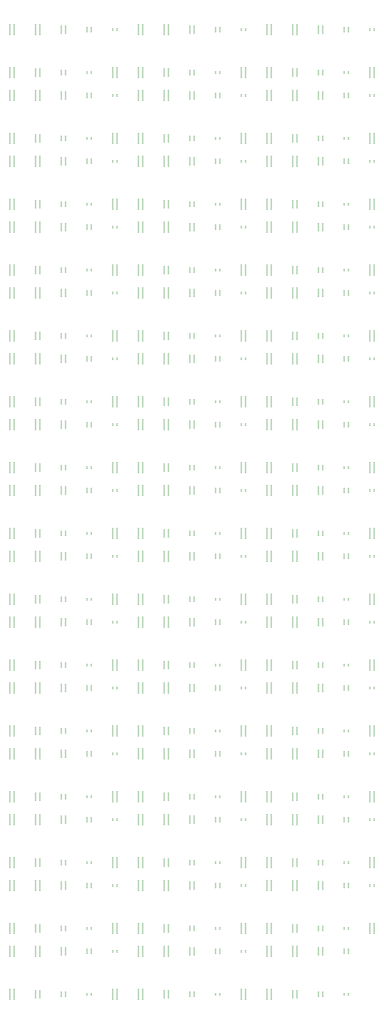
<source format=gbs>
%FSLAX26Y26*%
%MOIN*%
%TF.FileFunction,Soldermask,Bot,L2*%
%TF.FilePolarity,Negative*%
%TF.GenerationSoftware,Soluna Systems,SEDA,1.0*%
%TF.CreationDate,2017-04-22T19:23:06.555271*%
%TF.ProjectId,s_logo_test,394c0633-7763-c8dc-5e2e-fcac6f75f778,1.0*%
G04 Region: R02FDB0B0*
%LPD*%
G36*
G01*
X18866667Y08346250D02*
X18916667Y08346250D01*
X18916667Y08366250D01*
X18866667Y08366250D01*
X18866667Y08346250D01*
X18866667Y08346250D02*
G37*
G04 Region: R02FDB1F0*
%LPD*%
G36*
G01*
X18866667Y08396250D02*
X18916667Y08396250D01*
X18916667Y08416250D01*
X18866667Y08416250D01*
X18866667Y08396250D01*
X18866667Y08396250D02*
G37*
G04 Region: R02FDB710*
%LPD*%
G36*
G01*
X19016667Y08346250D02*
X19066667Y08346250D01*
X19066667Y08366250D01*
X19016667Y08366250D01*
X19016667Y08346250D01*
X19016667Y08346250D02*
G37*
G04 Region: R02FDBED0*
%LPD*%
G36*
G01*
X19016667Y08396250D02*
X19066667Y08396250D01*
X19066667Y08416250D01*
X19016667Y08416250D01*
X19016667Y08396250D01*
X19016667Y08396250D02*
G37*
G04 Region: R02FDF1F0*
%LPD*%
G36*
G01*
X18866667Y06696250D02*
X18916667Y06696250D01*
X18916667Y06716250D01*
X18866667Y06716250D01*
X18866667Y06696250D01*
X18866667Y06696250D02*
G37*
G04 Region: R02FDF330*
%LPD*%
G36*
G01*
X18866667Y06746250D02*
X18916667Y06746250D01*
X18916667Y06766250D01*
X18866667Y06766250D01*
X18866667Y06746250D01*
X18866667Y06746250D02*
G37*
G04 Region: R02FDF850*
%LPD*%
G36*
G01*
X18866667Y06796250D02*
X18916667Y06796250D01*
X18916667Y06816250D01*
X18866667Y06816250D01*
X18866667Y06796250D01*
X18866667Y06796250D02*
G37*
G04 Region: R02FDFFB0*
%LPD*%
G36*
G01*
X18866667Y06846250D02*
X18916667Y06846250D01*
X18916667Y06866250D01*
X18866667Y06866250D01*
X18866667Y06846250D01*
X18866667Y06846250D02*
G37*
G04 Region: R02FDF250*
%LPD*%
G36*
G01*
X18866667Y06896250D02*
X18916667Y06896250D01*
X18916667Y06916250D01*
X18866667Y06916250D01*
X18866667Y06896250D01*
X18866667Y06896250D02*
G37*
G04 Region: R02FDF290*
%LPD*%
G36*
G01*
X18866667Y06946250D02*
X18916667Y06946250D01*
X18916667Y06966250D01*
X18866667Y06966250D01*
X18866667Y06946250D01*
X18866667Y06946250D02*
G37*
G04 Region: R02FDFC50*
%LPD*%
G36*
G01*
X18866667Y06996250D02*
X18916667Y06996250D01*
X18916667Y07016250D01*
X18866667Y07016250D01*
X18866667Y06996250D01*
X18866667Y06996250D02*
G37*
G04 Region: R02FC8730*
%LPD*%
G36*
G01*
X18866667Y07046250D02*
X18916667Y07046250D01*
X18916667Y07066250D01*
X18866667Y07066250D01*
X18866667Y07046250D01*
X18866667Y07046250D02*
G37*
G04 Region: R01855EB0*
%LPD*%
G36*
G01*
X19016667Y06696250D02*
X19066667Y06696250D01*
X19066667Y06716250D01*
X19016667Y06716250D01*
X19016667Y06696250D01*
X19016667Y06696250D02*
G37*
G04 Region: R02FE2F50*
%LPD*%
G36*
G01*
X19016667Y06746250D02*
X19066667Y06746250D01*
X19066667Y06766250D01*
X19016667Y06766250D01*
X19016667Y06746250D01*
X19016667Y06746250D02*
G37*
G04 Region: R02FE2790*
%LPD*%
G36*
G01*
X19016667Y06796250D02*
X19066667Y06796250D01*
X19066667Y06816250D01*
X19016667Y06816250D01*
X19016667Y06796250D01*
X19016667Y06796250D02*
G37*
G04 Region: R02FE4EF0*
%LPD*%
G36*
G01*
X19016667Y06846250D02*
X19066667Y06846250D01*
X19066667Y06866250D01*
X19016667Y06866250D01*
X19016667Y06846250D01*
X19016667Y06846250D02*
G37*
G04 Region: R02FE4730*
%LPD*%
G36*
G01*
X19016667Y06896250D02*
X19066667Y06896250D01*
X19066667Y06916250D01*
X19016667Y06916250D01*
X19016667Y06896250D01*
X19016667Y06896250D02*
G37*
G04 Region: R02FE6B70*
%LPD*%
G36*
G01*
X19016667Y06946250D02*
X19066667Y06946250D01*
X19066667Y06966250D01*
X19016667Y06966250D01*
X19016667Y06946250D01*
X19016667Y06946250D02*
G37*
G04 Region: R02FE9B70*
%LPD*%
G36*
G01*
X19016667Y06996250D02*
X19066667Y06996250D01*
X19066667Y07016250D01*
X19016667Y07016250D01*
X19016667Y06996250D01*
X19016667Y06996250D02*
G37*
G04 Region: R02FE93B0*
%LPD*%
G36*
G01*
X19016667Y07046250D02*
X19066667Y07046250D01*
X19066667Y07066250D01*
X19016667Y07066250D01*
X19016667Y07046250D01*
X19016667Y07046250D02*
G37*
G04 Region: R03054730*
%LPD*%
G36*
G01*
X18866667Y10646250D02*
X18916667Y10646250D01*
X18916667Y10666250D01*
X18866667Y10666250D01*
X18866667Y10646250D01*
X18866667Y10646250D02*
G37*
G04 Region: R03054870*
%LPD*%
G36*
G01*
X18866667Y10696250D02*
X18916667Y10696250D01*
X18916667Y10716250D01*
X18866667Y10716250D01*
X18866667Y10696250D01*
X18866667Y10696250D02*
G37*
G04 Region: R03054D90*
%LPD*%
G36*
G01*
X19016667Y10646250D02*
X19066667Y10646250D01*
X19066667Y10666250D01*
X19016667Y10666250D01*
X19016667Y10646250D01*
X19016667Y10646250D02*
G37*
G04 Region: R03054770*
%LPD*%
G36*
G01*
X19016667Y10696250D02*
X19066667Y10696250D01*
X19066667Y10716250D01*
X19016667Y10716250D01*
X19016667Y10696250D01*
X19016667Y10696250D02*
G37*
G04 Region: R03059870*
%LPD*%
G36*
G01*
X18866667Y08996250D02*
X18916667Y08996250D01*
X18916667Y09016250D01*
X18866667Y09016250D01*
X18866667Y08996250D01*
X18866667Y08996250D02*
G37*
G04 Region: R03059890*
%LPD*%
G36*
G01*
X18866667Y09046250D02*
X18916667Y09046250D01*
X18916667Y09066250D01*
X18866667Y09066250D01*
X18866667Y09046250D01*
X18866667Y09046250D02*
G37*
G04 Region: R03059E70*
%LPD*%
G36*
G01*
X18866667Y09096250D02*
X18916667Y09096250D01*
X18916667Y09116250D01*
X18866667Y09116250D01*
X18866667Y09096250D01*
X18866667Y09096250D02*
G37*
G04 Region: R03059990*
%LPD*%
G36*
G01*
X18866667Y09146250D02*
X18916667Y09146250D01*
X18916667Y09166250D01*
X18866667Y09166250D01*
X18866667Y09146250D01*
X18866667Y09146250D02*
G37*
G04 Region: R030598D0*
%LPD*%
G36*
G01*
X18866667Y09196250D02*
X18916667Y09196250D01*
X18916667Y09216250D01*
X18866667Y09216250D01*
X18866667Y09196250D01*
X18866667Y09196250D02*
G37*
G04 Region: R03059910*
%LPD*%
G36*
G01*
X18866667Y09246250D02*
X18916667Y09246250D01*
X18916667Y09266250D01*
X18866667Y09266250D01*
X18866667Y09246250D01*
X18866667Y09246250D02*
G37*
G04 Region: R0305CDB0*
%LPD*%
G36*
G01*
X18866667Y09296250D02*
X18916667Y09296250D01*
X18916667Y09316250D01*
X18866667Y09316250D01*
X18866667Y09296250D01*
X18866667Y09296250D02*
G37*
G04 Region: R0305C5F0*
%LPD*%
G36*
G01*
X18866667Y09346250D02*
X18916667Y09346250D01*
X18916667Y09366250D01*
X18866667Y09366250D01*
X18866667Y09346250D01*
X18866667Y09346250D02*
G37*
G04 Region: R0305ED50*
%LPD*%
G36*
G01*
X19016667Y08996250D02*
X19066667Y08996250D01*
X19066667Y09016250D01*
X19016667Y09016250D01*
X19016667Y08996250D01*
X19016667Y08996250D02*
G37*
G04 Region: R0305E590*
%LPD*%
G36*
G01*
X19016667Y09046250D02*
X19066667Y09046250D01*
X19066667Y09066250D01*
X19016667Y09066250D01*
X19016667Y09046250D01*
X19016667Y09046250D02*
G37*
G04 Region: R03060CF0*
%LPD*%
G36*
G01*
X19016667Y09096250D02*
X19066667Y09096250D01*
X19066667Y09116250D01*
X19016667Y09116250D01*
X19016667Y09096250D01*
X19016667Y09096250D02*
G37*
G04 Region: R03060530*
%LPD*%
G36*
G01*
X19016667Y09146250D02*
X19066667Y09146250D01*
X19066667Y09166250D01*
X19016667Y09166250D01*
X19016667Y09146250D01*
X19016667Y09146250D02*
G37*
G04 Region: R03063C90*
%LPD*%
G36*
G01*
X19016667Y09196250D02*
X19066667Y09196250D01*
X19066667Y09216250D01*
X19016667Y09216250D01*
X19016667Y09196250D01*
X19016667Y09196250D02*
G37*
G04 Region: R030634D0*
%LPD*%
G36*
G01*
X19016667Y09246250D02*
X19066667Y09246250D01*
X19066667Y09266250D01*
X19016667Y09266250D01*
X19016667Y09246250D01*
X19016667Y09246250D02*
G37*
G04 Region: R03065C30*
%LPD*%
G36*
G01*
X19016667Y09296250D02*
X19066667Y09296250D01*
X19066667Y09316250D01*
X19016667Y09316250D01*
X19016667Y09296250D01*
X19016667Y09296250D02*
G37*
G04 Region: R03065470*
%LPD*%
G36*
G01*
X19016667Y09346250D02*
X19066667Y09346250D01*
X19066667Y09366250D01*
X19016667Y09366250D01*
X19016667Y09346250D01*
X19016667Y09346250D02*
G37*
G04 Region: R030CF7F0*
%LPD*%
G36*
G01*
X18866667Y12946250D02*
X18916667Y12946250D01*
X18916667Y12966250D01*
X18866667Y12966250D01*
X18866667Y12946250D01*
X18866667Y12946250D02*
G37*
G04 Region: R030CF930*
%LPD*%
G36*
G01*
X18866667Y12996250D02*
X18916667Y12996250D01*
X18916667Y13016250D01*
X18866667Y13016250D01*
X18866667Y12996250D01*
X18866667Y12996250D02*
G37*
G04 Region: R030CFE50*
%LPD*%
G36*
G01*
X19016667Y12946250D02*
X19066667Y12946250D01*
X19066667Y12966250D01*
X19016667Y12966250D01*
X19016667Y12946250D01*
X19016667Y12946250D02*
G37*
G04 Region: R030CF830*
%LPD*%
G36*
G01*
X19016667Y12996250D02*
X19066667Y12996250D01*
X19066667Y13016250D01*
X19016667Y13016250D01*
X19016667Y12996250D01*
X19016667Y12996250D02*
G37*
G04 Region: R030D3870*
%LPD*%
G36*
G01*
X18866667Y11296250D02*
X18916667Y11296250D01*
X18916667Y11316250D01*
X18866667Y11316250D01*
X18866667Y11296250D01*
X18866667Y11296250D02*
G37*
G04 Region: R030D39B0*
%LPD*%
G36*
G01*
X18866667Y11346250D02*
X18916667Y11346250D01*
X18916667Y11366250D01*
X18866667Y11366250D01*
X18866667Y11346250D01*
X18866667Y11346250D02*
G37*
G04 Region: R030D3ED0*
%LPD*%
G36*
G01*
X18866667Y11396250D02*
X18916667Y11396250D01*
X18916667Y11416250D01*
X18866667Y11416250D01*
X18866667Y11396250D01*
X18866667Y11396250D02*
G37*
G04 Region: R030D38B0*
%LPD*%
G36*
G01*
X18866667Y11446250D02*
X18916667Y11446250D01*
X18916667Y11466250D01*
X18866667Y11466250D01*
X18866667Y11446250D01*
X18866667Y11446250D02*
G37*
G04 Region: R030D38F0*
%LPD*%
G36*
G01*
X18866667Y11496250D02*
X18916667Y11496250D01*
X18916667Y11516250D01*
X18866667Y11516250D01*
X18866667Y11496250D01*
X18866667Y11496250D02*
G37*
G04 Region: R030D3930*
%LPD*%
G36*
G01*
X18866667Y11546250D02*
X18916667Y11546250D01*
X18916667Y11566250D01*
X18866667Y11566250D01*
X18866667Y11546250D01*
X18866667Y11546250D02*
G37*
G04 Region: R030D6E10*
%LPD*%
G36*
G01*
X18866667Y11596250D02*
X18916667Y11596250D01*
X18916667Y11616250D01*
X18866667Y11616250D01*
X18866667Y11596250D01*
X18866667Y11596250D02*
G37*
G04 Region: R030D6650*
%LPD*%
G36*
G01*
X18866667Y11646250D02*
X18916667Y11646250D01*
X18916667Y11666250D01*
X18866667Y11666250D01*
X18866667Y11646250D01*
X18866667Y11646250D02*
G37*
G04 Region: R030D8DB0*
%LPD*%
G36*
G01*
X19016667Y11296250D02*
X19066667Y11296250D01*
X19066667Y11316250D01*
X19016667Y11316250D01*
X19016667Y11296250D01*
X19016667Y11296250D02*
G37*
G04 Region: R030D85F0*
%LPD*%
G36*
G01*
X19016667Y11346250D02*
X19066667Y11346250D01*
X19066667Y11366250D01*
X19016667Y11366250D01*
X19016667Y11346250D01*
X19016667Y11346250D02*
G37*
G04 Region: R030DAD50*
%LPD*%
G36*
G01*
X19016667Y11396250D02*
X19066667Y11396250D01*
X19066667Y11416250D01*
X19016667Y11416250D01*
X19016667Y11396250D01*
X19016667Y11396250D02*
G37*
G04 Region: R030DA590*
%LPD*%
G36*
G01*
X19016667Y11446250D02*
X19066667Y11446250D01*
X19066667Y11466250D01*
X19016667Y11466250D01*
X19016667Y11446250D01*
X19016667Y11446250D02*
G37*
G04 Region: R030DDCF0*
%LPD*%
G36*
G01*
X19016667Y11496250D02*
X19066667Y11496250D01*
X19066667Y11516250D01*
X19016667Y11516250D01*
X19016667Y11496250D01*
X19016667Y11496250D02*
G37*
G04 Region: R030DD530*
%LPD*%
G36*
G01*
X19016667Y11546250D02*
X19066667Y11546250D01*
X19066667Y11566250D01*
X19016667Y11566250D01*
X19016667Y11546250D01*
X19016667Y11546250D02*
G37*
G04 Region: R030E0C90*
%LPD*%
G36*
G01*
X19016667Y11596250D02*
X19066667Y11596250D01*
X19066667Y11616250D01*
X19016667Y11616250D01*
X19016667Y11596250D01*
X19016667Y11596250D02*
G37*
G04 Region: R030E04D0*
%LPD*%
G36*
G01*
X19016667Y11646250D02*
X19066667Y11646250D01*
X19066667Y11666250D01*
X19016667Y11666250D01*
X19016667Y11646250D01*
X19016667Y11646250D02*
G37*
G04 Region: R0314A470*
%LPD*%
G36*
G01*
X18866667Y15246250D02*
X18916667Y15246250D01*
X18916667Y15266250D01*
X18866667Y15266250D01*
X18866667Y15246250D01*
X18866667Y15246250D02*
G37*
G04 Region: R0314A5B0*
%LPD*%
G36*
G01*
X18866667Y15296250D02*
X18916667Y15296250D01*
X18916667Y15316250D01*
X18866667Y15316250D01*
X18866667Y15296250D01*
X18866667Y15296250D02*
G37*
G04 Region: R0314AAD0*
%LPD*%
G36*
G01*
X19016667Y15246250D02*
X19066667Y15246250D01*
X19066667Y15266250D01*
X19016667Y15266250D01*
X19016667Y15246250D01*
X19016667Y15246250D02*
G37*
G04 Region: R0314A4B0*
%LPD*%
G36*
G01*
X19016667Y15296250D02*
X19066667Y15296250D01*
X19066667Y15316250D01*
X19016667Y15316250D01*
X19016667Y15296250D01*
X19016667Y15296250D02*
G37*
G04 Region: R0314F250*
%LPD*%
G36*
G01*
X18866667Y13596250D02*
X18916667Y13596250D01*
X18916667Y13616250D01*
X18866667Y13616250D01*
X18866667Y13596250D01*
X18866667Y13596250D02*
G37*
G04 Region: R0314F630*
%LPD*%
G36*
G01*
X18866667Y13646250D02*
X18916667Y13646250D01*
X18916667Y13666250D01*
X18866667Y13666250D01*
X18866667Y13646250D01*
X18866667Y13646250D02*
G37*
G04 Region: R0314FB50*
%LPD*%
G36*
G01*
X18866667Y13696250D02*
X18916667Y13696250D01*
X18916667Y13716250D01*
X18866667Y13716250D01*
X18866667Y13696250D01*
X18866667Y13696250D02*
G37*
G04 Region: R0314F530*
%LPD*%
G36*
G01*
X18866667Y13746250D02*
X18916667Y13746250D01*
X18916667Y13766250D01*
X18866667Y13766250D01*
X18866667Y13746250D01*
X18866667Y13746250D02*
G37*
G04 Region: R0314F570*
%LPD*%
G36*
G01*
X18866667Y13796250D02*
X18916667Y13796250D01*
X18916667Y13816250D01*
X18866667Y13816250D01*
X18866667Y13796250D01*
X18866667Y13796250D02*
G37*
G04 Region: R0314F5B0*
%LPD*%
G36*
G01*
X18866667Y13846250D02*
X18916667Y13846250D01*
X18916667Y13866250D01*
X18866667Y13866250D01*
X18866667Y13846250D01*
X18866667Y13846250D02*
G37*
G04 Region: R03151AF0*
%LPD*%
G36*
G01*
X18866667Y13896250D02*
X18916667Y13896250D01*
X18916667Y13916250D01*
X18866667Y13916250D01*
X18866667Y13896250D01*
X18866667Y13896250D02*
G37*
G04 Region: R03151330*
%LPD*%
G36*
G01*
X18866667Y13946250D02*
X18916667Y13946250D01*
X18916667Y13966250D01*
X18866667Y13966250D01*
X18866667Y13946250D01*
X18866667Y13946250D02*
G37*
G04 Region: R03154A90*
%LPD*%
G36*
G01*
X19016667Y13596250D02*
X19066667Y13596250D01*
X19066667Y13616250D01*
X19016667Y13616250D01*
X19016667Y13596250D01*
X19016667Y13596250D02*
G37*
G04 Region: R031542D0*
%LPD*%
G36*
G01*
X19016667Y13646250D02*
X19066667Y13646250D01*
X19066667Y13666250D01*
X19016667Y13666250D01*
X19016667Y13646250D01*
X19016667Y13646250D02*
G37*
G04 Region: R03156A30*
%LPD*%
G36*
G01*
X19016667Y13696250D02*
X19066667Y13696250D01*
X19066667Y13716250D01*
X19016667Y13716250D01*
X19016667Y13696250D01*
X19016667Y13696250D02*
G37*
G04 Region: R03156270*
%LPD*%
G36*
G01*
X19016667Y13746250D02*
X19066667Y13746250D01*
X19066667Y13766250D01*
X19016667Y13766250D01*
X19016667Y13746250D01*
X19016667Y13746250D02*
G37*
G04 Region: R031589D0*
%LPD*%
G36*
G01*
X19016667Y13796250D02*
X19066667Y13796250D01*
X19066667Y13816250D01*
X19016667Y13816250D01*
X19016667Y13796250D01*
X19016667Y13796250D02*
G37*
G04 Region: R03158210*
%LPD*%
G36*
G01*
X19016667Y13846250D02*
X19066667Y13846250D01*
X19066667Y13866250D01*
X19016667Y13866250D01*
X19016667Y13846250D01*
X19016667Y13846250D02*
G37*
G04 Region: R0315C970*
%LPD*%
G36*
G01*
X19016667Y13896250D02*
X19066667Y13896250D01*
X19066667Y13916250D01*
X19016667Y13916250D01*
X19016667Y13896250D01*
X19016667Y13896250D02*
G37*
G04 Region: R0315C1B0*
%LPD*%
G36*
G01*
X19016667Y13946250D02*
X19066667Y13946250D01*
X19066667Y13966250D01*
X19016667Y13966250D01*
X19016667Y13946250D01*
X19016667Y13946250D02*
G37*
G04 Region: R033C4870*
%LPD*%
G36*
G01*
X18866667Y17546250D02*
X18916667Y17546250D01*
X18916667Y17566250D01*
X18866667Y17566250D01*
X18866667Y17546250D01*
X18866667Y17546250D02*
G37*
G04 Region: R033C49B0*
%LPD*%
G36*
G01*
X18866667Y17596250D02*
X18916667Y17596250D01*
X18916667Y17616250D01*
X18866667Y17616250D01*
X18866667Y17596250D01*
X18866667Y17596250D02*
G37*
G04 Region: R033C4ED0*
%LPD*%
G36*
G01*
X19016667Y17546250D02*
X19066667Y17546250D01*
X19066667Y17566250D01*
X19016667Y17566250D01*
X19016667Y17546250D01*
X19016667Y17546250D02*
G37*
G04 Region: R033C48B0*
%LPD*%
G36*
G01*
X19016667Y17596250D02*
X19066667Y17596250D01*
X19066667Y17616250D01*
X19016667Y17616250D01*
X19016667Y17596250D01*
X19016667Y17596250D02*
G37*
G04 Region: R033C98F0*
%LPD*%
G36*
G01*
X18866667Y15896250D02*
X18916667Y15896250D01*
X18916667Y15916250D01*
X18866667Y15916250D01*
X18866667Y15896250D01*
X18866667Y15896250D02*
G37*
G04 Region: R033C9A30*
%LPD*%
G36*
G01*
X18866667Y15946250D02*
X18916667Y15946250D01*
X18916667Y15966250D01*
X18866667Y15966250D01*
X18866667Y15946250D01*
X18866667Y15946250D02*
G37*
G04 Region: R033C9F50*
%LPD*%
G36*
G01*
X18866667Y15996250D02*
X18916667Y15996250D01*
X18916667Y16016250D01*
X18866667Y16016250D01*
X18866667Y15996250D01*
X18866667Y15996250D02*
G37*
G04 Region: R033C9930*
%LPD*%
G36*
G01*
X18866667Y16046250D02*
X18916667Y16046250D01*
X18916667Y16066250D01*
X18866667Y16066250D01*
X18866667Y16046250D01*
X18866667Y16046250D02*
G37*
G04 Region: R033C9970*
%LPD*%
G36*
G01*
X18866667Y16096250D02*
X18916667Y16096250D01*
X18916667Y16116250D01*
X18866667Y16116250D01*
X18866667Y16096250D01*
X18866667Y16096250D02*
G37*
G04 Region: R033C99B0*
%LPD*%
G36*
G01*
X18866667Y16146250D02*
X18916667Y16146250D01*
X18916667Y16166250D01*
X18866667Y16166250D01*
X18866667Y16146250D01*
X18866667Y16146250D02*
G37*
G04 Region: R033CBE90*
%LPD*%
G36*
G01*
X18866667Y16196250D02*
X18916667Y16196250D01*
X18916667Y16216250D01*
X18866667Y16216250D01*
X18866667Y16196250D01*
X18866667Y16196250D02*
G37*
G04 Region: R033CB6D0*
%LPD*%
G36*
G01*
X18866667Y16246250D02*
X18916667Y16246250D01*
X18916667Y16266250D01*
X18866667Y16266250D01*
X18866667Y16246250D01*
X18866667Y16246250D02*
G37*
G04 Region: R033CEE30*
%LPD*%
G36*
G01*
X19016667Y15896250D02*
X19066667Y15896250D01*
X19066667Y15916250D01*
X19016667Y15916250D01*
X19016667Y15896250D01*
X19016667Y15896250D02*
G37*
G04 Region: R033CE670*
%LPD*%
G36*
G01*
X19016667Y15946250D02*
X19066667Y15946250D01*
X19066667Y15966250D01*
X19016667Y15966250D01*
X19016667Y15946250D01*
X19016667Y15946250D02*
G37*
G04 Region: R033D1DD0*
%LPD*%
G36*
G01*
X19016667Y15996250D02*
X19066667Y15996250D01*
X19066667Y16016250D01*
X19016667Y16016250D01*
X19016667Y15996250D01*
X19016667Y15996250D02*
G37*
G04 Region: R033D1610*
%LPD*%
G36*
G01*
X19016667Y16046250D02*
X19066667Y16046250D01*
X19066667Y16066250D01*
X19016667Y16066250D01*
X19016667Y16046250D01*
X19016667Y16046250D02*
G37*
G04 Region: R033D3D70*
%LPD*%
G36*
G01*
X19016667Y16096250D02*
X19066667Y16096250D01*
X19066667Y16116250D01*
X19016667Y16116250D01*
X19016667Y16096250D01*
X19016667Y16096250D02*
G37*
G04 Region: R033D35B0*
%LPD*%
G36*
G01*
X19016667Y16146250D02*
X19066667Y16146250D01*
X19066667Y16166250D01*
X19016667Y16166250D01*
X19016667Y16146250D01*
X19016667Y16146250D02*
G37*
G04 Region: R033D6D10*
%LPD*%
G36*
G01*
X19016667Y16196250D02*
X19066667Y16196250D01*
X19066667Y16216250D01*
X19016667Y16216250D01*
X19016667Y16196250D01*
X19016667Y16196250D02*
G37*
G04 Region: R033D6550*
%LPD*%
G36*
G01*
X19016667Y16246250D02*
X19066667Y16246250D01*
X19066667Y16266250D01*
X19016667Y16266250D01*
X19016667Y16246250D01*
X19016667Y16246250D02*
G37*
G04 Region: R034413F0*
%LPD*%
G36*
G01*
X18866667Y19846250D02*
X18916667Y19846250D01*
X18916667Y19866250D01*
X18866667Y19866250D01*
X18866667Y19846250D01*
X18866667Y19846250D02*
G37*
G04 Region: R03441530*
%LPD*%
G36*
G01*
X18866667Y19896250D02*
X18916667Y19896250D01*
X18916667Y19916250D01*
X18866667Y19916250D01*
X18866667Y19896250D01*
X18866667Y19896250D02*
G37*
G04 Region: R03441A50*
%LPD*%
G36*
G01*
X19016667Y19846250D02*
X19066667Y19846250D01*
X19066667Y19866250D01*
X19016667Y19866250D01*
X19016667Y19846250D01*
X19016667Y19846250D02*
G37*
G04 Region: R03441430*
%LPD*%
G36*
G01*
X19016667Y19896250D02*
X19066667Y19896250D01*
X19066667Y19916250D01*
X19016667Y19916250D01*
X19016667Y19896250D01*
X19016667Y19896250D02*
G37*
G04 Region: R034463B0*
%LPD*%
G36*
G01*
X18866667Y18196250D02*
X18916667Y18196250D01*
X18916667Y18216250D01*
X18866667Y18216250D01*
X18866667Y18196250D01*
X18866667Y18196250D02*
G37*
G04 Region: R034464F0*
%LPD*%
G36*
G01*
X18866667Y18246250D02*
X18916667Y18246250D01*
X18916667Y18266250D01*
X18866667Y18266250D01*
X18866667Y18246250D01*
X18866667Y18246250D02*
G37*
G04 Region: R03446A10*
%LPD*%
G36*
G01*
X18866667Y18296250D02*
X18916667Y18296250D01*
X18916667Y18316250D01*
X18866667Y18316250D01*
X18866667Y18296250D01*
X18866667Y18296250D02*
G37*
G04 Region: R034463F0*
%LPD*%
G36*
G01*
X18866667Y18346250D02*
X18916667Y18346250D01*
X18916667Y18366250D01*
X18866667Y18366250D01*
X18866667Y18346250D01*
X18866667Y18346250D02*
G37*
G04 Region: R03446430*
%LPD*%
G36*
G01*
X18866667Y18396250D02*
X18916667Y18396250D01*
X18916667Y18416250D01*
X18866667Y18416250D01*
X18866667Y18396250D01*
X18866667Y18396250D02*
G37*
G04 Region: R03446470*
%LPD*%
G36*
G01*
X18866667Y18446250D02*
X18916667Y18446250D01*
X18916667Y18466250D01*
X18866667Y18466250D01*
X18866667Y18446250D01*
X18866667Y18446250D02*
G37*
G04 Region: R034489B0*
%LPD*%
G36*
G01*
X18866667Y18496250D02*
X18916667Y18496250D01*
X18916667Y18516250D01*
X18866667Y18516250D01*
X18866667Y18496250D01*
X18866667Y18496250D02*
G37*
G04 Region: R034481F0*
%LPD*%
G36*
G01*
X18866667Y18546250D02*
X18916667Y18546250D01*
X18916667Y18566250D01*
X18866667Y18566250D01*
X18866667Y18546250D01*
X18866667Y18546250D02*
G37*
G04 Region: R0344A950*
%LPD*%
G36*
G01*
X19016667Y18196250D02*
X19066667Y18196250D01*
X19066667Y18216250D01*
X19016667Y18216250D01*
X19016667Y18196250D01*
X19016667Y18196250D02*
G37*
G04 Region: R0344A190*
%LPD*%
G36*
G01*
X19016667Y18246250D02*
X19066667Y18246250D01*
X19066667Y18266250D01*
X19016667Y18266250D01*
X19016667Y18246250D01*
X19016667Y18246250D02*
G37*
G04 Region: R0344E8F0*
%LPD*%
G36*
G01*
X19016667Y18296250D02*
X19066667Y18296250D01*
X19066667Y18316250D01*
X19016667Y18316250D01*
X19016667Y18296250D01*
X19016667Y18296250D02*
G37*
G04 Region: R0344E130*
%LPD*%
G36*
G01*
X19016667Y18346250D02*
X19066667Y18346250D01*
X19066667Y18366250D01*
X19016667Y18366250D01*
X19016667Y18346250D01*
X19016667Y18346250D02*
G37*
G04 Region: R03451E50*
%LPD*%
G36*
G01*
X19016667Y18396250D02*
X19066667Y18396250D01*
X19066667Y18416250D01*
X19016667Y18416250D01*
X19016667Y18396250D01*
X19016667Y18396250D02*
G37*
G04 Region: R03428A30*
%LPD*%
G36*
G01*
X19016667Y18446250D02*
X19066667Y18446250D01*
X19066667Y18466250D01*
X19016667Y18466250D01*
X19016667Y18446250D01*
X19016667Y18446250D02*
G37*
G04 Region: R03428290*
%LPD*%
G36*
G01*
X19016667Y18496250D02*
X19066667Y18496250D01*
X19066667Y18516250D01*
X19016667Y18516250D01*
X19016667Y18496250D01*
X19016667Y18496250D02*
G37*
G04 Region: R0341C530*
%LPD*%
G36*
G01*
X19016667Y18546250D02*
X19066667Y18546250D01*
X19066667Y18566250D01*
X19016667Y18566250D01*
X19016667Y18546250D01*
X19016667Y18546250D02*
G37*
G04 Region: R034AAA70*
%LPD*%
G36*
G01*
X18866667Y22146250D02*
X18916667Y22146250D01*
X18916667Y22166250D01*
X18866667Y22166250D01*
X18866667Y22146250D01*
X18866667Y22146250D02*
G37*
G04 Region: R034AABB0*
%LPD*%
G36*
G01*
X18866667Y22196250D02*
X18916667Y22196250D01*
X18916667Y22216250D01*
X18866667Y22216250D01*
X18866667Y22196250D01*
X18866667Y22196250D02*
G37*
G04 Region: R034AAAB0*
%LPD*%
G36*
G01*
X19016667Y22146250D02*
X19066667Y22146250D01*
X19066667Y22166250D01*
X19016667Y22166250D01*
X19016667Y22146250D01*
X19016667Y22146250D02*
G37*
G04 Region: R034AAAF0*
%LPD*%
G36*
G01*
X19016667Y22196250D02*
X19066667Y22196250D01*
X19066667Y22216250D01*
X19016667Y22216250D01*
X19016667Y22196250D01*
X19016667Y22196250D02*
G37*
G04 Region: R034B0970*
%LPD*%
G36*
G01*
X18866667Y20496250D02*
X18916667Y20496250D01*
X18916667Y20516250D01*
X18866667Y20516250D01*
X18866667Y20496250D01*
X18866667Y20496250D02*
G37*
G04 Region: R034B0AB0*
%LPD*%
G36*
G01*
X18866667Y20546250D02*
X18916667Y20546250D01*
X18916667Y20566250D01*
X18866667Y20566250D01*
X18866667Y20546250D01*
X18866667Y20546250D02*
G37*
G04 Region: R034B0FD0*
%LPD*%
G36*
G01*
X18866667Y20596250D02*
X18916667Y20596250D01*
X18916667Y20616250D01*
X18866667Y20616250D01*
X18866667Y20596250D01*
X18866667Y20596250D02*
G37*
G04 Region: R034B09B0*
%LPD*%
G36*
G01*
X18866667Y20646250D02*
X18916667Y20646250D01*
X18916667Y20666250D01*
X18866667Y20666250D01*
X18866667Y20646250D01*
X18866667Y20646250D02*
G37*
G04 Region: R034B09F0*
%LPD*%
G36*
G01*
X18866667Y20696250D02*
X18916667Y20696250D01*
X18916667Y20716250D01*
X18866667Y20716250D01*
X18866667Y20696250D01*
X18866667Y20696250D02*
G37*
G04 Region: R034B0A30*
%LPD*%
G36*
G01*
X18866667Y20746250D02*
X18916667Y20746250D01*
X18916667Y20766250D01*
X18866667Y20766250D01*
X18866667Y20746250D01*
X18866667Y20746250D02*
G37*
G04 Region: R034B3F10*
%LPD*%
G36*
G01*
X18866667Y20796250D02*
X18916667Y20796250D01*
X18916667Y20816250D01*
X18866667Y20816250D01*
X18866667Y20796250D01*
X18866667Y20796250D02*
G37*
G04 Region: R034B3750*
%LPD*%
G36*
G01*
X18866667Y20846250D02*
X18916667Y20846250D01*
X18916667Y20866250D01*
X18866667Y20866250D01*
X18866667Y20846250D01*
X18866667Y20846250D02*
G37*
G04 Region: R034B5EB0*
%LPD*%
G36*
G01*
X19016667Y20496250D02*
X19066667Y20496250D01*
X19066667Y20516250D01*
X19016667Y20516250D01*
X19016667Y20496250D01*
X19016667Y20496250D02*
G37*
G04 Region: R034B56F0*
%LPD*%
G36*
G01*
X19016667Y20546250D02*
X19066667Y20546250D01*
X19066667Y20566250D01*
X19016667Y20566250D01*
X19016667Y20546250D01*
X19016667Y20546250D02*
G37*
G04 Region: R034B7E50*
%LPD*%
G36*
G01*
X19016667Y20596250D02*
X19066667Y20596250D01*
X19066667Y20616250D01*
X19016667Y20616250D01*
X19016667Y20596250D01*
X19016667Y20596250D02*
G37*
G04 Region: R034B7690*
%LPD*%
G36*
G01*
X19016667Y20646250D02*
X19066667Y20646250D01*
X19066667Y20666250D01*
X19016667Y20666250D01*
X19016667Y20646250D01*
X19016667Y20646250D02*
G37*
G04 Region: R034BADF0*
%LPD*%
G36*
G01*
X19016667Y20696250D02*
X19066667Y20696250D01*
X19066667Y20716250D01*
X19016667Y20716250D01*
X19016667Y20696250D01*
X19016667Y20696250D02*
G37*
G04 Region: R034BA630*
%LPD*%
G36*
G01*
X19016667Y20746250D02*
X19066667Y20746250D01*
X19066667Y20766250D01*
X19016667Y20766250D01*
X19016667Y20746250D01*
X19016667Y20746250D02*
G37*
G04 Region: R034BDD90*
%LPD*%
G36*
G01*
X19016667Y20796250D02*
X19066667Y20796250D01*
X19066667Y20816250D01*
X19016667Y20816250D01*
X19016667Y20796250D01*
X19016667Y20796250D02*
G37*
G04 Region: R034BD5D0*
%LPD*%
G36*
G01*
X19016667Y20846250D02*
X19066667Y20846250D01*
X19066667Y20866250D01*
X19016667Y20866250D01*
X19016667Y20846250D01*
X19016667Y20846250D02*
G37*
G04 Region: R03525ED0*
%LPD*%
G36*
G01*
X18866667Y24446250D02*
X18916667Y24446250D01*
X18916667Y24466250D01*
X18866667Y24466250D01*
X18866667Y24446250D01*
X18866667Y24446250D02*
G37*
G04 Region: R035288D0*
%LPD*%
G36*
G01*
X18866667Y24496250D02*
X18916667Y24496250D01*
X18916667Y24516250D01*
X18866667Y24516250D01*
X18866667Y24496250D01*
X18866667Y24496250D02*
G37*
G04 Region: R03528BB0*
%LPD*%
G36*
G01*
X19016667Y24446250D02*
X19066667Y24446250D01*
X19066667Y24466250D01*
X19016667Y24466250D01*
X19016667Y24446250D01*
X19016667Y24446250D02*
G37*
G04 Region: R03528790*
%LPD*%
G36*
G01*
X19016667Y24496250D02*
X19066667Y24496250D01*
X19066667Y24516250D01*
X19016667Y24516250D01*
X19016667Y24496250D01*
X19016667Y24496250D02*
G37*
G04 Region: R0352D690*
%LPD*%
G36*
G01*
X18866667Y22796250D02*
X18916667Y22796250D01*
X18916667Y22816250D01*
X18866667Y22816250D01*
X18866667Y22796250D01*
X18866667Y22796250D02*
G37*
G04 Region: R0352D7D0*
%LPD*%
G36*
G01*
X18866667Y22846250D02*
X18916667Y22846250D01*
X18916667Y22866250D01*
X18866667Y22866250D01*
X18866667Y22846250D01*
X18866667Y22846250D02*
G37*
G04 Region: R035051F0*
%LPD*%
G36*
G01*
X18866667Y22896250D02*
X18916667Y22896250D01*
X18916667Y22916250D01*
X18866667Y22916250D01*
X18866667Y22896250D01*
X18866667Y22896250D02*
G37*
G04 Region: R034EA330*
%LPD*%
G36*
G01*
X18866667Y22946250D02*
X18916667Y22946250D01*
X18916667Y22966250D01*
X18866667Y22966250D01*
X18866667Y22946250D01*
X18866667Y22946250D02*
G37*
G04 Region: R0352DCF0*
%LPD*%
G36*
G01*
X18866667Y22996250D02*
X18916667Y22996250D01*
X18916667Y23016250D01*
X18866667Y23016250D01*
X18866667Y22996250D01*
X18866667Y22996250D02*
G37*
G04 Region: R0352D6D0*
%LPD*%
G36*
G01*
X18866667Y23046250D02*
X18916667Y23046250D01*
X18916667Y23066250D01*
X18866667Y23066250D01*
X18866667Y23046250D01*
X18866667Y23046250D02*
G37*
G04 Region: R0352D710*
%LPD*%
G36*
G01*
X18866667Y23096250D02*
X18916667Y23096250D01*
X18916667Y23116250D01*
X18866667Y23116250D01*
X18866667Y23096250D01*
X18866667Y23096250D02*
G37*
G04 Region: R0352D750*
%LPD*%
G36*
G01*
X18866667Y23146250D02*
X18916667Y23146250D01*
X18916667Y23166250D01*
X18866667Y23166250D01*
X18866667Y23146250D01*
X18866667Y23146250D02*
G37*
G04 Region: R03531A30*
%LPD*%
G36*
G01*
X19016667Y22796250D02*
X19066667Y22796250D01*
X19066667Y22816250D01*
X19016667Y22816250D01*
X19016667Y22796250D01*
X19016667Y22796250D02*
G37*
G04 Region: R03532A30*
%LPD*%
G36*
G01*
X19016667Y22846250D02*
X19066667Y22846250D01*
X19066667Y22866250D01*
X19016667Y22866250D01*
X19016667Y22846250D01*
X19016667Y22846250D02*
G37*
G04 Region: R03532270*
%LPD*%
G36*
G01*
X19016667Y22896250D02*
X19066667Y22896250D01*
X19066667Y22916250D01*
X19016667Y22916250D01*
X19016667Y22896250D01*
X19016667Y22896250D02*
G37*
G04 Region: R035349D0*
%LPD*%
G36*
G01*
X19016667Y22946250D02*
X19066667Y22946250D01*
X19066667Y22966250D01*
X19016667Y22966250D01*
X19016667Y22946250D01*
X19016667Y22946250D02*
G37*
G04 Region: R03534210*
%LPD*%
G36*
G01*
X19016667Y22996250D02*
X19066667Y22996250D01*
X19066667Y23016250D01*
X19016667Y23016250D01*
X19016667Y22996250D01*
X19016667Y22996250D02*
G37*
G04 Region: R03537970*
%LPD*%
G36*
G01*
X19016667Y23046250D02*
X19066667Y23046250D01*
X19066667Y23066250D01*
X19016667Y23066250D01*
X19016667Y23046250D01*
X19016667Y23046250D02*
G37*
G04 Region: R035371B0*
%LPD*%
G36*
G01*
X19016667Y23096250D02*
X19066667Y23096250D01*
X19066667Y23116250D01*
X19016667Y23116250D01*
X19016667Y23096250D01*
X19016667Y23096250D02*
G37*
G04 Region: R03539910*
%LPD*%
G36*
G01*
X19016667Y23146250D02*
X19066667Y23146250D01*
X19066667Y23166250D01*
X19016667Y23166250D01*
X19016667Y23146250D01*
X19016667Y23146250D02*
G37*
G04 Region: R035A3BF0*
%LPD*%
G36*
G01*
X18866667Y26746250D02*
X18916667Y26746250D01*
X18916667Y26766250D01*
X18866667Y26766250D01*
X18866667Y26746250D01*
X18866667Y26746250D02*
G37*
G04 Region: R035A3D30*
%LPD*%
G36*
G01*
X18866667Y26796250D02*
X18916667Y26796250D01*
X18916667Y26816250D01*
X18866667Y26816250D01*
X18866667Y26796250D01*
X18866667Y26796250D02*
G37*
G04 Region: R035A3FB0*
%LPD*%
G36*
G01*
X19016667Y26746250D02*
X19066667Y26746250D01*
X19066667Y26766250D01*
X19016667Y26766250D01*
X19016667Y26746250D01*
X19016667Y26746250D02*
G37*
G04 Region: R035A3C50*
%LPD*%
G36*
G01*
X19016667Y26796250D02*
X19066667Y26796250D01*
X19066667Y26816250D01*
X19016667Y26816250D01*
X19016667Y26796250D01*
X19016667Y26796250D02*
G37*
G04 Region: R035A7AF0*
%LPD*%
G36*
G01*
X18866667Y25096250D02*
X18916667Y25096250D01*
X18916667Y25116250D01*
X18866667Y25116250D01*
X18866667Y25096250D01*
X18866667Y25096250D02*
G37*
G04 Region: R035A7C30*
%LPD*%
G36*
G01*
X18866667Y25146250D02*
X18916667Y25146250D01*
X18916667Y25166250D01*
X18866667Y25166250D01*
X18866667Y25146250D01*
X18866667Y25146250D02*
G37*
G04 Region: R035A7B30*
%LPD*%
G36*
G01*
X18866667Y25196250D02*
X18916667Y25196250D01*
X18916667Y25216250D01*
X18866667Y25216250D01*
X18866667Y25196250D01*
X18866667Y25196250D02*
G37*
G04 Region: R035A7B70*
%LPD*%
G36*
G01*
X18866667Y25246250D02*
X18916667Y25246250D01*
X18916667Y25266250D01*
X18866667Y25266250D01*
X18866667Y25246250D01*
X18866667Y25246250D02*
G37*
G04 Region: R035A7BB0*
%LPD*%
G36*
G01*
X18866667Y25296250D02*
X18916667Y25296250D01*
X18916667Y25316250D01*
X18866667Y25316250D01*
X18866667Y25296250D01*
X18866667Y25296250D02*
G37*
G04 Region: R035AA930*
%LPD*%
G36*
G01*
X18866667Y25346250D02*
X18916667Y25346250D01*
X18916667Y25366250D01*
X18866667Y25366250D01*
X18866667Y25346250D01*
X18866667Y25346250D02*
G37*
G04 Region: R035AA170*
%LPD*%
G36*
G01*
X18866667Y25396250D02*
X18916667Y25396250D01*
X18916667Y25416250D01*
X18866667Y25416250D01*
X18866667Y25396250D01*
X18866667Y25396250D02*
G37*
G04 Region: R035AC8D0*
%LPD*%
G36*
G01*
X18866667Y25446250D02*
X18916667Y25446250D01*
X18916667Y25466250D01*
X18866667Y25466250D01*
X18866667Y25446250D01*
X18866667Y25446250D02*
G37*
G04 Region: R035AC110*
%LPD*%
G36*
G01*
X19016667Y25096250D02*
X19066667Y25096250D01*
X19066667Y25116250D01*
X19016667Y25116250D01*
X19016667Y25096250D01*
X19016667Y25096250D02*
G37*
G04 Region: R035AEFD0*
%LPD*%
G36*
G01*
X19016667Y25146250D02*
X19066667Y25146250D01*
X19066667Y25166250D01*
X19016667Y25166250D01*
X19016667Y25146250D01*
X19016667Y25146250D02*
G37*
G04 Region: R035AE810*
%LPD*%
G36*
G01*
X19016667Y25196250D02*
X19066667Y25196250D01*
X19066667Y25216250D01*
X19016667Y25216250D01*
X19016667Y25196250D01*
X19016667Y25196250D02*
G37*
G04 Region: R035AEC70*
%LPD*%
G36*
G01*
X19016667Y25246250D02*
X19066667Y25246250D01*
X19066667Y25266250D01*
X19016667Y25266250D01*
X19016667Y25246250D01*
X19016667Y25246250D02*
G37*
G04 Region: R035B1F70*
%LPD*%
G36*
G01*
X19016667Y25296250D02*
X19066667Y25296250D01*
X19066667Y25316250D01*
X19016667Y25316250D01*
X19016667Y25296250D01*
X19016667Y25296250D02*
G37*
G04 Region: R035B17B0*
%LPD*%
G36*
G01*
X19016667Y25346250D02*
X19066667Y25346250D01*
X19066667Y25366250D01*
X19016667Y25366250D01*
X19016667Y25346250D01*
X19016667Y25346250D02*
G37*
G04 Region: R035B3F10*
%LPD*%
G36*
G01*
X19016667Y25396250D02*
X19066667Y25396250D01*
X19066667Y25416250D01*
X19016667Y25416250D01*
X19016667Y25396250D01*
X19016667Y25396250D02*
G37*
G04 Region: R035B3750*
%LPD*%
G36*
G01*
X19016667Y25446250D02*
X19066667Y25446250D01*
X19066667Y25466250D01*
X19016667Y25466250D01*
X19016667Y25446250D01*
X19016667Y25446250D02*
G37*
G04 Region: R0361DFD0*
%LPD*%
G36*
G01*
X18866667Y29046250D02*
X18916667Y29046250D01*
X18916667Y29066250D01*
X18866667Y29066250D01*
X18866667Y29046250D01*
X18866667Y29046250D02*
G37*
G04 Region: R0361F130*
%LPD*%
G36*
G01*
X18866667Y29096250D02*
X18916667Y29096250D01*
X18916667Y29116250D01*
X18866667Y29116250D01*
X18866667Y29096250D01*
X18866667Y29096250D02*
G37*
G04 Region: R0361F650*
%LPD*%
G36*
G01*
X19016667Y29046250D02*
X19066667Y29046250D01*
X19066667Y29066250D01*
X19016667Y29066250D01*
X19016667Y29046250D01*
X19016667Y29046250D02*
G37*
G04 Region: R0361FE10*
%LPD*%
G36*
G01*
X19016667Y29096250D02*
X19066667Y29096250D01*
X19066667Y29116250D01*
X19016667Y29116250D01*
X19016667Y29096250D01*
X19016667Y29096250D02*
G37*
G04 Region: R03624130*
%LPD*%
G36*
G01*
X18866667Y27396250D02*
X18916667Y27396250D01*
X18916667Y27416250D01*
X18866667Y27416250D01*
X18866667Y27396250D01*
X18866667Y27396250D02*
G37*
G04 Region: R03624270*
%LPD*%
G36*
G01*
X18866667Y27446250D02*
X18916667Y27446250D01*
X18916667Y27466250D01*
X18866667Y27466250D01*
X18866667Y27446250D01*
X18866667Y27446250D02*
G37*
G04 Region: R03624790*
%LPD*%
G36*
G01*
X18866667Y27496250D02*
X18916667Y27496250D01*
X18916667Y27516250D01*
X18866667Y27516250D01*
X18866667Y27496250D01*
X18866667Y27496250D02*
G37*
G04 Region: R03624EF0*
%LPD*%
G36*
G01*
X18866667Y27546250D02*
X18916667Y27546250D01*
X18916667Y27566250D01*
X18866667Y27566250D01*
X18866667Y27546250D01*
X18866667Y27546250D02*
G37*
G04 Region: R03624170*
%LPD*%
G36*
G01*
X18866667Y27596250D02*
X18916667Y27596250D01*
X18916667Y27616250D01*
X18866667Y27616250D01*
X18866667Y27596250D01*
X18866667Y27596250D02*
G37*
G04 Region: R036241B0*
%LPD*%
G36*
G01*
X18866667Y27646250D02*
X18916667Y27646250D01*
X18916667Y27666250D01*
X18866667Y27666250D01*
X18866667Y27646250D01*
X18866667Y27646250D02*
G37*
G04 Region: R036241F0*
%LPD*%
G36*
G01*
X18866667Y27696250D02*
X18916667Y27696250D01*
X18916667Y27716250D01*
X18866667Y27716250D01*
X18866667Y27696250D01*
X18866667Y27696250D02*
G37*
G04 Region: R03626E30*
%LPD*%
G36*
G01*
X18866667Y27746250D02*
X18916667Y27746250D01*
X18916667Y27766250D01*
X18866667Y27766250D01*
X18866667Y27746250D01*
X18866667Y27746250D02*
G37*
G04 Region: R03626670*
%LPD*%
G36*
G01*
X19016667Y27396250D02*
X19066667Y27396250D01*
X19066667Y27416250D01*
X19016667Y27416250D01*
X19016667Y27396250D01*
X19016667Y27396250D02*
G37*
G04 Region: R03629DD0*
%LPD*%
G36*
G01*
X19016667Y27446250D02*
X19066667Y27446250D01*
X19066667Y27466250D01*
X19016667Y27466250D01*
X19016667Y27446250D01*
X19016667Y27446250D02*
G37*
G04 Region: R03629610*
%LPD*%
G36*
G01*
X19016667Y27496250D02*
X19066667Y27496250D01*
X19066667Y27516250D01*
X19016667Y27516250D01*
X19016667Y27496250D01*
X19016667Y27496250D02*
G37*
G04 Region: R0362BD70*
%LPD*%
G36*
G01*
X19016667Y27546250D02*
X19066667Y27546250D01*
X19066667Y27566250D01*
X19016667Y27566250D01*
X19016667Y27546250D01*
X19016667Y27546250D02*
G37*
G04 Region: R0362B5B0*
%LPD*%
G36*
G01*
X19016667Y27596250D02*
X19066667Y27596250D01*
X19066667Y27616250D01*
X19016667Y27616250D01*
X19016667Y27596250D01*
X19016667Y27596250D02*
G37*
G04 Region: R0362DD10*
%LPD*%
G36*
G01*
X19016667Y27646250D02*
X19066667Y27646250D01*
X19066667Y27666250D01*
X19016667Y27666250D01*
X19016667Y27646250D01*
X19016667Y27646250D02*
G37*
G04 Region: R0362D550*
%LPD*%
G36*
G01*
X19016667Y27696250D02*
X19066667Y27696250D01*
X19066667Y27716250D01*
X19016667Y27716250D01*
X19016667Y27696250D01*
X19016667Y27696250D02*
G37*
G04 Region: R03630CB0*
%LPD*%
G36*
G01*
X19016667Y27746250D02*
X19066667Y27746250D01*
X19066667Y27766250D01*
X19016667Y27766250D01*
X19016667Y27746250D01*
X19016667Y27746250D02*
G37*
G04 Region: R03699BF0*
%LPD*%
G36*
G01*
X18866667Y31346250D02*
X18916667Y31346250D01*
X18916667Y31366250D01*
X18866667Y31366250D01*
X18866667Y31346250D01*
X18866667Y31346250D02*
G37*
G04 Region: R03699D30*
%LPD*%
G36*
G01*
X18866667Y31396250D02*
X18916667Y31396250D01*
X18916667Y31416250D01*
X18866667Y31416250D01*
X18866667Y31396250D01*
X18866667Y31396250D02*
G37*
G04 Region: R03699C30*
%LPD*%
G36*
G01*
X19016667Y31346250D02*
X19066667Y31346250D01*
X19066667Y31366250D01*
X19016667Y31366250D01*
X19016667Y31346250D01*
X19016667Y31346250D02*
G37*
G04 Region: R03699C70*
%LPD*%
G36*
G01*
X19016667Y31396250D02*
X19066667Y31396250D01*
X19066667Y31416250D01*
X19016667Y31416250D01*
X19016667Y31396250D01*
X19016667Y31396250D02*
G37*
G04 Region: R0369ED30*
%LPD*%
G36*
G01*
X18866667Y29696250D02*
X18916667Y29696250D01*
X18916667Y29716250D01*
X18866667Y29716250D01*
X18866667Y29696250D01*
X18866667Y29696250D02*
G37*
G04 Region: R0369EE70*
%LPD*%
G36*
G01*
X18866667Y29746250D02*
X18916667Y29746250D01*
X18916667Y29766250D01*
X18866667Y29766250D01*
X18866667Y29746250D01*
X18866667Y29746250D02*
G37*
G04 Region: R0369ED70*
%LPD*%
G36*
G01*
X18866667Y29796250D02*
X18916667Y29796250D01*
X18916667Y29816250D01*
X18866667Y29816250D01*
X18866667Y29796250D01*
X18866667Y29796250D02*
G37*
G04 Region: R0369EDB0*
%LPD*%
G36*
G01*
X18866667Y29846250D02*
X18916667Y29846250D01*
X18916667Y29866250D01*
X18866667Y29866250D01*
X18866667Y29846250D01*
X18866667Y29846250D02*
G37*
G04 Region: R0369EDF0*
%LPD*%
G36*
G01*
X18866667Y29896250D02*
X18916667Y29896250D01*
X18916667Y29916250D01*
X18866667Y29916250D01*
X18866667Y29896250D01*
X18866667Y29896250D02*
G37*
G04 Region: R036A0B10*
%LPD*%
G36*
G01*
X18866667Y29946250D02*
X18916667Y29946250D01*
X18916667Y29966250D01*
X18866667Y29966250D01*
X18866667Y29946250D01*
X18866667Y29946250D02*
G37*
G04 Region: R036A0350*
%LPD*%
G36*
G01*
X18866667Y29996250D02*
X18916667Y29996250D01*
X18916667Y30016250D01*
X18866667Y30016250D01*
X18866667Y29996250D01*
X18866667Y29996250D02*
G37*
G04 Region: R036A2AB0*
%LPD*%
G36*
G01*
X18866667Y30046250D02*
X18916667Y30046250D01*
X18916667Y30066250D01*
X18866667Y30066250D01*
X18866667Y30046250D01*
X18866667Y30046250D02*
G37*
G04 Region: R036A22F0*
%LPD*%
G36*
G01*
X19016667Y29696250D02*
X19066667Y29696250D01*
X19066667Y29716250D01*
X19016667Y29716250D01*
X19016667Y29696250D01*
X19016667Y29696250D02*
G37*
G04 Region: R036A5A50*
%LPD*%
G36*
G01*
X19016667Y29746250D02*
X19066667Y29746250D01*
X19066667Y29766250D01*
X19016667Y29766250D01*
X19016667Y29746250D01*
X19016667Y29746250D02*
G37*
G04 Region: R036A5290*
%LPD*%
G36*
G01*
X19016667Y29796250D02*
X19066667Y29796250D01*
X19066667Y29816250D01*
X19016667Y29816250D01*
X19016667Y29796250D01*
X19016667Y29796250D02*
G37*
G04 Region: R036A79F0*
%LPD*%
G36*
G01*
X19016667Y29846250D02*
X19066667Y29846250D01*
X19066667Y29866250D01*
X19016667Y29866250D01*
X19016667Y29846250D01*
X19016667Y29846250D02*
G37*
G04 Region: R036A7230*
%LPD*%
G36*
G01*
X19016667Y29896250D02*
X19066667Y29896250D01*
X19066667Y29916250D01*
X19016667Y29916250D01*
X19016667Y29896250D01*
X19016667Y29896250D02*
G37*
G04 Region: R036AA990*
%LPD*%
G36*
G01*
X19016667Y29946250D02*
X19066667Y29946250D01*
X19066667Y29966250D01*
X19016667Y29966250D01*
X19016667Y29946250D01*
X19016667Y29946250D02*
G37*
G04 Region: R036AA1D0*
%LPD*%
G36*
G01*
X19016667Y29996250D02*
X19066667Y29996250D01*
X19066667Y30016250D01*
X19016667Y30016250D01*
X19016667Y29996250D01*
X19016667Y29996250D02*
G37*
G04 Region: R036AC930*
%LPD*%
G36*
G01*
X19016667Y30046250D02*
X19066667Y30046250D01*
X19066667Y30066250D01*
X19016667Y30066250D01*
X19016667Y30046250D01*
X19016667Y30046250D02*
G37*
G04 Region: R03715230*
%LPD*%
G36*
G01*
X18866667Y33646250D02*
X18916667Y33646250D01*
X18916667Y33666250D01*
X18866667Y33666250D01*
X18866667Y33646250D01*
X18866667Y33646250D02*
G37*
G04 Region: R03715370*
%LPD*%
G36*
G01*
X18866667Y33696250D02*
X18916667Y33696250D01*
X18916667Y33716250D01*
X18866667Y33716250D01*
X18866667Y33696250D01*
X18866667Y33696250D02*
G37*
G04 Region: R03715890*
%LPD*%
G36*
G01*
X19016667Y33646250D02*
X19066667Y33646250D01*
X19066667Y33666250D01*
X19016667Y33666250D01*
X19016667Y33646250D01*
X19016667Y33646250D02*
G37*
G04 Region: R03715FF0*
%LPD*%
G36*
G01*
X19016667Y33696250D02*
X19066667Y33696250D01*
X19066667Y33716250D01*
X19016667Y33716250D01*
X19016667Y33696250D01*
X19016667Y33696250D02*
G37*
G04 Region: R03719370*
%LPD*%
G36*
G01*
X18866667Y31996250D02*
X18916667Y31996250D01*
X18916667Y32016250D01*
X18866667Y32016250D01*
X18866667Y31996250D01*
X18866667Y31996250D02*
G37*
G04 Region: R037194B0*
%LPD*%
G36*
G01*
X18866667Y32046250D02*
X18916667Y32046250D01*
X18916667Y32066250D01*
X18866667Y32066250D01*
X18866667Y32046250D01*
X18866667Y32046250D02*
G37*
G04 Region: R03719970*
%LPD*%
G36*
G01*
X18866667Y32096250D02*
X18916667Y32096250D01*
X18916667Y32116250D01*
X18866667Y32116250D01*
X18866667Y32096250D01*
X18866667Y32096250D02*
G37*
G04 Region: R037193B0*
%LPD*%
G36*
G01*
X18866667Y32146250D02*
X18916667Y32146250D01*
X18916667Y32166250D01*
X18866667Y32166250D01*
X18866667Y32146250D01*
X18866667Y32146250D02*
G37*
G04 Region: R037193F0*
%LPD*%
G36*
G01*
X18866667Y32196250D02*
X18916667Y32196250D01*
X18916667Y32216250D01*
X18866667Y32216250D01*
X18866667Y32196250D01*
X18866667Y32196250D02*
G37*
G04 Region: R03719430*
%LPD*%
G36*
G01*
X18866667Y32246250D02*
X18916667Y32246250D01*
X18916667Y32266250D01*
X18866667Y32266250D01*
X18866667Y32246250D01*
X18866667Y32246250D02*
G37*
G04 Region: R0371C910*
%LPD*%
G36*
G01*
X18866667Y32296250D02*
X18916667Y32296250D01*
X18916667Y32316250D01*
X18866667Y32316250D01*
X18866667Y32296250D01*
X18866667Y32296250D02*
G37*
G04 Region: R0371C150*
%LPD*%
G36*
G01*
X18866667Y32346250D02*
X18916667Y32346250D01*
X18916667Y32366250D01*
X18866667Y32366250D01*
X18866667Y32346250D01*
X18866667Y32346250D02*
G37*
G04 Region: R0371E8B0*
%LPD*%
G36*
G01*
X19016667Y31996250D02*
X19066667Y31996250D01*
X19066667Y32016250D01*
X19016667Y32016250D01*
X19016667Y31996250D01*
X19016667Y31996250D02*
G37*
G04 Region: R0371E0F0*
%LPD*%
G36*
G01*
X19016667Y32046250D02*
X19066667Y32046250D01*
X19066667Y32066250D01*
X19016667Y32066250D01*
X19016667Y32046250D01*
X19016667Y32046250D02*
G37*
G04 Region: R03722FB0*
%LPD*%
G36*
G01*
X19016667Y32096250D02*
X19066667Y32096250D01*
X19066667Y32116250D01*
X19016667Y32116250D01*
X19016667Y32096250D01*
X19016667Y32096250D02*
G37*
G04 Region: R037227F0*
%LPD*%
G36*
G01*
X19016667Y32146250D02*
X19066667Y32146250D01*
X19066667Y32166250D01*
X19016667Y32166250D01*
X19016667Y32146250D01*
X19016667Y32146250D02*
G37*
G04 Region: R03722C50*
%LPD*%
G36*
G01*
X19016667Y32196250D02*
X19066667Y32196250D01*
X19066667Y32216250D01*
X19016667Y32216250D01*
X19016667Y32196250D01*
X19016667Y32196250D02*
G37*
G04 Region: R03725F50*
%LPD*%
G36*
G01*
X19016667Y32246250D02*
X19066667Y32246250D01*
X19066667Y32266250D01*
X19016667Y32266250D01*
X19016667Y32246250D01*
X19016667Y32246250D02*
G37*
G04 Region: R03725790*
%LPD*%
G36*
G01*
X19016667Y32296250D02*
X19066667Y32296250D01*
X19066667Y32316250D01*
X19016667Y32316250D01*
X19016667Y32296250D01*
X19016667Y32296250D02*
G37*
G04 Region: R03727EF0*
%LPD*%
G36*
G01*
X19016667Y32346250D02*
X19066667Y32346250D01*
X19066667Y32366250D01*
X19016667Y32366250D01*
X19016667Y32346250D01*
X19016667Y32346250D02*
G37*
G04 Region: R037921D0*
%LPD*%
G36*
G01*
X18866667Y35946250D02*
X18916667Y35946250D01*
X18916667Y35966250D01*
X18866667Y35966250D01*
X18866667Y35946250D01*
X18866667Y35946250D02*
G37*
G04 Region: R03792310*
%LPD*%
G36*
G01*
X18866667Y35996250D02*
X18916667Y35996250D01*
X18916667Y36016250D01*
X18866667Y36016250D01*
X18866667Y35996250D01*
X18866667Y35996250D02*
G37*
G04 Region: R03792830*
%LPD*%
G36*
G01*
X19016667Y35946250D02*
X19066667Y35946250D01*
X19066667Y35966250D01*
X19016667Y35966250D01*
X19016667Y35946250D01*
X19016667Y35946250D02*
G37*
G04 Region: R03782B30*
%LPD*%
G36*
G01*
X19016667Y35996250D02*
X19066667Y35996250D01*
X19066667Y36016250D01*
X19016667Y36016250D01*
X19016667Y35996250D01*
X19016667Y35996250D02*
G37*
G04 Region: R03797190*
%LPD*%
G36*
G01*
X18866667Y34296250D02*
X18916667Y34296250D01*
X18916667Y34316250D01*
X18866667Y34316250D01*
X18866667Y34296250D01*
X18866667Y34296250D02*
G37*
G04 Region: R037972D0*
%LPD*%
G36*
G01*
X18866667Y34346250D02*
X18916667Y34346250D01*
X18916667Y34366250D01*
X18866667Y34366250D01*
X18866667Y34346250D01*
X18866667Y34346250D02*
G37*
G04 Region: R037977F0*
%LPD*%
G36*
G01*
X18866667Y34396250D02*
X18916667Y34396250D01*
X18916667Y34416250D01*
X18866667Y34416250D01*
X18866667Y34396250D01*
X18866667Y34396250D02*
G37*
G04 Region: R03797FB0*
%LPD*%
G36*
G01*
X18866667Y34446250D02*
X18916667Y34446250D01*
X18916667Y34466250D01*
X18866667Y34466250D01*
X18866667Y34446250D01*
X18866667Y34446250D02*
G37*
G04 Region: R037971D0*
%LPD*%
G36*
G01*
X18866667Y34496250D02*
X18916667Y34496250D01*
X18916667Y34516250D01*
X18866667Y34516250D01*
X18866667Y34496250D01*
X18866667Y34496250D02*
G37*
G04 Region: R03775A90*
%LPD*%
G36*
G01*
X18866667Y34546250D02*
X18916667Y34546250D01*
X18916667Y34566250D01*
X18866667Y34566250D01*
X18866667Y34546250D01*
X18866667Y34546250D02*
G37*
G04 Region: R03797230*
%LPD*%
G36*
G01*
X18866667Y34596250D02*
X18916667Y34596250D01*
X18916667Y34616250D01*
X18866667Y34616250D01*
X18866667Y34596250D01*
X18866667Y34596250D02*
G37*
G04 Region: R03729730*
%LPD*%
G36*
G01*
X18866667Y34646250D02*
X18916667Y34646250D01*
X18916667Y34666250D01*
X18866667Y34666250D01*
X18866667Y34646250D01*
X18866667Y34646250D02*
G37*
G04 Region: R0379BF50*
%LPD*%
G36*
G01*
X19016667Y34296250D02*
X19066667Y34296250D01*
X19066667Y34316250D01*
X19016667Y34316250D01*
X19016667Y34296250D01*
X19016667Y34296250D02*
G37*
G04 Region: R0379B790*
%LPD*%
G36*
G01*
X19016667Y34346250D02*
X19066667Y34346250D01*
X19066667Y34366250D01*
X19016667Y34366250D01*
X19016667Y34346250D01*
X19016667Y34346250D02*
G37*
G04 Region: R03772AF0*
%LPD*%
G36*
G01*
X19016667Y34396250D02*
X19066667Y34396250D01*
X19066667Y34416250D01*
X19016667Y34416250D01*
X19016667Y34396250D01*
X19016667Y34396250D02*
G37*
G04 Region: R0379DAD0*
%LPD*%
G36*
G01*
X19016667Y34446250D02*
X19066667Y34446250D01*
X19066667Y34466250D01*
X19016667Y34466250D01*
X19016667Y34446250D01*
X19016667Y34446250D02*
G37*
G04 Region: R03715270*
%LPD*%
G36*
G01*
X19016667Y34496250D02*
X19066667Y34496250D01*
X19066667Y34516250D01*
X19016667Y34516250D01*
X19016667Y34496250D01*
X19016667Y34496250D02*
G37*
G04 Region: R03673870*
%LPD*%
G36*
G01*
X19016667Y34546250D02*
X19066667Y34546250D01*
X19066667Y34566250D01*
X19016667Y34566250D01*
X19016667Y34546250D01*
X19016667Y34546250D02*
G37*
G04 Region: R0365D290*
%LPD*%
G36*
G01*
X19016667Y34596250D02*
X19066667Y34596250D01*
X19066667Y34616250D01*
X19016667Y34616250D01*
X19016667Y34596250D01*
X19016667Y34596250D02*
G37*
G04 Region: R035A73D0*
%LPD*%
G36*
G01*
X19016667Y34646250D02*
X19066667Y34646250D01*
X19066667Y34666250D01*
X19016667Y34666250D01*
X19016667Y34646250D01*
X19016667Y34646250D02*
G37*
G04 Region: R037F8F90*
%LPD*%
G36*
G01*
X18866667Y38246250D02*
X18916667Y38246250D01*
X18916667Y38266250D01*
X18866667Y38266250D01*
X18866667Y38246250D01*
X18866667Y38246250D02*
G37*
G04 Region: R037F8FD0*
%LPD*%
G36*
G01*
X18866667Y38296250D02*
X18916667Y38296250D01*
X18916667Y38316250D01*
X18866667Y38316250D01*
X18866667Y38296250D01*
X18866667Y38296250D02*
G37*
G04 Region: R037F8D30*
%LPD*%
G36*
G01*
X19016667Y38246250D02*
X19066667Y38246250D01*
X19066667Y38266250D01*
X19016667Y38266250D01*
X19016667Y38246250D01*
X19016667Y38246250D02*
G37*
G04 Region: R037FBB90*
%LPD*%
G36*
G01*
X19016667Y38296250D02*
X19066667Y38296250D01*
X19066667Y38316250D01*
X19016667Y38316250D01*
X19016667Y38296250D01*
X19016667Y38296250D02*
G37*
G04 Region: R037FDE90*
%LPD*%
G36*
G01*
X18866667Y36596250D02*
X18916667Y36596250D01*
X18916667Y36616250D01*
X18866667Y36616250D01*
X18866667Y36596250D01*
X18866667Y36596250D02*
G37*
G04 Region: R037FDFD0*
%LPD*%
G36*
G01*
X18866667Y36646250D02*
X18916667Y36646250D01*
X18916667Y36666250D01*
X18866667Y36666250D01*
X18866667Y36646250D01*
X18866667Y36646250D02*
G37*
G04 Region: R037FDED0*
%LPD*%
G36*
G01*
X18866667Y36696250D02*
X18916667Y36696250D01*
X18916667Y36716250D01*
X18866667Y36716250D01*
X18866667Y36696250D01*
X18866667Y36696250D02*
G37*
G04 Region: R037FDF10*
%LPD*%
G36*
G01*
X18866667Y36746250D02*
X18916667Y36746250D01*
X18916667Y36766250D01*
X18866667Y36766250D01*
X18866667Y36746250D01*
X18866667Y36746250D02*
G37*
G04 Region: R037FDF50*
%LPD*%
G36*
G01*
X18866667Y36796250D02*
X18916667Y36796250D01*
X18916667Y36816250D01*
X18866667Y36816250D01*
X18866667Y36796250D01*
X18866667Y36796250D02*
G37*
G04 Region: R037FFC70*
%LPD*%
G36*
G01*
X18866667Y36846250D02*
X18916667Y36846250D01*
X18916667Y36866250D01*
X18866667Y36866250D01*
X18866667Y36846250D01*
X18866667Y36846250D02*
G37*
G04 Region: R037FF4B0*
%LPD*%
G36*
G01*
X18866667Y36896250D02*
X18916667Y36896250D01*
X18916667Y36916250D01*
X18866667Y36916250D01*
X18866667Y36896250D01*
X18866667Y36896250D02*
G37*
G04 Region: R03804C10*
%LPD*%
G36*
G01*
X18866667Y36946250D02*
X18916667Y36946250D01*
X18916667Y36966250D01*
X18866667Y36966250D01*
X18866667Y36946250D01*
X18866667Y36946250D02*
G37*
G04 Region: R03804450*
%LPD*%
G36*
G01*
X19016667Y36596250D02*
X19066667Y36596250D01*
X19066667Y36616250D01*
X19016667Y36616250D01*
X19016667Y36596250D01*
X19016667Y36596250D02*
G37*
G04 Region: R03806BB0*
%LPD*%
G36*
G01*
X19016667Y36646250D02*
X19066667Y36646250D01*
X19066667Y36666250D01*
X19016667Y36666250D01*
X19016667Y36646250D01*
X19016667Y36646250D02*
G37*
G04 Region: R038063F0*
%LPD*%
G36*
G01*
X19016667Y36696250D02*
X19066667Y36696250D01*
X19066667Y36716250D01*
X19016667Y36716250D01*
X19016667Y36696250D01*
X19016667Y36696250D02*
G37*
G04 Region: R03808B50*
%LPD*%
G36*
G01*
X19016667Y36746250D02*
X19066667Y36746250D01*
X19066667Y36766250D01*
X19016667Y36766250D01*
X19016667Y36746250D01*
X19016667Y36746250D02*
G37*
G04 Region: R03808390*
%LPD*%
G36*
G01*
X19016667Y36796250D02*
X19066667Y36796250D01*
X19066667Y36816250D01*
X19016667Y36816250D01*
X19016667Y36796250D01*
X19016667Y36796250D02*
G37*
G04 Region: R0380AB50*
%LPD*%
G36*
G01*
X19016667Y36846250D02*
X19066667Y36846250D01*
X19066667Y36866250D01*
X19016667Y36866250D01*
X19016667Y36846250D01*
X19016667Y36846250D02*
G37*
G04 Region: R0380A390*
%LPD*%
G36*
G01*
X19016667Y36896250D02*
X19066667Y36896250D01*
X19066667Y36916250D01*
X19016667Y36916250D01*
X19016667Y36896250D01*
X19016667Y36896250D02*
G37*
G04 Region: R0380DAF0*
%LPD*%
G36*
G01*
X19016667Y36946250D02*
X19066667Y36946250D01*
X19066667Y36966250D01*
X19016667Y36966250D01*
X19016667Y36946250D01*
X19016667Y36946250D02*
G37*
G04 Region: R038670F0*
%LPD*%
G36*
G01*
X17966667Y05996250D02*
X18016667Y05996250D01*
X18016667Y06016250D01*
X17966667Y06016250D01*
X17966667Y05996250D01*
X17966667Y05996250D02*
G37*
G04 Region: R03867230*
%LPD*%
G36*
G01*
X17966667Y06046250D02*
X18016667Y06046250D01*
X18016667Y06066250D01*
X17966667Y06066250D01*
X17966667Y06046250D01*
X17966667Y06046250D02*
G37*
G04 Region: R03867750*
%LPD*%
G36*
G01*
X17966667Y06096250D02*
X18016667Y06096250D01*
X18016667Y06116250D01*
X17966667Y06116250D01*
X17966667Y06096250D01*
X17966667Y06096250D02*
G37*
G04 Region: R03867F10*
%LPD*%
G36*
G01*
X17966667Y06146250D02*
X18016667Y06146250D01*
X18016667Y06166250D01*
X17966667Y06166250D01*
X17966667Y06146250D01*
X17966667Y06146250D02*
G37*
G04 Region: R03867130*
%LPD*%
G36*
G01*
X18116667Y05996250D02*
X18166667Y05996250D01*
X18166667Y06016250D01*
X18116667Y06016250D01*
X18116667Y05996250D01*
X18116667Y05996250D02*
G37*
G04 Region: R03867170*
%LPD*%
G36*
G01*
X18116667Y06046250D02*
X18166667Y06046250D01*
X18166667Y06066250D01*
X18116667Y06066250D01*
X18116667Y06046250D01*
X18116667Y06046250D02*
G37*
G04 Region: R038671B0*
%LPD*%
G36*
G01*
X18116667Y06096250D02*
X18166667Y06096250D01*
X18166667Y06116250D01*
X18116667Y06116250D01*
X18116667Y06096250D01*
X18116667Y06096250D02*
G37*
G04 Region: R038647D0*
%LPD*%
G36*
G01*
X18116667Y06146250D02*
X18166667Y06146250D01*
X18166667Y06166250D01*
X18116667Y06166250D01*
X18116667Y06146250D01*
X18116667Y06146250D02*
G37*
G04 Region: R0386ED30*
%LPD*%
G36*
G01*
X17966667Y04546250D02*
X18016667Y04546250D01*
X18016667Y04566250D01*
X17966667Y04566250D01*
X17966667Y04546250D01*
X17966667Y04546250D02*
G37*
G04 Region: R03870130*
%LPD*%
G36*
G01*
X17966667Y04596250D02*
X18016667Y04596250D01*
X18016667Y04616250D01*
X17966667Y04616250D01*
X17966667Y04596250D01*
X17966667Y04596250D02*
G37*
G04 Region: R03870650*
%LPD*%
G36*
G01*
X18116667Y04546250D02*
X18166667Y04546250D01*
X18166667Y04566250D01*
X18116667Y04566250D01*
X18116667Y04546250D01*
X18116667Y04546250D02*
G37*
G04 Region: R03870E10*
%LPD*%
G36*
G01*
X18116667Y04596250D02*
X18166667Y04596250D01*
X18166667Y04616250D01*
X18116667Y04616250D01*
X18116667Y04596250D01*
X18116667Y04596250D02*
G37*
G04 Region: R038C02F0*
%LPD*%
G36*
G01*
X17966667Y08296250D02*
X18016667Y08296250D01*
X18016667Y08316250D01*
X17966667Y08316250D01*
X17966667Y08296250D01*
X17966667Y08296250D02*
G37*
G04 Region: R038C0430*
%LPD*%
G36*
G01*
X17966667Y08346250D02*
X18016667Y08346250D01*
X18016667Y08366250D01*
X17966667Y08366250D01*
X17966667Y08346250D01*
X17966667Y08346250D02*
G37*
G04 Region: R038C0950*
%LPD*%
G36*
G01*
X17966667Y08396250D02*
X18016667Y08396250D01*
X18016667Y08416250D01*
X17966667Y08416250D01*
X17966667Y08396250D01*
X17966667Y08396250D02*
G37*
G04 Region: R038C0330*
%LPD*%
G36*
G01*
X17966667Y08446250D02*
X18016667Y08446250D01*
X18016667Y08466250D01*
X17966667Y08466250D01*
X17966667Y08446250D01*
X17966667Y08446250D02*
G37*
G04 Region: R038A99D0*
%LPD*%
G36*
G01*
X18116667Y08296250D02*
X18166667Y08296250D01*
X18166667Y08316250D01*
X18116667Y08316250D01*
X18116667Y08296250D01*
X18116667Y08296250D02*
G37*
G04 Region: R03845EB0*
%LPD*%
G36*
G01*
X18116667Y08346250D02*
X18166667Y08346250D01*
X18166667Y08366250D01*
X18116667Y08366250D01*
X18116667Y08346250D01*
X18116667Y08346250D02*
G37*
G04 Region: R038C0390*
%LPD*%
G36*
G01*
X18116667Y08396250D02*
X18166667Y08396250D01*
X18166667Y08416250D01*
X18116667Y08416250D01*
X18116667Y08396250D01*
X18116667Y08396250D02*
G37*
G04 Region: R038C0D50*
%LPD*%
G36*
G01*
X18116667Y08446250D02*
X18166667Y08446250D01*
X18166667Y08466250D01*
X18116667Y08466250D01*
X18116667Y08446250D01*
X18116667Y08446250D02*
G37*
G04 Region: R038C8090*
%LPD*%
G36*
G01*
X17966667Y06846250D02*
X18016667Y06846250D01*
X18016667Y06866250D01*
X17966667Y06866250D01*
X17966667Y06846250D01*
X17966667Y06846250D02*
G37*
G04 Region: R038C8470*
%LPD*%
G36*
G01*
X17966667Y06896250D02*
X18016667Y06896250D01*
X18016667Y06916250D01*
X17966667Y06916250D01*
X17966667Y06896250D01*
X17966667Y06896250D02*
G37*
G04 Region: R038C8990*
%LPD*%
G36*
G01*
X18116667Y06846250D02*
X18166667Y06846250D01*
X18166667Y06866250D01*
X18116667Y06866250D01*
X18116667Y06846250D01*
X18116667Y06846250D02*
G37*
G04 Region: R038C8370*
%LPD*%
G36*
G01*
X18116667Y06896250D02*
X18166667Y06896250D01*
X18166667Y06916250D01*
X18116667Y06916250D01*
X18116667Y06896250D01*
X18116667Y06896250D02*
G37*
G04 Region: R039175B0*
%LPD*%
G36*
G01*
X17966667Y10596250D02*
X18016667Y10596250D01*
X18016667Y10616250D01*
X17966667Y10616250D01*
X17966667Y10596250D01*
X17966667Y10596250D02*
G37*
G04 Region: R039176F0*
%LPD*%
G36*
G01*
X17966667Y10646250D02*
X18016667Y10646250D01*
X18016667Y10666250D01*
X17966667Y10666250D01*
X17966667Y10646250D01*
X17966667Y10646250D02*
G37*
G04 Region: R03917C10*
%LPD*%
G36*
G01*
X17966667Y10696250D02*
X18016667Y10696250D01*
X18016667Y10716250D01*
X17966667Y10716250D01*
X17966667Y10696250D01*
X17966667Y10696250D02*
G37*
G04 Region: R039175F0*
%LPD*%
G36*
G01*
X17966667Y10746250D02*
X18016667Y10746250D01*
X18016667Y10766250D01*
X17966667Y10766250D01*
X17966667Y10746250D01*
X17966667Y10746250D02*
G37*
G04 Region: R03917630*
%LPD*%
G36*
G01*
X18116667Y10596250D02*
X18166667Y10596250D01*
X18166667Y10616250D01*
X18116667Y10616250D01*
X18116667Y10596250D01*
X18116667Y10596250D02*
G37*
G04 Region: R03917670*
%LPD*%
G36*
G01*
X18116667Y10646250D02*
X18166667Y10646250D01*
X18166667Y10666250D01*
X18116667Y10666250D01*
X18116667Y10646250D01*
X18116667Y10646250D02*
G37*
G04 Region: R0391AB50*
%LPD*%
G36*
G01*
X18116667Y10696250D02*
X18166667Y10696250D01*
X18166667Y10716250D01*
X18116667Y10716250D01*
X18116667Y10696250D01*
X18116667Y10696250D02*
G37*
G04 Region: R0391A390*
%LPD*%
G36*
G01*
X18116667Y10746250D02*
X18166667Y10746250D01*
X18166667Y10766250D01*
X18116667Y10766250D01*
X18116667Y10746250D01*
X18116667Y10746250D02*
G37*
G04 Region: R03D21210*
%LPD*%
G36*
G01*
X17966667Y09146250D02*
X18016667Y09146250D01*
X18016667Y09166250D01*
X17966667Y09166250D01*
X17966667Y09146250D01*
X17966667Y09146250D02*
G37*
G04 Region: R03D215F0*
%LPD*%
G36*
G01*
X17966667Y09196250D02*
X18016667Y09196250D01*
X18016667Y09216250D01*
X17966667Y09216250D01*
X17966667Y09196250D01*
X17966667Y09196250D02*
G37*
G04 Region: R03D21B10*
%LPD*%
G36*
G01*
X18116667Y09146250D02*
X18166667Y09146250D01*
X18166667Y09166250D01*
X18116667Y09166250D01*
X18116667Y09146250D01*
X18116667Y09146250D02*
G37*
G04 Region: R03D214F0*
%LPD*%
G36*
G01*
X18116667Y09196250D02*
X18166667Y09196250D01*
X18166667Y09216250D01*
X18116667Y09216250D01*
X18116667Y09196250D01*
X18116667Y09196250D02*
G37*
G04 Region: R03D715F0*
%LPD*%
G36*
G01*
X17966667Y12896250D02*
X18016667Y12896250D01*
X18016667Y12916250D01*
X17966667Y12916250D01*
X17966667Y12896250D01*
X17966667Y12896250D02*
G37*
G04 Region: R03D71730*
%LPD*%
G36*
G01*
X17966667Y12946250D02*
X18016667Y12946250D01*
X18016667Y12966250D01*
X17966667Y12966250D01*
X17966667Y12946250D01*
X17966667Y12946250D02*
G37*
G04 Region: R03D71C50*
%LPD*%
G36*
G01*
X17966667Y12996250D02*
X18016667Y12996250D01*
X18016667Y13016250D01*
X17966667Y13016250D01*
X17966667Y12996250D01*
X17966667Y12996250D02*
G37*
G04 Region: R03D71630*
%LPD*%
G36*
G01*
X17966667Y13046250D02*
X18016667Y13046250D01*
X18016667Y13066250D01*
X17966667Y13066250D01*
X17966667Y13046250D01*
X17966667Y13046250D02*
G37*
G04 Region: R03D71670*
%LPD*%
G36*
G01*
X18116667Y12896250D02*
X18166667Y12896250D01*
X18166667Y12916250D01*
X18116667Y12916250D01*
X18116667Y12896250D01*
X18116667Y12896250D02*
G37*
G04 Region: R03D716B0*
%LPD*%
G36*
G01*
X18116667Y12946250D02*
X18166667Y12946250D01*
X18166667Y12966250D01*
X18116667Y12966250D01*
X18116667Y12946250D01*
X18116667Y12946250D02*
G37*
G04 Region: R03D73B90*
%LPD*%
G36*
G01*
X18116667Y12996250D02*
X18166667Y12996250D01*
X18166667Y13016250D01*
X18116667Y13016250D01*
X18116667Y12996250D01*
X18116667Y12996250D02*
G37*
G04 Region: R03D733D0*
%LPD*%
G36*
G01*
X18116667Y13046250D02*
X18166667Y13046250D01*
X18166667Y13066250D01*
X18116667Y13066250D01*
X18116667Y13046250D01*
X18116667Y13046250D02*
G37*
G04 Region: R03D7A2B0*
%LPD*%
G36*
G01*
X17966667Y11446250D02*
X18016667Y11446250D01*
X18016667Y11466250D01*
X17966667Y11466250D01*
X17966667Y11446250D01*
X17966667Y11446250D02*
G37*
G04 Region: R03D7A690*
%LPD*%
G36*
G01*
X17966667Y11496250D02*
X18016667Y11496250D01*
X18016667Y11516250D01*
X17966667Y11516250D01*
X17966667Y11496250D01*
X17966667Y11496250D02*
G37*
G04 Region: R03D7ABB0*
%LPD*%
G36*
G01*
X18116667Y11446250D02*
X18166667Y11446250D01*
X18166667Y11466250D01*
X18116667Y11466250D01*
X18116667Y11446250D01*
X18116667Y11446250D02*
G37*
G04 Region: R03D7A590*
%LPD*%
G36*
G01*
X18116667Y11496250D02*
X18166667Y11496250D01*
X18166667Y11516250D01*
X18116667Y11516250D01*
X18116667Y11496250D01*
X18116667Y11496250D02*
G37*
G04 Region: R03DCA790*
%LPD*%
G36*
G01*
X17966667Y15196250D02*
X18016667Y15196250D01*
X18016667Y15216250D01*
X17966667Y15216250D01*
X17966667Y15196250D01*
X17966667Y15196250D02*
G37*
G04 Region: R03DCA8D0*
%LPD*%
G36*
G01*
X17966667Y15246250D02*
X18016667Y15246250D01*
X18016667Y15266250D01*
X17966667Y15266250D01*
X17966667Y15246250D01*
X17966667Y15246250D02*
G37*
G04 Region: R03DCADF0*
%LPD*%
G36*
G01*
X17966667Y15296250D02*
X18016667Y15296250D01*
X18016667Y15316250D01*
X17966667Y15316250D01*
X17966667Y15296250D01*
X17966667Y15296250D02*
G37*
G04 Region: R03DCA7D0*
%LPD*%
G36*
G01*
X17966667Y15346250D02*
X18016667Y15346250D01*
X18016667Y15366250D01*
X17966667Y15366250D01*
X17966667Y15346250D01*
X17966667Y15346250D02*
G37*
G04 Region: R03DCA810*
%LPD*%
G36*
G01*
X18116667Y15196250D02*
X18166667Y15196250D01*
X18166667Y15216250D01*
X18116667Y15216250D01*
X18116667Y15196250D01*
X18116667Y15196250D02*
G37*
G04 Region: R03DCA850*
%LPD*%
G36*
G01*
X18116667Y15246250D02*
X18166667Y15246250D01*
X18166667Y15266250D01*
X18116667Y15266250D01*
X18116667Y15246250D01*
X18116667Y15246250D02*
G37*
G04 Region: R03DCCD30*
%LPD*%
G36*
G01*
X18116667Y15296250D02*
X18166667Y15296250D01*
X18166667Y15316250D01*
X18116667Y15316250D01*
X18116667Y15296250D01*
X18116667Y15296250D02*
G37*
G04 Region: R03DCC570*
%LPD*%
G36*
G01*
X18116667Y15346250D02*
X18166667Y15346250D01*
X18166667Y15366250D01*
X18116667Y15366250D01*
X18116667Y15346250D01*
X18116667Y15346250D02*
G37*
G04 Region: R03DD5450*
%LPD*%
G36*
G01*
X17966667Y13746250D02*
X18016667Y13746250D01*
X18016667Y13766250D01*
X17966667Y13766250D01*
X17966667Y13746250D01*
X17966667Y13746250D02*
G37*
G04 Region: R03DD5830*
%LPD*%
G36*
G01*
X17966667Y13796250D02*
X18016667Y13796250D01*
X18016667Y13816250D01*
X17966667Y13816250D01*
X17966667Y13796250D01*
X17966667Y13796250D02*
G37*
G04 Region: R03DD5D50*
%LPD*%
G36*
G01*
X18116667Y13746250D02*
X18166667Y13746250D01*
X18166667Y13766250D01*
X18116667Y13766250D01*
X18116667Y13746250D01*
X18116667Y13746250D02*
G37*
G04 Region: R03DD5730*
%LPD*%
G36*
G01*
X18116667Y13796250D02*
X18166667Y13796250D01*
X18166667Y13816250D01*
X18116667Y13816250D01*
X18116667Y13796250D01*
X18116667Y13796250D02*
G37*
G04 Region: R03E24550*
%LPD*%
G36*
G01*
X17966667Y17496250D02*
X18016667Y17496250D01*
X18016667Y17516250D01*
X17966667Y17516250D01*
X17966667Y17496250D01*
X17966667Y17496250D02*
G37*
G04 Region: R03E24690*
%LPD*%
G36*
G01*
X17966667Y17546250D02*
X18016667Y17546250D01*
X18016667Y17566250D01*
X17966667Y17566250D01*
X17966667Y17546250D01*
X17966667Y17546250D02*
G37*
G04 Region: R03E24BB0*
%LPD*%
G36*
G01*
X17966667Y17596250D02*
X18016667Y17596250D01*
X18016667Y17616250D01*
X17966667Y17616250D01*
X17966667Y17596250D01*
X17966667Y17596250D02*
G37*
G04 Region: R03E24590*
%LPD*%
G36*
G01*
X17966667Y17646250D02*
X18016667Y17646250D01*
X18016667Y17666250D01*
X17966667Y17666250D01*
X17966667Y17646250D01*
X17966667Y17646250D02*
G37*
G04 Region: R03E245D0*
%LPD*%
G36*
G01*
X18116667Y17496250D02*
X18166667Y17496250D01*
X18166667Y17516250D01*
X18116667Y17516250D01*
X18116667Y17496250D01*
X18116667Y17496250D02*
G37*
G04 Region: R03E24610*
%LPD*%
G36*
G01*
X18116667Y17546250D02*
X18166667Y17546250D01*
X18166667Y17566250D01*
X18116667Y17566250D01*
X18116667Y17546250D01*
X18116667Y17546250D02*
G37*
G04 Region: R03E27B50*
%LPD*%
G36*
G01*
X18116667Y17596250D02*
X18166667Y17596250D01*
X18166667Y17616250D01*
X18116667Y17616250D01*
X18116667Y17596250D01*
X18116667Y17596250D02*
G37*
G04 Region: R03E27390*
%LPD*%
G36*
G01*
X18116667Y17646250D02*
X18166667Y17646250D01*
X18166667Y17666250D01*
X18116667Y17666250D01*
X18116667Y17646250D01*
X18116667Y17646250D02*
G37*
G04 Region: R03E2E210*
%LPD*%
G36*
G01*
X17966667Y16046250D02*
X18016667Y16046250D01*
X18016667Y16066250D01*
X17966667Y16066250D01*
X17966667Y16046250D01*
X17966667Y16046250D02*
G37*
G04 Region: R03E2E5F0*
%LPD*%
G36*
G01*
X17966667Y16096250D02*
X18016667Y16096250D01*
X18016667Y16116250D01*
X17966667Y16116250D01*
X17966667Y16096250D01*
X17966667Y16096250D02*
G37*
G04 Region: R03E2EB10*
%LPD*%
G36*
G01*
X18116667Y16046250D02*
X18166667Y16046250D01*
X18166667Y16066250D01*
X18116667Y16066250D01*
X18116667Y16046250D01*
X18116667Y16046250D02*
G37*
G04 Region: R03E2E4F0*
%LPD*%
G36*
G01*
X18116667Y16096250D02*
X18166667Y16096250D01*
X18166667Y16116250D01*
X18116667Y16116250D01*
X18116667Y16096250D01*
X18116667Y16096250D02*
G37*
G04 Region: R03E7E4F0*
%LPD*%
G36*
G01*
X17966667Y19796250D02*
X18016667Y19796250D01*
X18016667Y19816250D01*
X17966667Y19816250D01*
X17966667Y19796250D01*
X17966667Y19796250D02*
G37*
G04 Region: R03E7E630*
%LPD*%
G36*
G01*
X17966667Y19846250D02*
X18016667Y19846250D01*
X18016667Y19866250D01*
X17966667Y19866250D01*
X17966667Y19846250D01*
X17966667Y19846250D02*
G37*
G04 Region: R03E7EB50*
%LPD*%
G36*
G01*
X17966667Y19896250D02*
X18016667Y19896250D01*
X18016667Y19916250D01*
X17966667Y19916250D01*
X17966667Y19896250D01*
X17966667Y19896250D02*
G37*
G04 Region: R03E7E530*
%LPD*%
G36*
G01*
X17966667Y19946250D02*
X18016667Y19946250D01*
X18016667Y19966250D01*
X17966667Y19966250D01*
X17966667Y19946250D01*
X17966667Y19946250D02*
G37*
G04 Region: R03E7E570*
%LPD*%
G36*
G01*
X18116667Y19796250D02*
X18166667Y19796250D01*
X18166667Y19816250D01*
X18116667Y19816250D01*
X18116667Y19796250D01*
X18116667Y19796250D02*
G37*
G04 Region: R03E7E5B0*
%LPD*%
G36*
G01*
X18116667Y19846250D02*
X18166667Y19846250D01*
X18166667Y19866250D01*
X18116667Y19866250D01*
X18116667Y19846250D01*
X18116667Y19846250D02*
G37*
G04 Region: R03E81AF0*
%LPD*%
G36*
G01*
X18116667Y19896250D02*
X18166667Y19896250D01*
X18166667Y19916250D01*
X18116667Y19916250D01*
X18116667Y19896250D01*
X18116667Y19896250D02*
G37*
G04 Region: R03E81330*
%LPD*%
G36*
G01*
X18116667Y19946250D02*
X18166667Y19946250D01*
X18166667Y19966250D01*
X18116667Y19966250D01*
X18116667Y19946250D01*
X18116667Y19946250D02*
G37*
G04 Region: R03E881B0*
%LPD*%
G36*
G01*
X17966667Y18346250D02*
X18016667Y18346250D01*
X18016667Y18366250D01*
X17966667Y18366250D01*
X17966667Y18346250D01*
X17966667Y18346250D02*
G37*
G04 Region: R03E88590*
%LPD*%
G36*
G01*
X17966667Y18396250D02*
X18016667Y18396250D01*
X18016667Y18416250D01*
X17966667Y18416250D01*
X17966667Y18396250D01*
X17966667Y18396250D02*
G37*
G04 Region: R03E88AB0*
%LPD*%
G36*
G01*
X18116667Y18346250D02*
X18166667Y18346250D01*
X18166667Y18366250D01*
X18116667Y18366250D01*
X18116667Y18346250D01*
X18116667Y18346250D02*
G37*
G04 Region: R03E88490*
%LPD*%
G36*
G01*
X18116667Y18396250D02*
X18166667Y18396250D01*
X18166667Y18416250D01*
X18116667Y18416250D01*
X18116667Y18396250D01*
X18116667Y18396250D02*
G37*
G04 Region: R03ED7690*
%LPD*%
G36*
G01*
X17966667Y22096250D02*
X18016667Y22096250D01*
X18016667Y22116250D01*
X17966667Y22116250D01*
X17966667Y22096250D01*
X17966667Y22096250D02*
G37*
G04 Region: R03ED77D0*
%LPD*%
G36*
G01*
X17966667Y22146250D02*
X18016667Y22146250D01*
X18016667Y22166250D01*
X17966667Y22166250D01*
X17966667Y22146250D01*
X17966667Y22146250D02*
G37*
G04 Region: R03ED7CF0*
%LPD*%
G36*
G01*
X17966667Y22196250D02*
X18016667Y22196250D01*
X18016667Y22216250D01*
X17966667Y22216250D01*
X17966667Y22196250D01*
X17966667Y22196250D02*
G37*
G04 Region: R03ED76D0*
%LPD*%
G36*
G01*
X17966667Y22246250D02*
X18016667Y22246250D01*
X18016667Y22266250D01*
X17966667Y22266250D01*
X17966667Y22246250D01*
X17966667Y22246250D02*
G37*
G04 Region: R03ED7710*
%LPD*%
G36*
G01*
X18116667Y22096250D02*
X18166667Y22096250D01*
X18166667Y22116250D01*
X18116667Y22116250D01*
X18116667Y22096250D01*
X18116667Y22096250D02*
G37*
G04 Region: R03ED7750*
%LPD*%
G36*
G01*
X18116667Y22146250D02*
X18166667Y22146250D01*
X18166667Y22166250D01*
X18116667Y22166250D01*
X18116667Y22146250D01*
X18116667Y22146250D02*
G37*
G04 Region: R03EC0DB0*
%LPD*%
G36*
G01*
X18116667Y22196250D02*
X18166667Y22196250D01*
X18166667Y22216250D01*
X18116667Y22216250D01*
X18116667Y22196250D01*
X18116667Y22196250D02*
G37*
G04 Region: R03E67CB0*
%LPD*%
G36*
G01*
X18116667Y22246250D02*
X18166667Y22246250D01*
X18166667Y22266250D01*
X18116667Y22266250D01*
X18116667Y22246250D01*
X18116667Y22246250D02*
G37*
G04 Region: R03EDF3D0*
%LPD*%
G36*
G01*
X17966667Y20646250D02*
X18016667Y20646250D01*
X18016667Y20666250D01*
X17966667Y20666250D01*
X17966667Y20646250D01*
X17966667Y20646250D02*
G37*
G04 Region: R03EDF7B0*
%LPD*%
G36*
G01*
X17966667Y20696250D02*
X18016667Y20696250D01*
X18016667Y20716250D01*
X17966667Y20716250D01*
X17966667Y20696250D01*
X17966667Y20696250D02*
G37*
G04 Region: R03EDFCD0*
%LPD*%
G36*
G01*
X18116667Y20646250D02*
X18166667Y20646250D01*
X18166667Y20666250D01*
X18116667Y20666250D01*
X18116667Y20646250D01*
X18116667Y20646250D02*
G37*
G04 Region: R03E7E3B0*
%LPD*%
G36*
G01*
X18116667Y20696250D02*
X18166667Y20696250D01*
X18166667Y20716250D01*
X18116667Y20716250D01*
X18116667Y20696250D01*
X18116667Y20696250D02*
G37*
G04 Region: R03F1D9B0*
%LPD*%
G36*
G01*
X17966667Y24396250D02*
X18016667Y24396250D01*
X18016667Y24416250D01*
X17966667Y24416250D01*
X17966667Y24396250D01*
X17966667Y24396250D02*
G37*
G04 Region: R03F1DAF0*
%LPD*%
G36*
G01*
X17966667Y24446250D02*
X18016667Y24446250D01*
X18016667Y24466250D01*
X17966667Y24466250D01*
X17966667Y24446250D01*
X17966667Y24446250D02*
G37*
G04 Region: R03F1DFB0*
%LPD*%
G36*
G01*
X17966667Y24496250D02*
X18016667Y24496250D01*
X18016667Y24516250D01*
X17966667Y24516250D01*
X17966667Y24496250D01*
X17966667Y24496250D02*
G37*
G04 Region: R03F1F7F0*
%LPD*%
G36*
G01*
X17966667Y24546250D02*
X18016667Y24546250D01*
X18016667Y24566250D01*
X17966667Y24566250D01*
X17966667Y24546250D01*
X17966667Y24546250D02*
G37*
G04 Region: R03F1FF50*
%LPD*%
G36*
G01*
X18116667Y24396250D02*
X18166667Y24396250D01*
X18166667Y24416250D01*
X18116667Y24416250D01*
X18116667Y24396250D01*
X18116667Y24396250D02*
G37*
G04 Region: R03F1D8F0*
%LPD*%
G36*
G01*
X18116667Y24446250D02*
X18166667Y24446250D01*
X18166667Y24466250D01*
X18116667Y24466250D01*
X18116667Y24446250D01*
X18116667Y24446250D02*
G37*
G04 Region: R03F1DA30*
%LPD*%
G36*
G01*
X18116667Y24496250D02*
X18166667Y24496250D01*
X18166667Y24516250D01*
X18116667Y24516250D01*
X18116667Y24496250D01*
X18116667Y24496250D02*
G37*
G04 Region: R03F1DA70*
%LPD*%
G36*
G01*
X18116667Y24546250D02*
X18166667Y24546250D01*
X18166667Y24566250D01*
X18116667Y24566250D01*
X18116667Y24546250D01*
X18116667Y24546250D02*
G37*
G04 Region: R03F28550*
%LPD*%
G36*
G01*
X17966667Y22946250D02*
X18016667Y22946250D01*
X18016667Y22966250D01*
X17966667Y22966250D01*
X17966667Y22946250D01*
X17966667Y22946250D02*
G37*
G04 Region: R03F28930*
%LPD*%
G36*
G01*
X17966667Y22996250D02*
X18016667Y22996250D01*
X18016667Y23016250D01*
X17966667Y23016250D01*
X17966667Y22996250D01*
X17966667Y22996250D02*
G37*
G04 Region: R03F28E50*
%LPD*%
G36*
G01*
X18116667Y22946250D02*
X18166667Y22946250D01*
X18166667Y22966250D01*
X18116667Y22966250D01*
X18116667Y22946250D01*
X18116667Y22946250D02*
G37*
G04 Region: R03F28830*
%LPD*%
G36*
G01*
X18116667Y22996250D02*
X18166667Y22996250D01*
X18166667Y23016250D01*
X18116667Y23016250D01*
X18116667Y22996250D01*
X18116667Y22996250D02*
G37*
G04 Region: R03F777D0*
%LPD*%
G36*
G01*
X17966667Y26696250D02*
X18016667Y26696250D01*
X18016667Y26716250D01*
X17966667Y26716250D01*
X17966667Y26696250D01*
X17966667Y26696250D02*
G37*
G04 Region: R03F77910*
%LPD*%
G36*
G01*
X17966667Y26746250D02*
X18016667Y26746250D01*
X18016667Y26766250D01*
X17966667Y26766250D01*
X17966667Y26746250D01*
X17966667Y26746250D02*
G37*
G04 Region: R03F77E30*
%LPD*%
G36*
G01*
X17966667Y26796250D02*
X18016667Y26796250D01*
X18016667Y26816250D01*
X17966667Y26816250D01*
X17966667Y26796250D01*
X17966667Y26796250D02*
G37*
G04 Region: R03F77810*
%LPD*%
G36*
G01*
X17966667Y26846250D02*
X18016667Y26846250D01*
X18016667Y26866250D01*
X17966667Y26866250D01*
X17966667Y26846250D01*
X17966667Y26846250D02*
G37*
G04 Region: R03F77850*
%LPD*%
G36*
G01*
X18116667Y26696250D02*
X18166667Y26696250D01*
X18166667Y26716250D01*
X18116667Y26716250D01*
X18116667Y26696250D01*
X18116667Y26696250D02*
G37*
G04 Region: R03F77890*
%LPD*%
G36*
G01*
X18116667Y26746250D02*
X18166667Y26746250D01*
X18166667Y26766250D01*
X18116667Y26766250D01*
X18116667Y26746250D01*
X18116667Y26746250D02*
G37*
G04 Region: R03F7AD70*
%LPD*%
G36*
G01*
X18116667Y26796250D02*
X18166667Y26796250D01*
X18166667Y26816250D01*
X18116667Y26816250D01*
X18116667Y26796250D01*
X18116667Y26796250D02*
G37*
G04 Region: R03F7A5B0*
%LPD*%
G36*
G01*
X18116667Y26846250D02*
X18166667Y26846250D01*
X18166667Y26866250D01*
X18116667Y26866250D01*
X18116667Y26846250D01*
X18116667Y26846250D02*
G37*
G04 Region: R03F80430*
%LPD*%
G36*
G01*
X17966667Y25246250D02*
X18016667Y25246250D01*
X18016667Y25266250D01*
X17966667Y25266250D01*
X17966667Y25246250D01*
X17966667Y25246250D02*
G37*
G04 Region: R03F80810*
%LPD*%
G36*
G01*
X17966667Y25296250D02*
X18016667Y25296250D01*
X18016667Y25316250D01*
X17966667Y25316250D01*
X17966667Y25296250D01*
X17966667Y25296250D02*
G37*
G04 Region: R03F80D30*
%LPD*%
G36*
G01*
X18116667Y25246250D02*
X18166667Y25246250D01*
X18166667Y25266250D01*
X18116667Y25266250D01*
X18116667Y25246250D01*
X18116667Y25246250D02*
G37*
G04 Region: R03F80710*
%LPD*%
G36*
G01*
X18116667Y25296250D02*
X18166667Y25296250D01*
X18166667Y25316250D01*
X18116667Y25316250D01*
X18116667Y25296250D01*
X18116667Y25296250D02*
G37*
G04 Region: R03FD19D0*
%LPD*%
G36*
G01*
X17966667Y28996250D02*
X18016667Y28996250D01*
X18016667Y29016250D01*
X17966667Y29016250D01*
X17966667Y28996250D01*
X17966667Y28996250D02*
G37*
G04 Region: R03FD1B10*
%LPD*%
G36*
G01*
X17966667Y29046250D02*
X18016667Y29046250D01*
X18016667Y29066250D01*
X17966667Y29066250D01*
X17966667Y29046250D01*
X17966667Y29046250D02*
G37*
G04 Region: R03FD1FD0*
%LPD*%
G36*
G01*
X17966667Y29096250D02*
X18016667Y29096250D01*
X18016667Y29116250D01*
X17966667Y29116250D01*
X17966667Y29096250D01*
X17966667Y29096250D02*
G37*
G04 Region: R03FD1A30*
%LPD*%
G36*
G01*
X17966667Y29146250D02*
X18016667Y29146250D01*
X18016667Y29166250D01*
X17966667Y29166250D01*
X17966667Y29146250D01*
X17966667Y29146250D02*
G37*
G04 Region: R03FD3810*
%LPD*%
G36*
G01*
X18116667Y28996250D02*
X18166667Y28996250D01*
X18166667Y29016250D01*
X18116667Y29016250D01*
X18116667Y28996250D01*
X18116667Y28996250D02*
G37*
G04 Region: R03FD10F0*
%LPD*%
G36*
G01*
X18116667Y29046250D02*
X18166667Y29046250D01*
X18166667Y29066250D01*
X18116667Y29066250D01*
X18116667Y29046250D01*
X18116667Y29046250D02*
G37*
G04 Region: R03FD1910*
%LPD*%
G36*
G01*
X18116667Y29096250D02*
X18166667Y29096250D01*
X18166667Y29116250D01*
X18116667Y29116250D01*
X18116667Y29096250D01*
X18116667Y29096250D02*
G37*
G04 Region: R03FD1A70*
%LPD*%
G36*
G01*
X18116667Y29146250D02*
X18166667Y29146250D01*
X18166667Y29166250D01*
X18116667Y29166250D01*
X18116667Y29146250D01*
X18116667Y29146250D02*
G37*
G04 Region: R03FDA630*
%LPD*%
G36*
G01*
X17966667Y27546250D02*
X18016667Y27546250D01*
X18016667Y27566250D01*
X17966667Y27566250D01*
X17966667Y27546250D01*
X17966667Y27546250D02*
G37*
G04 Region: R03FDAA10*
%LPD*%
G36*
G01*
X17966667Y27596250D02*
X18016667Y27596250D01*
X18016667Y27616250D01*
X17966667Y27616250D01*
X17966667Y27596250D01*
X17966667Y27596250D02*
G37*
G04 Region: R03FDAF30*
%LPD*%
G36*
G01*
X18116667Y27546250D02*
X18166667Y27546250D01*
X18166667Y27566250D01*
X18116667Y27566250D01*
X18116667Y27546250D01*
X18116667Y27546250D02*
G37*
G04 Region: R03FDA910*
%LPD*%
G36*
G01*
X18116667Y27596250D02*
X18166667Y27596250D01*
X18166667Y27616250D01*
X18116667Y27616250D01*
X18116667Y27596250D01*
X18116667Y27596250D02*
G37*
G04 Region: R0402A8F0*
%LPD*%
G36*
G01*
X17966667Y31296250D02*
X18016667Y31296250D01*
X18016667Y31316250D01*
X17966667Y31316250D01*
X17966667Y31296250D01*
X17966667Y31296250D02*
G37*
G04 Region: R0402AA30*
%LPD*%
G36*
G01*
X17966667Y31346250D02*
X18016667Y31346250D01*
X18016667Y31366250D01*
X17966667Y31366250D01*
X17966667Y31346250D01*
X17966667Y31346250D02*
G37*
G04 Region: R0402AF50*
%LPD*%
G36*
G01*
X17966667Y31396250D02*
X18016667Y31396250D01*
X18016667Y31416250D01*
X17966667Y31416250D01*
X17966667Y31396250D01*
X17966667Y31396250D02*
G37*
G04 Region: R0402A930*
%LPD*%
G36*
G01*
X17966667Y31446250D02*
X18016667Y31446250D01*
X18016667Y31466250D01*
X17966667Y31466250D01*
X17966667Y31446250D01*
X17966667Y31446250D02*
G37*
G04 Region: R0402D730*
%LPD*%
G36*
G01*
X18116667Y31296250D02*
X18166667Y31296250D01*
X18166667Y31316250D01*
X18116667Y31316250D01*
X18116667Y31296250D01*
X18116667Y31296250D02*
G37*
G04 Region: R0402A030*
%LPD*%
G36*
G01*
X18116667Y31346250D02*
X18166667Y31346250D01*
X18166667Y31366250D01*
X18116667Y31366250D01*
X18116667Y31346250D01*
X18116667Y31346250D02*
G37*
G04 Region: R0402A830*
%LPD*%
G36*
G01*
X18116667Y31396250D02*
X18166667Y31396250D01*
X18166667Y31416250D01*
X18116667Y31416250D01*
X18116667Y31396250D01*
X18116667Y31396250D02*
G37*
G04 Region: R0402A970*
%LPD*%
G36*
G01*
X18116667Y31446250D02*
X18166667Y31446250D01*
X18166667Y31466250D01*
X18116667Y31466250D01*
X18116667Y31446250D01*
X18116667Y31446250D02*
G37*
G04 Region: R04034550*
%LPD*%
G36*
G01*
X17966667Y29846250D02*
X18016667Y29846250D01*
X18016667Y29866250D01*
X17966667Y29866250D01*
X17966667Y29846250D01*
X17966667Y29846250D02*
G37*
G04 Region: R04034930*
%LPD*%
G36*
G01*
X17966667Y29896250D02*
X18016667Y29896250D01*
X18016667Y29916250D01*
X17966667Y29916250D01*
X17966667Y29896250D01*
X17966667Y29896250D02*
G37*
G04 Region: R04034E50*
%LPD*%
G36*
G01*
X18116667Y29846250D02*
X18166667Y29846250D01*
X18166667Y29866250D01*
X18116667Y29866250D01*
X18116667Y29846250D01*
X18116667Y29846250D02*
G37*
G04 Region: R04034830*
%LPD*%
G36*
G01*
X18116667Y29896250D02*
X18166667Y29896250D01*
X18166667Y29916250D01*
X18116667Y29916250D01*
X18116667Y29896250D01*
X18116667Y29896250D02*
G37*
G04 Region: R04084A70*
%LPD*%
G36*
G01*
X17966667Y33596250D02*
X18016667Y33596250D01*
X18016667Y33616250D01*
X17966667Y33616250D01*
X17966667Y33596250D01*
X17966667Y33596250D02*
G37*
G04 Region: R04084BB0*
%LPD*%
G36*
G01*
X17966667Y33646250D02*
X18016667Y33646250D01*
X18016667Y33666250D01*
X17966667Y33666250D01*
X17966667Y33646250D01*
X17966667Y33646250D02*
G37*
G04 Region: R04084AB0*
%LPD*%
G36*
G01*
X17966667Y33696250D02*
X18016667Y33696250D01*
X18016667Y33716250D01*
X17966667Y33716250D01*
X17966667Y33696250D01*
X17966667Y33696250D02*
G37*
G04 Region: R04084AF0*
%LPD*%
G36*
G01*
X17966667Y33746250D02*
X18016667Y33746250D01*
X18016667Y33766250D01*
X17966667Y33766250D01*
X17966667Y33746250D01*
X17966667Y33746250D02*
G37*
G04 Region: R04084B30*
%LPD*%
G36*
G01*
X18116667Y33596250D02*
X18166667Y33596250D01*
X18166667Y33616250D01*
X18116667Y33616250D01*
X18116667Y33596250D01*
X18116667Y33596250D02*
G37*
G04 Region: R040878B0*
%LPD*%
G36*
G01*
X18116667Y33646250D02*
X18166667Y33646250D01*
X18166667Y33666250D01*
X18116667Y33666250D01*
X18116667Y33646250D01*
X18116667Y33646250D02*
G37*
G04 Region: R040870F0*
%LPD*%
G36*
G01*
X18116667Y33696250D02*
X18166667Y33696250D01*
X18166667Y33716250D01*
X18116667Y33716250D01*
X18116667Y33696250D01*
X18116667Y33696250D02*
G37*
G04 Region: R04089FB0*
%LPD*%
G36*
G01*
X18116667Y33746250D02*
X18166667Y33746250D01*
X18166667Y33766250D01*
X18116667Y33766250D01*
X18116667Y33746250D01*
X18116667Y33746250D02*
G37*
G04 Region: R0408F730*
%LPD*%
G36*
G01*
X17966667Y32146250D02*
X18016667Y32146250D01*
X18016667Y32166250D01*
X17966667Y32166250D01*
X17966667Y32146250D01*
X17966667Y32146250D02*
G37*
G04 Region: R0408FB10*
%LPD*%
G36*
G01*
X17966667Y32196250D02*
X18016667Y32196250D01*
X18016667Y32216250D01*
X17966667Y32216250D01*
X17966667Y32196250D01*
X17966667Y32196250D02*
G37*
G04 Region: R0408FFD0*
%LPD*%
G36*
G01*
X18116667Y32146250D02*
X18166667Y32146250D01*
X18166667Y32166250D01*
X18116667Y32166250D01*
X18116667Y32146250D01*
X18116667Y32146250D02*
G37*
G04 Region: R0408FA30*
%LPD*%
G36*
G01*
X18116667Y32196250D02*
X18166667Y32196250D01*
X18166667Y32216250D01*
X18116667Y32216250D01*
X18116667Y32196250D01*
X18116667Y32196250D02*
G37*
G04 Region: R040DFB10*
%LPD*%
G36*
G01*
X17966667Y35896250D02*
X18016667Y35896250D01*
X18016667Y35916250D01*
X17966667Y35916250D01*
X17966667Y35896250D01*
X17966667Y35896250D02*
G37*
G04 Region: R040DFC50*
%LPD*%
G36*
G01*
X17966667Y35946250D02*
X18016667Y35946250D01*
X18016667Y35966250D01*
X17966667Y35966250D01*
X17966667Y35946250D01*
X17966667Y35946250D02*
G37*
G04 Region: R040DFB50*
%LPD*%
G36*
G01*
X17966667Y35996250D02*
X18016667Y35996250D01*
X18016667Y36016250D01*
X17966667Y36016250D01*
X17966667Y35996250D01*
X17966667Y35996250D02*
G37*
G04 Region: R040DFB90*
%LPD*%
G36*
G01*
X17966667Y36046250D02*
X18016667Y36046250D01*
X18016667Y36066250D01*
X17966667Y36066250D01*
X17966667Y36046250D01*
X17966667Y36046250D02*
G37*
G04 Region: R040DFBD0*
%LPD*%
G36*
G01*
X18116667Y35896250D02*
X18166667Y35896250D01*
X18166667Y35916250D01*
X18116667Y35916250D01*
X18116667Y35896250D01*
X18116667Y35896250D02*
G37*
G04 Region: R040E1950*
%LPD*%
G36*
G01*
X18116667Y35946250D02*
X18166667Y35946250D01*
X18166667Y35966250D01*
X18116667Y35966250D01*
X18116667Y35946250D01*
X18116667Y35946250D02*
G37*
G04 Region: R040E1190*
%LPD*%
G36*
G01*
X18116667Y35996250D02*
X18166667Y35996250D01*
X18166667Y36016250D01*
X18116667Y36016250D01*
X18116667Y35996250D01*
X18116667Y35996250D02*
G37*
G04 Region: R040E3FF0*
%LPD*%
G36*
G01*
X18116667Y36046250D02*
X18166667Y36046250D01*
X18166667Y36066250D01*
X18116667Y36066250D01*
X18116667Y36046250D01*
X18116667Y36046250D02*
G37*
G04 Region: R040E87D0*
%LPD*%
G36*
G01*
X17966667Y34446250D02*
X18016667Y34446250D01*
X18016667Y34466250D01*
X17966667Y34466250D01*
X17966667Y34446250D01*
X17966667Y34446250D02*
G37*
G04 Region: R040E8BB0*
%LPD*%
G36*
G01*
X17966667Y34496250D02*
X18016667Y34496250D01*
X18016667Y34516250D01*
X17966667Y34516250D01*
X17966667Y34496250D01*
X17966667Y34496250D02*
G37*
G04 Region: R040E8AB0*
%LPD*%
G36*
G01*
X18116667Y34446250D02*
X18166667Y34446250D01*
X18166667Y34466250D01*
X18116667Y34466250D01*
X18116667Y34446250D01*
X18116667Y34446250D02*
G37*
G04 Region: R040B6110*
%LPD*%
G36*
G01*
X18116667Y34496250D02*
X18166667Y34496250D01*
X18166667Y34516250D01*
X18116667Y34516250D01*
X18116667Y34496250D01*
X18116667Y34496250D02*
G37*
G04 Region: R0410B430*
%LPD*%
G36*
G01*
X17966667Y38196250D02*
X18016667Y38196250D01*
X18016667Y38216250D01*
X17966667Y38216250D01*
X17966667Y38196250D01*
X17966667Y38196250D02*
G37*
G04 Region: R040EC070*
%LPD*%
G36*
G01*
X17966667Y38246250D02*
X18016667Y38246250D01*
X18016667Y38266250D01*
X17966667Y38266250D01*
X17966667Y38246250D01*
X17966667Y38246250D02*
G37*
G04 Region: R0410B470*
%LPD*%
G36*
G01*
X17966667Y38296250D02*
X18016667Y38296250D01*
X18016667Y38316250D01*
X17966667Y38316250D01*
X17966667Y38296250D01*
X17966667Y38296250D02*
G37*
G04 Region: R0410B450*
%LPD*%
G36*
G01*
X17966667Y38346250D02*
X18016667Y38346250D01*
X18016667Y38366250D01*
X17966667Y38366250D01*
X17966667Y38346250D01*
X17966667Y38346250D02*
G37*
G04 Region: R0410B3D0*
%LPD*%
G36*
G01*
X18116667Y38196250D02*
X18166667Y38196250D01*
X18166667Y38216250D01*
X18116667Y38216250D01*
X18116667Y38196250D01*
X18116667Y38196250D02*
G37*
G04 Region: R04108EB0*
%LPD*%
G36*
G01*
X18116667Y38246250D02*
X18166667Y38246250D01*
X18166667Y38266250D01*
X18116667Y38266250D01*
X18116667Y38246250D01*
X18116667Y38246250D02*
G37*
G04 Region: R041379B0*
%LPD*%
G36*
G01*
X18116667Y38296250D02*
X18166667Y38296250D01*
X18166667Y38316250D01*
X18116667Y38316250D01*
X18116667Y38296250D01*
X18116667Y38296250D02*
G37*
G04 Region: R0413A9B0*
%LPD*%
G36*
G01*
X18116667Y38346250D02*
X18166667Y38346250D01*
X18166667Y38366250D01*
X18116667Y38366250D01*
X18116667Y38346250D01*
X18116667Y38346250D02*
G37*
G04 Region: R0413E890*
%LPD*%
G36*
G01*
X17966667Y36746250D02*
X18016667Y36746250D01*
X18016667Y36766250D01*
X17966667Y36766250D01*
X17966667Y36746250D01*
X17966667Y36746250D02*
G37*
G04 Region: R0413EC70*
%LPD*%
G36*
G01*
X17966667Y36796250D02*
X18016667Y36796250D01*
X18016667Y36816250D01*
X17966667Y36816250D01*
X17966667Y36796250D01*
X17966667Y36796250D02*
G37*
G04 Region: R0413EB70*
%LPD*%
G36*
G01*
X18116667Y36746250D02*
X18166667Y36746250D01*
X18166667Y36766250D01*
X18116667Y36766250D01*
X18116667Y36746250D01*
X18116667Y36746250D02*
G37*
G04 Region: R0413EBB0*
%LPD*%
G36*
G01*
X18116667Y36796250D02*
X18166667Y36796250D01*
X18166667Y36816250D01*
X18116667Y36816250D01*
X18116667Y36796250D01*
X18116667Y36796250D02*
G37*
G04 Region: R041B0790*
%LPD*%
G36*
G01*
X17066667Y05946250D02*
X17116667Y05946250D01*
X17116667Y05966250D01*
X17066667Y05966250D01*
X17066667Y05946250D01*
X17066667Y05946250D02*
G37*
G04 Region: R041B08D0*
%LPD*%
G36*
G01*
X17066667Y05996250D02*
X17116667Y05996250D01*
X17116667Y06016250D01*
X17066667Y06016250D01*
X17066667Y05996250D01*
X17066667Y05996250D02*
G37*
G04 Region: R041B0DF0*
%LPD*%
G36*
G01*
X17066667Y06046250D02*
X17116667Y06046250D01*
X17116667Y06066250D01*
X17066667Y06066250D01*
X17066667Y06046250D01*
X17066667Y06046250D02*
G37*
G04 Region: R041B07D0*
%LPD*%
G36*
G01*
X17066667Y06096250D02*
X17116667Y06096250D01*
X17116667Y06116250D01*
X17066667Y06116250D01*
X17066667Y06096250D01*
X17066667Y06096250D02*
G37*
G04 Region: R041B0810*
%LPD*%
G36*
G01*
X17066667Y06146250D02*
X17116667Y06146250D01*
X17116667Y06166250D01*
X17066667Y06166250D01*
X17066667Y06146250D01*
X17066667Y06146250D02*
G37*
G04 Region: R041B0850*
%LPD*%
G36*
G01*
X17066667Y06196250D02*
X17116667Y06196250D01*
X17116667Y06216250D01*
X17066667Y06216250D01*
X17066667Y06196250D01*
X17066667Y06196250D02*
G37*
G04 Region: R041B4D30*
%LPD*%
G36*
G01*
X17216667Y05946250D02*
X17266667Y05946250D01*
X17266667Y05966250D01*
X17216667Y05966250D01*
X17216667Y05946250D01*
X17216667Y05946250D02*
G37*
G04 Region: R041B4570*
%LPD*%
G36*
G01*
X17216667Y05996250D02*
X17266667Y05996250D01*
X17266667Y06016250D01*
X17216667Y06016250D01*
X17216667Y05996250D01*
X17216667Y05996250D02*
G37*
G04 Region: R041B6CD0*
%LPD*%
G36*
G01*
X17216667Y06046250D02*
X17266667Y06046250D01*
X17266667Y06066250D01*
X17216667Y06066250D01*
X17216667Y06046250D01*
X17216667Y06046250D02*
G37*
G04 Region: R041B6510*
%LPD*%
G36*
G01*
X17216667Y06096250D02*
X17266667Y06096250D01*
X17266667Y06116250D01*
X17216667Y06116250D01*
X17216667Y06096250D01*
X17216667Y06096250D02*
G37*
G04 Region: R041B9C10*
%LPD*%
G36*
G01*
X17216667Y06146250D02*
X17266667Y06146250D01*
X17266667Y06166250D01*
X17216667Y06166250D01*
X17216667Y06146250D01*
X17216667Y06146250D02*
G37*
G04 Region: R041B9450*
%LPD*%
G36*
G01*
X17216667Y06196250D02*
X17266667Y06196250D01*
X17266667Y06216250D01*
X17216667Y06216250D01*
X17216667Y06196250D01*
X17216667Y06196250D02*
G37*
G04 Region: R041C0670*
%LPD*%
G36*
G01*
X17066667Y04496250D02*
X17116667Y04496250D01*
X17116667Y04516250D01*
X17066667Y04516250D01*
X17066667Y04496250D01*
X17066667Y04496250D02*
G37*
G04 Region: R041C07B0*
%LPD*%
G36*
G01*
X17066667Y04546250D02*
X17116667Y04546250D01*
X17116667Y04566250D01*
X17066667Y04566250D01*
X17066667Y04546250D01*
X17066667Y04546250D02*
G37*
G04 Region: R041C0CD0*
%LPD*%
G36*
G01*
X17066667Y04596250D02*
X17116667Y04596250D01*
X17116667Y04616250D01*
X17066667Y04616250D01*
X17066667Y04596250D01*
X17066667Y04596250D02*
G37*
G04 Region: R041C06B0*
%LPD*%
G36*
G01*
X17066667Y04646250D02*
X17116667Y04646250D01*
X17116667Y04666250D01*
X17066667Y04666250D01*
X17066667Y04646250D01*
X17066667Y04646250D02*
G37*
G04 Region: R041C06F0*
%LPD*%
G36*
G01*
X17216667Y04496250D02*
X17266667Y04496250D01*
X17266667Y04516250D01*
X17216667Y04516250D01*
X17216667Y04496250D01*
X17216667Y04496250D02*
G37*
G04 Region: R041C0730*
%LPD*%
G36*
G01*
X17216667Y04546250D02*
X17266667Y04546250D01*
X17266667Y04566250D01*
X17216667Y04566250D01*
X17216667Y04546250D01*
X17216667Y04546250D02*
G37*
G04 Region: R041C2C10*
%LPD*%
G36*
G01*
X17216667Y04596250D02*
X17266667Y04596250D01*
X17266667Y04616250D01*
X17216667Y04616250D01*
X17216667Y04596250D01*
X17216667Y04596250D02*
G37*
G04 Region: R041C2450*
%LPD*%
G36*
G01*
X17216667Y04646250D02*
X17266667Y04646250D01*
X17266667Y04666250D01*
X17216667Y04666250D01*
X17216667Y04646250D01*
X17216667Y04646250D02*
G37*
G04 Region: R0423C9D0*
%LPD*%
G36*
G01*
X17066667Y08246250D02*
X17116667Y08246250D01*
X17116667Y08266250D01*
X17066667Y08266250D01*
X17066667Y08246250D01*
X17066667Y08246250D02*
G37*
G04 Region: R0423CB10*
%LPD*%
G36*
G01*
X17066667Y08296250D02*
X17116667Y08296250D01*
X17116667Y08316250D01*
X17066667Y08316250D01*
X17066667Y08296250D01*
X17066667Y08296250D02*
G37*
G04 Region: R0423CFD0*
%LPD*%
G36*
G01*
X17066667Y08346250D02*
X17116667Y08346250D01*
X17116667Y08366250D01*
X17066667Y08366250D01*
X17066667Y08346250D01*
X17066667Y08346250D02*
G37*
G04 Region: R0423EC10*
%LPD*%
G36*
G01*
X17066667Y08396250D02*
X17116667Y08396250D01*
X17116667Y08416250D01*
X17066667Y08416250D01*
X17066667Y08396250D01*
X17066667Y08396250D02*
G37*
G04 Region: R0423CA30*
%LPD*%
G36*
G01*
X17066667Y08446250D02*
X17116667Y08446250D01*
X17116667Y08466250D01*
X17066667Y08466250D01*
X17066667Y08446250D01*
X17066667Y08446250D02*
G37*
G04 Region: R0423CA70*
%LPD*%
G36*
G01*
X17066667Y08496250D02*
X17116667Y08496250D01*
X17116667Y08516250D01*
X17066667Y08516250D01*
X17066667Y08496250D01*
X17066667Y08496250D02*
G37*
G04 Region: R0423CC70*
%LPD*%
G36*
G01*
X17216667Y08246250D02*
X17266667Y08246250D01*
X17266667Y08266250D01*
X17216667Y08266250D01*
X17216667Y08246250D01*
X17216667Y08246250D02*
G37*
G04 Region: R0423C070*
%LPD*%
G36*
G01*
X17216667Y08296250D02*
X17266667Y08296250D01*
X17266667Y08316250D01*
X17216667Y08316250D01*
X17216667Y08296250D01*
X17216667Y08296250D02*
G37*
G04 Region: R04241D90*
%LPD*%
G36*
G01*
X17216667Y08346250D02*
X17266667Y08346250D01*
X17266667Y08366250D01*
X17216667Y08366250D01*
X17216667Y08346250D01*
X17216667Y08346250D02*
G37*
G04 Region: R042415D0*
%LPD*%
G36*
G01*
X17216667Y08396250D02*
X17266667Y08396250D01*
X17266667Y08416250D01*
X17216667Y08416250D01*
X17216667Y08396250D01*
X17216667Y08396250D02*
G37*
G04 Region: R04244D30*
%LPD*%
G36*
G01*
X17216667Y08446250D02*
X17266667Y08446250D01*
X17266667Y08466250D01*
X17216667Y08466250D01*
X17216667Y08446250D01*
X17216667Y08446250D02*
G37*
G04 Region: R04244570*
%LPD*%
G36*
G01*
X17216667Y08496250D02*
X17266667Y08496250D01*
X17266667Y08516250D01*
X17216667Y08516250D01*
X17216667Y08496250D01*
X17216667Y08496250D02*
G37*
G04 Region: R0424C790*
%LPD*%
G36*
G01*
X17066667Y06796250D02*
X17116667Y06796250D01*
X17116667Y06816250D01*
X17066667Y06816250D01*
X17066667Y06796250D01*
X17066667Y06796250D02*
G37*
G04 Region: R0424C8D0*
%LPD*%
G36*
G01*
X17066667Y06846250D02*
X17116667Y06846250D01*
X17116667Y06866250D01*
X17066667Y06866250D01*
X17066667Y06846250D01*
X17066667Y06846250D02*
G37*
G04 Region: R0424CDF0*
%LPD*%
G36*
G01*
X17066667Y06896250D02*
X17116667Y06896250D01*
X17116667Y06916250D01*
X17066667Y06916250D01*
X17066667Y06896250D01*
X17066667Y06896250D02*
G37*
G04 Region: R0424C7D0*
%LPD*%
G36*
G01*
X17066667Y06946250D02*
X17116667Y06946250D01*
X17116667Y06966250D01*
X17066667Y06966250D01*
X17066667Y06946250D01*
X17066667Y06946250D02*
G37*
G04 Region: R0424C810*
%LPD*%
G36*
G01*
X17216667Y06796250D02*
X17266667Y06796250D01*
X17266667Y06816250D01*
X17216667Y06816250D01*
X17216667Y06796250D01*
X17216667Y06796250D02*
G37*
G04 Region: R0424C850*
%LPD*%
G36*
G01*
X17216667Y06846250D02*
X17266667Y06846250D01*
X17266667Y06866250D01*
X17216667Y06866250D01*
X17216667Y06846250D01*
X17216667Y06846250D02*
G37*
G04 Region: R0424ED30*
%LPD*%
G36*
G01*
X17216667Y06896250D02*
X17266667Y06896250D01*
X17266667Y06916250D01*
X17216667Y06916250D01*
X17216667Y06896250D01*
X17216667Y06896250D02*
G37*
G04 Region: R0424E570*
%LPD*%
G36*
G01*
X17216667Y06946250D02*
X17266667Y06946250D01*
X17266667Y06966250D01*
X17216667Y06966250D01*
X17216667Y06946250D01*
X17216667Y06946250D02*
G37*
G04 Region: R042D99F0*
%LPD*%
G36*
G01*
X17066667Y10546250D02*
X17116667Y10546250D01*
X17116667Y10566250D01*
X17066667Y10566250D01*
X17066667Y10546250D01*
X17066667Y10546250D02*
G37*
G04 Region: R042D9B30*
%LPD*%
G36*
G01*
X17066667Y10596250D02*
X17116667Y10596250D01*
X17116667Y10616250D01*
X17066667Y10616250D01*
X17066667Y10596250D01*
X17066667Y10596250D02*
G37*
G04 Region: R042D9FF0*
%LPD*%
G36*
G01*
X17066667Y10646250D02*
X17116667Y10646250D01*
X17116667Y10666250D01*
X17066667Y10666250D01*
X17066667Y10646250D01*
X17066667Y10646250D02*
G37*
G04 Region: R042D9A50*
%LPD*%
G36*
G01*
X17066667Y10696250D02*
X17116667Y10696250D01*
X17116667Y10716250D01*
X17066667Y10716250D01*
X17066667Y10696250D01*
X17066667Y10696250D02*
G37*
G04 Region: R042D9A90*
%LPD*%
G36*
G01*
X17066667Y10746250D02*
X17116667Y10746250D01*
X17116667Y10766250D01*
X17066667Y10766250D01*
X17066667Y10746250D01*
X17066667Y10746250D02*
G37*
G04 Region: R042D9C90*
%LPD*%
G36*
G01*
X17066667Y10796250D02*
X17116667Y10796250D01*
X17116667Y10816250D01*
X17066667Y10816250D01*
X17066667Y10796250D01*
X17066667Y10796250D02*
G37*
G04 Region: R042DCE10*
%LPD*%
G36*
G01*
X17216667Y10546250D02*
X17266667Y10546250D01*
X17266667Y10566250D01*
X17216667Y10566250D01*
X17216667Y10546250D01*
X17216667Y10546250D02*
G37*
G04 Region: R042DC7D0*
%LPD*%
G36*
G01*
X17216667Y10596250D02*
X17266667Y10596250D01*
X17266667Y10616250D01*
X17216667Y10616250D01*
X17216667Y10596250D01*
X17216667Y10596250D02*
G37*
G04 Region: R042DEDB0*
%LPD*%
G36*
G01*
X17216667Y10646250D02*
X17266667Y10646250D01*
X17266667Y10666250D01*
X17216667Y10666250D01*
X17216667Y10646250D01*
X17216667Y10646250D02*
G37*
G04 Region: R042DE5F0*
%LPD*%
G36*
G01*
X17216667Y10696250D02*
X17266667Y10696250D01*
X17266667Y10716250D01*
X17216667Y10716250D01*
X17216667Y10696250D01*
X17216667Y10696250D02*
G37*
G04 Region: R042E0D50*
%LPD*%
G36*
G01*
X17216667Y10746250D02*
X17266667Y10746250D01*
X17266667Y10766250D01*
X17216667Y10766250D01*
X17216667Y10746250D01*
X17216667Y10746250D02*
G37*
G04 Region: R042E0590*
%LPD*%
G36*
G01*
X17216667Y10796250D02*
X17266667Y10796250D01*
X17266667Y10816250D01*
X17216667Y10816250D01*
X17216667Y10796250D01*
X17216667Y10796250D02*
G37*
G04 Region: R042E87B0*
%LPD*%
G36*
G01*
X17066667Y09096250D02*
X17116667Y09096250D01*
X17116667Y09116250D01*
X17066667Y09116250D01*
X17066667Y09096250D01*
X17066667Y09096250D02*
G37*
G04 Region: R042E88F0*
%LPD*%
G36*
G01*
X17066667Y09146250D02*
X17116667Y09146250D01*
X17116667Y09166250D01*
X17066667Y09166250D01*
X17066667Y09146250D01*
X17066667Y09146250D02*
G37*
G04 Region: R042E8E10*
%LPD*%
G36*
G01*
X17066667Y09196250D02*
X17116667Y09196250D01*
X17116667Y09216250D01*
X17066667Y09216250D01*
X17066667Y09196250D01*
X17066667Y09196250D02*
G37*
G04 Region: R042E87F0*
%LPD*%
G36*
G01*
X17066667Y09246250D02*
X17116667Y09246250D01*
X17116667Y09266250D01*
X17066667Y09266250D01*
X17066667Y09246250D01*
X17066667Y09246250D02*
G37*
G04 Region: R042E8830*
%LPD*%
G36*
G01*
X17216667Y09096250D02*
X17266667Y09096250D01*
X17266667Y09116250D01*
X17216667Y09116250D01*
X17216667Y09096250D01*
X17216667Y09096250D02*
G37*
G04 Region: R042E8870*
%LPD*%
G36*
G01*
X17216667Y09146250D02*
X17266667Y09146250D01*
X17266667Y09166250D01*
X17216667Y09166250D01*
X17216667Y09146250D01*
X17216667Y09146250D02*
G37*
G04 Region: R042EAD50*
%LPD*%
G36*
G01*
X17216667Y09196250D02*
X17266667Y09196250D01*
X17266667Y09216250D01*
X17216667Y09216250D01*
X17216667Y09196250D01*
X17216667Y09196250D02*
G37*
G04 Region: R042EA590*
%LPD*%
G36*
G01*
X17216667Y09246250D02*
X17266667Y09246250D01*
X17266667Y09266250D01*
X17216667Y09266250D01*
X17216667Y09246250D01*
X17216667Y09246250D02*
G37*
G04 Region: R04375BD0*
%LPD*%
G36*
G01*
X17066667Y12846250D02*
X17116667Y12846250D01*
X17116667Y12866250D01*
X17066667Y12866250D01*
X17066667Y12846250D01*
X17066667Y12846250D02*
G37*
G04 Region: R04375D10*
%LPD*%
G36*
G01*
X17066667Y12896250D02*
X17116667Y12896250D01*
X17116667Y12916250D01*
X17066667Y12916250D01*
X17066667Y12896250D01*
X17066667Y12896250D02*
G37*
G04 Region: R04375C10*
%LPD*%
G36*
G01*
X17066667Y12946250D02*
X17116667Y12946250D01*
X17116667Y12966250D01*
X17066667Y12966250D01*
X17066667Y12946250D01*
X17066667Y12946250D02*
G37*
G04 Region: R04375C50*
%LPD*%
G36*
G01*
X17066667Y12996250D02*
X17116667Y12996250D01*
X17116667Y13016250D01*
X17066667Y13016250D01*
X17066667Y12996250D01*
X17066667Y12996250D02*
G37*
G04 Region: R04375C90*
%LPD*%
G36*
G01*
X17066667Y13046250D02*
X17116667Y13046250D01*
X17116667Y13066250D01*
X17066667Y13066250D01*
X17066667Y13046250D01*
X17066667Y13046250D02*
G37*
G04 Region: R04378FF0*
%LPD*%
G36*
G01*
X17066667Y13096250D02*
X17116667Y13096250D01*
X17116667Y13116250D01*
X17066667Y13116250D01*
X17066667Y13096250D01*
X17066667Y13096250D02*
G37*
G04 Region: R043789B0*
%LPD*%
G36*
G01*
X17216667Y12846250D02*
X17266667Y12846250D01*
X17266667Y12866250D01*
X17216667Y12866250D01*
X17216667Y12846250D01*
X17216667Y12846250D02*
G37*
G04 Region: R04378C90*
%LPD*%
G36*
G01*
X17216667Y12896250D02*
X17266667Y12896250D01*
X17266667Y12916250D01*
X17216667Y12916250D01*
X17216667Y12896250D01*
X17216667Y12896250D02*
G37*
G04 Region: R0437AF90*
%LPD*%
G36*
G01*
X17216667Y12946250D02*
X17266667Y12946250D01*
X17266667Y12966250D01*
X17216667Y12966250D01*
X17216667Y12946250D01*
X17216667Y12946250D02*
G37*
G04 Region: R0437A7D0*
%LPD*%
G36*
G01*
X17216667Y12996250D02*
X17266667Y12996250D01*
X17266667Y13016250D01*
X17216667Y13016250D01*
X17216667Y12996250D01*
X17216667Y12996250D02*
G37*
G04 Region: R0437EF30*
%LPD*%
G36*
G01*
X17216667Y13046250D02*
X17266667Y13046250D01*
X17266667Y13066250D01*
X17216667Y13066250D01*
X17216667Y13046250D01*
X17216667Y13046250D02*
G37*
G04 Region: R0437E770*
%LPD*%
G36*
G01*
X17216667Y13096250D02*
X17266667Y13096250D01*
X17266667Y13116250D01*
X17216667Y13116250D01*
X17216667Y13096250D01*
X17216667Y13096250D02*
G37*
G04 Region: R04385990*
%LPD*%
G36*
G01*
X17066667Y11396250D02*
X17116667Y11396250D01*
X17116667Y11416250D01*
X17066667Y11416250D01*
X17066667Y11396250D01*
X17066667Y11396250D02*
G37*
G04 Region: R04385AD0*
%LPD*%
G36*
G01*
X17066667Y11446250D02*
X17116667Y11446250D01*
X17116667Y11466250D01*
X17066667Y11466250D01*
X17066667Y11446250D01*
X17066667Y11446250D02*
G37*
G04 Region: R04385FF0*
%LPD*%
G36*
G01*
X17066667Y11496250D02*
X17116667Y11496250D01*
X17116667Y11516250D01*
X17066667Y11516250D01*
X17066667Y11496250D01*
X17066667Y11496250D02*
G37*
G04 Region: R043859D0*
%LPD*%
G36*
G01*
X17066667Y11546250D02*
X17116667Y11546250D01*
X17116667Y11566250D01*
X17066667Y11566250D01*
X17066667Y11546250D01*
X17066667Y11546250D02*
G37*
G04 Region: R04385A10*
%LPD*%
G36*
G01*
X17216667Y11396250D02*
X17266667Y11396250D01*
X17266667Y11416250D01*
X17216667Y11416250D01*
X17216667Y11396250D01*
X17216667Y11396250D02*
G37*
G04 Region: R04385A50*
%LPD*%
G36*
G01*
X17216667Y11446250D02*
X17266667Y11446250D01*
X17266667Y11466250D01*
X17216667Y11466250D01*
X17216667Y11446250D01*
X17216667Y11446250D02*
G37*
G04 Region: R04387F30*
%LPD*%
G36*
G01*
X17216667Y11496250D02*
X17266667Y11496250D01*
X17266667Y11516250D01*
X17216667Y11516250D01*
X17216667Y11496250D01*
X17216667Y11496250D02*
G37*
G04 Region: R04387770*
%LPD*%
G36*
G01*
X17216667Y11546250D02*
X17266667Y11546250D01*
X17266667Y11566250D01*
X17216667Y11566250D01*
X17216667Y11546250D01*
X17216667Y11546250D02*
G37*
G04 Region: R04412DB0*
%LPD*%
G36*
G01*
X17066667Y15146250D02*
X17116667Y15146250D01*
X17116667Y15166250D01*
X17066667Y15166250D01*
X17066667Y15146250D01*
X17066667Y15146250D02*
G37*
G04 Region: R04412EF0*
%LPD*%
G36*
G01*
X17066667Y15196250D02*
X17116667Y15196250D01*
X17116667Y15216250D01*
X17066667Y15216250D01*
X17066667Y15196250D01*
X17066667Y15196250D02*
G37*
G04 Region: R04412DF0*
%LPD*%
G36*
G01*
X17066667Y15246250D02*
X17116667Y15246250D01*
X17116667Y15266250D01*
X17066667Y15266250D01*
X17066667Y15246250D01*
X17066667Y15246250D02*
G37*
G04 Region: R04412E30*
%LPD*%
G36*
G01*
X17066667Y15296250D02*
X17116667Y15296250D01*
X17116667Y15316250D01*
X17066667Y15316250D01*
X17066667Y15296250D01*
X17066667Y15296250D02*
G37*
G04 Region: R04412E70*
%LPD*%
G36*
G01*
X17066667Y15346250D02*
X17116667Y15346250D01*
X17116667Y15366250D01*
X17066667Y15366250D01*
X17066667Y15346250D01*
X17066667Y15346250D02*
G37*
G04 Region: R04416B90*
%LPD*%
G36*
G01*
X17066667Y15396250D02*
X17116667Y15396250D01*
X17116667Y15416250D01*
X17066667Y15416250D01*
X17066667Y15396250D01*
X17066667Y15396250D02*
G37*
G04 Region: R044163D0*
%LPD*%
G36*
G01*
X17216667Y15146250D02*
X17266667Y15146250D01*
X17266667Y15166250D01*
X17216667Y15166250D01*
X17216667Y15146250D01*
X17216667Y15146250D02*
G37*
G04 Region: R04418A10*
%LPD*%
G36*
G01*
X17216667Y15196250D02*
X17266667Y15196250D01*
X17266667Y15216250D01*
X17216667Y15216250D01*
X17216667Y15196250D01*
X17216667Y15196250D02*
G37*
G04 Region: R04418250*
%LPD*%
G36*
G01*
X17216667Y15246250D02*
X17266667Y15246250D01*
X17266667Y15266250D01*
X17216667Y15266250D01*
X17216667Y15246250D01*
X17216667Y15246250D02*
G37*
G04 Region: R0441A9B0*
%LPD*%
G36*
G01*
X17216667Y15296250D02*
X17266667Y15296250D01*
X17266667Y15316250D01*
X17216667Y15316250D01*
X17216667Y15296250D01*
X17216667Y15296250D02*
G37*
G04 Region: R0441A1F0*
%LPD*%
G36*
G01*
X17216667Y15346250D02*
X17266667Y15346250D01*
X17266667Y15366250D01*
X17216667Y15366250D01*
X17216667Y15346250D01*
X17216667Y15346250D02*
G37*
G04 Region: R0441C950*
%LPD*%
G36*
G01*
X17216667Y15396250D02*
X17266667Y15396250D01*
X17266667Y15416250D01*
X17216667Y15416250D01*
X17216667Y15396250D01*
X17216667Y15396250D02*
G37*
G04 Region: R04421B70*
%LPD*%
G36*
G01*
X17066667Y13696250D02*
X17116667Y13696250D01*
X17116667Y13716250D01*
X17066667Y13716250D01*
X17066667Y13696250D01*
X17066667Y13696250D02*
G37*
G04 Region: R04421CB0*
%LPD*%
G36*
G01*
X17066667Y13746250D02*
X17116667Y13746250D01*
X17116667Y13766250D01*
X17066667Y13766250D01*
X17066667Y13746250D01*
X17066667Y13746250D02*
G37*
G04 Region: R04421BB0*
%LPD*%
G36*
G01*
X17066667Y13796250D02*
X17116667Y13796250D01*
X17116667Y13816250D01*
X17066667Y13816250D01*
X17066667Y13796250D01*
X17066667Y13796250D02*
G37*
G04 Region: R04421BF0*
%LPD*%
G36*
G01*
X17066667Y13846250D02*
X17116667Y13846250D01*
X17116667Y13866250D01*
X17066667Y13866250D01*
X17066667Y13846250D01*
X17066667Y13846250D02*
G37*
G04 Region: R04421C30*
%LPD*%
G36*
G01*
X17216667Y13696250D02*
X17266667Y13696250D01*
X17266667Y13716250D01*
X17216667Y13716250D01*
X17216667Y13696250D01*
X17216667Y13696250D02*
G37*
G04 Region: R044239B0*
%LPD*%
G36*
G01*
X17216667Y13746250D02*
X17266667Y13746250D01*
X17266667Y13766250D01*
X17216667Y13766250D01*
X17216667Y13746250D01*
X17216667Y13746250D02*
G37*
G04 Region: R044231F0*
%LPD*%
G36*
G01*
X17216667Y13796250D02*
X17266667Y13796250D01*
X17266667Y13816250D01*
X17216667Y13816250D01*
X17216667Y13796250D01*
X17216667Y13796250D02*
G37*
G04 Region: R04426950*
%LPD*%
G36*
G01*
X17216667Y13846250D02*
X17266667Y13846250D01*
X17266667Y13866250D01*
X17216667Y13866250D01*
X17216667Y13846250D01*
X17216667Y13846250D02*
G37*
G04 Region: R044AFF90*
%LPD*%
G36*
G01*
X17066667Y17446250D02*
X17116667Y17446250D01*
X17116667Y17466250D01*
X17066667Y17466250D01*
X17066667Y17446250D01*
X17066667Y17446250D02*
G37*
G04 Region: R044AFFD0*
%LPD*%
G36*
G01*
X17066667Y17496250D02*
X17116667Y17496250D01*
X17116667Y17516250D01*
X17066667Y17516250D01*
X17066667Y17496250D01*
X17066667Y17496250D02*
G37*
G04 Region: R044B2610*
%LPD*%
G36*
G01*
X17066667Y17546250D02*
X17116667Y17546250D01*
X17116667Y17566250D01*
X17066667Y17566250D01*
X17066667Y17546250D01*
X17066667Y17546250D02*
G37*
G04 Region: R044B2DD0*
%LPD*%
G36*
G01*
X17066667Y17596250D02*
X17116667Y17596250D01*
X17116667Y17616250D01*
X17066667Y17616250D01*
X17066667Y17596250D01*
X17066667Y17596250D02*
G37*
G04 Region: R044B20F0*
%LPD*%
G36*
G01*
X17066667Y17646250D02*
X17116667Y17646250D01*
X17116667Y17666250D01*
X17066667Y17666250D01*
X17066667Y17646250D01*
X17066667Y17646250D02*
G37*
G04 Region: R044B2030*
%LPD*%
G36*
G01*
X17066667Y17696250D02*
X17116667Y17696250D01*
X17116667Y17716250D01*
X17066667Y17716250D01*
X17066667Y17696250D01*
X17066667Y17696250D02*
G37*
G04 Region: R044B2070*
%LPD*%
G36*
G01*
X17216667Y17446250D02*
X17266667Y17446250D01*
X17266667Y17466250D01*
X17216667Y17466250D01*
X17216667Y17446250D01*
X17216667Y17446250D02*
G37*
G04 Region: R044B4B90*
%LPD*%
G36*
G01*
X17216667Y17496250D02*
X17266667Y17496250D01*
X17266667Y17516250D01*
X17216667Y17516250D01*
X17216667Y17496250D01*
X17216667Y17496250D02*
G37*
G04 Region: R044B43D0*
%LPD*%
G36*
G01*
X17216667Y17546250D02*
X17266667Y17546250D01*
X17266667Y17566250D01*
X17216667Y17566250D01*
X17216667Y17546250D01*
X17216667Y17546250D02*
G37*
G04 Region: R044B6B90*
%LPD*%
G36*
G01*
X17216667Y17596250D02*
X17266667Y17596250D01*
X17266667Y17616250D01*
X17216667Y17616250D01*
X17216667Y17596250D01*
X17216667Y17596250D02*
G37*
G04 Region: R044B63D0*
%LPD*%
G36*
G01*
X17216667Y17646250D02*
X17266667Y17646250D01*
X17266667Y17666250D01*
X17216667Y17666250D01*
X17216667Y17646250D01*
X17216667Y17646250D02*
G37*
G04 Region: R044BAB30*
%LPD*%
G36*
G01*
X17216667Y17696250D02*
X17266667Y17696250D01*
X17266667Y17716250D01*
X17216667Y17716250D01*
X17216667Y17696250D01*
X17216667Y17696250D02*
G37*
G04 Region: R044BED50*
%LPD*%
G36*
G01*
X17066667Y15996250D02*
X17116667Y15996250D01*
X17116667Y16016250D01*
X17066667Y16016250D01*
X17066667Y15996250D01*
X17066667Y15996250D02*
G37*
G04 Region: R044BEE90*
%LPD*%
G36*
G01*
X17066667Y16046250D02*
X17116667Y16046250D01*
X17116667Y16066250D01*
X17066667Y16066250D01*
X17066667Y16046250D01*
X17066667Y16046250D02*
G37*
G04 Region: R044BED90*
%LPD*%
G36*
G01*
X17066667Y16096250D02*
X17116667Y16096250D01*
X17116667Y16116250D01*
X17066667Y16116250D01*
X17066667Y16096250D01*
X17066667Y16096250D02*
G37*
G04 Region: R044BEDD0*
%LPD*%
G36*
G01*
X17066667Y16146250D02*
X17116667Y16146250D01*
X17116667Y16166250D01*
X17066667Y16166250D01*
X17066667Y16146250D01*
X17066667Y16146250D02*
G37*
G04 Region: R044BEE10*
%LPD*%
G36*
G01*
X17216667Y15996250D02*
X17266667Y15996250D01*
X17266667Y16016250D01*
X17216667Y16016250D01*
X17216667Y15996250D01*
X17216667Y15996250D02*
G37*
G04 Region: R044C0B90*
%LPD*%
G36*
G01*
X17216667Y16046250D02*
X17266667Y16046250D01*
X17266667Y16066250D01*
X17216667Y16066250D01*
X17216667Y16046250D01*
X17216667Y16046250D02*
G37*
G04 Region: R044C03D0*
%LPD*%
G36*
G01*
X17216667Y16096250D02*
X17266667Y16096250D01*
X17266667Y16116250D01*
X17216667Y16116250D01*
X17216667Y16096250D01*
X17216667Y16096250D02*
G37*
G04 Region: R044C3B30*
%LPD*%
G36*
G01*
X17216667Y16146250D02*
X17266667Y16146250D01*
X17266667Y16166250D01*
X17216667Y16166250D01*
X17216667Y16146250D01*
X17216667Y16146250D02*
G37*
G04 Region: R0454F190*
%LPD*%
G36*
G01*
X17066667Y19746250D02*
X17116667Y19746250D01*
X17116667Y19766250D01*
X17066667Y19766250D01*
X17066667Y19746250D01*
X17066667Y19746250D02*
G37*
G04 Region: R0454F2D0*
%LPD*%
G36*
G01*
X17066667Y19796250D02*
X17116667Y19796250D01*
X17116667Y19816250D01*
X17066667Y19816250D01*
X17066667Y19796250D01*
X17066667Y19796250D02*
G37*
G04 Region: R0454F7F0*
%LPD*%
G36*
G01*
X17066667Y19846250D02*
X17116667Y19846250D01*
X17116667Y19866250D01*
X17066667Y19866250D01*
X17066667Y19846250D01*
X17066667Y19846250D02*
G37*
G04 Region: R0454FFB0*
%LPD*%
G36*
G01*
X17066667Y19896250D02*
X17116667Y19896250D01*
X17116667Y19916250D01*
X17066667Y19916250D01*
X17066667Y19896250D01*
X17066667Y19896250D02*
G37*
G04 Region: R0454F1D0*
%LPD*%
G36*
G01*
X17066667Y19946250D02*
X17116667Y19946250D01*
X17116667Y19966250D01*
X17066667Y19966250D01*
X17066667Y19946250D01*
X17066667Y19946250D02*
G37*
G04 Region: R0454F210*
%LPD*%
G36*
G01*
X17066667Y19996250D02*
X17116667Y19996250D01*
X17116667Y20016250D01*
X17066667Y20016250D01*
X17066667Y19996250D01*
X17066667Y19996250D02*
G37*
G04 Region: R0454F250*
%LPD*%
G36*
G01*
X17216667Y19746250D02*
X17266667Y19746250D01*
X17266667Y19766250D01*
X17216667Y19766250D01*
X17216667Y19746250D01*
X17216667Y19746250D02*
G37*
G04 Region: R04551D70*
%LPD*%
G36*
G01*
X17216667Y19796250D02*
X17266667Y19796250D01*
X17266667Y19816250D01*
X17216667Y19816250D01*
X17216667Y19796250D01*
X17216667Y19796250D02*
G37*
G04 Region: R045515B0*
%LPD*%
G36*
G01*
X17216667Y19846250D02*
X17266667Y19846250D01*
X17266667Y19866250D01*
X17216667Y19866250D01*
X17216667Y19846250D01*
X17216667Y19846250D02*
G37*
G04 Region: R04553D10*
%LPD*%
G36*
G01*
X17216667Y19896250D02*
X17266667Y19896250D01*
X17266667Y19916250D01*
X17216667Y19916250D01*
X17216667Y19896250D01*
X17216667Y19896250D02*
G37*
G04 Region: R04553550*
%LPD*%
G36*
G01*
X17216667Y19946250D02*
X17266667Y19946250D01*
X17266667Y19966250D01*
X17216667Y19966250D01*
X17216667Y19946250D01*
X17216667Y19946250D02*
G37*
G04 Region: R04555CB0*
%LPD*%
G36*
G01*
X17216667Y19996250D02*
X17266667Y19996250D01*
X17266667Y20016250D01*
X17216667Y20016250D01*
X17216667Y19996250D01*
X17216667Y19996250D02*
G37*
G04 Region: R0455AF30*
%LPD*%
G36*
G01*
X17066667Y18296250D02*
X17116667Y18296250D01*
X17116667Y18316250D01*
X17066667Y18316250D01*
X17066667Y18296250D01*
X17066667Y18296250D02*
G37*
G04 Region: R0455AF70*
%LPD*%
G36*
G01*
X17066667Y18346250D02*
X17116667Y18346250D01*
X17116667Y18366250D01*
X17066667Y18366250D01*
X17066667Y18346250D01*
X17066667Y18346250D02*
G37*
G04 Region: R0455AFB0*
%LPD*%
G36*
G01*
X17066667Y18396250D02*
X17116667Y18396250D01*
X17116667Y18416250D01*
X17066667Y18416250D01*
X17066667Y18396250D01*
X17066667Y18396250D02*
G37*
G04 Region: R0455AFF0*
%LPD*%
G36*
G01*
X17066667Y18446250D02*
X17116667Y18446250D01*
X17116667Y18466250D01*
X17066667Y18466250D01*
X17066667Y18446250D01*
X17066667Y18446250D02*
G37*
G04 Region: R0455CD10*
%LPD*%
G36*
G01*
X17216667Y18296250D02*
X17266667Y18296250D01*
X17266667Y18316250D01*
X17216667Y18316250D01*
X17216667Y18296250D01*
X17216667Y18296250D02*
G37*
G04 Region: R0455C550*
%LPD*%
G36*
G01*
X17216667Y18346250D02*
X17266667Y18346250D01*
X17266667Y18366250D01*
X17216667Y18366250D01*
X17216667Y18346250D01*
X17216667Y18346250D02*
G37*
G04 Region: R0455C070*
%LPD*%
G36*
G01*
X17216667Y18396250D02*
X17266667Y18396250D01*
X17266667Y18416250D01*
X17216667Y18416250D01*
X17216667Y18396250D01*
X17216667Y18396250D02*
G37*
G04 Region: R0455FCB0*
%LPD*%
G36*
G01*
X17216667Y18446250D02*
X17266667Y18446250D01*
X17266667Y18466250D01*
X17216667Y18466250D01*
X17216667Y18446250D01*
X17216667Y18446250D02*
G37*
G04 Region: R045D4990*
%LPD*%
G36*
G01*
X17066667Y22046250D02*
X17116667Y22046250D01*
X17116667Y22066250D01*
X17066667Y22066250D01*
X17066667Y22046250D01*
X17066667Y22046250D02*
G37*
G04 Region: R045D4AD0*
%LPD*%
G36*
G01*
X17066667Y22096250D02*
X17116667Y22096250D01*
X17116667Y22116250D01*
X17066667Y22116250D01*
X17066667Y22096250D01*
X17066667Y22096250D02*
G37*
G04 Region: R045D4FF0*
%LPD*%
G36*
G01*
X17066667Y22146250D02*
X17116667Y22146250D01*
X17116667Y22166250D01*
X17066667Y22166250D01*
X17066667Y22146250D01*
X17066667Y22146250D02*
G37*
G04 Region: R045D49D0*
%LPD*%
G36*
G01*
X17066667Y22196250D02*
X17116667Y22196250D01*
X17116667Y22216250D01*
X17066667Y22216250D01*
X17066667Y22196250D01*
X17066667Y22196250D02*
G37*
G04 Region: R045D4A10*
%LPD*%
G36*
G01*
X17066667Y22246250D02*
X17116667Y22246250D01*
X17116667Y22266250D01*
X17066667Y22266250D01*
X17066667Y22246250D01*
X17066667Y22246250D02*
G37*
G04 Region: R045D4A50*
%LPD*%
G36*
G01*
X17066667Y22296250D02*
X17116667Y22296250D01*
X17116667Y22316250D01*
X17066667Y22316250D01*
X17066667Y22296250D01*
X17066667Y22296250D02*
G37*
G04 Region: R045D7F30*
%LPD*%
G36*
G01*
X17216667Y22046250D02*
X17266667Y22046250D01*
X17266667Y22066250D01*
X17216667Y22066250D01*
X17216667Y22046250D01*
X17216667Y22046250D02*
G37*
G04 Region: R045D7770*
%LPD*%
G36*
G01*
X17216667Y22096250D02*
X17266667Y22096250D01*
X17266667Y22116250D01*
X17216667Y22116250D01*
X17216667Y22096250D01*
X17216667Y22096250D02*
G37*
G04 Region: R045D9ED0*
%LPD*%
G36*
G01*
X17216667Y22146250D02*
X17266667Y22146250D01*
X17266667Y22166250D01*
X17216667Y22166250D01*
X17216667Y22146250D01*
X17216667Y22146250D02*
G37*
G04 Region: R045D9710*
%LPD*%
G36*
G01*
X17216667Y22196250D02*
X17266667Y22196250D01*
X17266667Y22216250D01*
X17216667Y22216250D01*
X17216667Y22196250D01*
X17216667Y22196250D02*
G37*
G04 Region: R045DCE70*
%LPD*%
G36*
G01*
X17216667Y22246250D02*
X17266667Y22246250D01*
X17266667Y22266250D01*
X17216667Y22266250D01*
X17216667Y22246250D01*
X17216667Y22246250D02*
G37*
G04 Region: R045DC6B0*
%LPD*%
G36*
G01*
X17216667Y22296250D02*
X17266667Y22296250D01*
X17266667Y22316250D01*
X17216667Y22316250D01*
X17216667Y22296250D01*
X17216667Y22296250D02*
G37*
G04 Region: R045E38D0*
%LPD*%
G36*
G01*
X17066667Y20596250D02*
X17116667Y20596250D01*
X17116667Y20616250D01*
X17066667Y20616250D01*
X17066667Y20596250D01*
X17066667Y20596250D02*
G37*
G04 Region: R045E3A10*
%LPD*%
G36*
G01*
X17066667Y20646250D02*
X17116667Y20646250D01*
X17116667Y20666250D01*
X17066667Y20666250D01*
X17066667Y20646250D01*
X17066667Y20646250D02*
G37*
G04 Region: R045E3F30*
%LPD*%
G36*
G01*
X17066667Y20696250D02*
X17116667Y20696250D01*
X17116667Y20716250D01*
X17066667Y20716250D01*
X17066667Y20696250D01*
X17066667Y20696250D02*
G37*
G04 Region: R045E3910*
%LPD*%
G36*
G01*
X17066667Y20746250D02*
X17116667Y20746250D01*
X17116667Y20766250D01*
X17066667Y20766250D01*
X17066667Y20746250D01*
X17066667Y20746250D02*
G37*
G04 Region: R045E3950*
%LPD*%
G36*
G01*
X17216667Y20596250D02*
X17266667Y20596250D01*
X17266667Y20616250D01*
X17216667Y20616250D01*
X17216667Y20596250D01*
X17216667Y20596250D02*
G37*
G04 Region: R045E3990*
%LPD*%
G36*
G01*
X17216667Y20646250D02*
X17266667Y20646250D01*
X17266667Y20666250D01*
X17216667Y20666250D01*
X17216667Y20646250D01*
X17216667Y20646250D02*
G37*
G04 Region: R045E6E70*
%LPD*%
G36*
G01*
X17216667Y20696250D02*
X17266667Y20696250D01*
X17266667Y20716250D01*
X17216667Y20716250D01*
X17216667Y20696250D01*
X17216667Y20696250D02*
G37*
G04 Region: R045E66B0*
%LPD*%
G36*
G01*
X17216667Y20746250D02*
X17266667Y20746250D01*
X17266667Y20766250D01*
X17216667Y20766250D01*
X17216667Y20746250D01*
X17216667Y20746250D02*
G37*
G04 Region: R04670BD0*
%LPD*%
G36*
G01*
X17066667Y24346250D02*
X17116667Y24346250D01*
X17116667Y24366250D01*
X17066667Y24366250D01*
X17066667Y24346250D01*
X17066667Y24346250D02*
G37*
G04 Region: R04670D10*
%LPD*%
G36*
G01*
X17066667Y24396250D02*
X17116667Y24396250D01*
X17116667Y24416250D01*
X17066667Y24416250D01*
X17066667Y24396250D01*
X17066667Y24396250D02*
G37*
G04 Region: R04670C10*
%LPD*%
G36*
G01*
X17066667Y24446250D02*
X17116667Y24446250D01*
X17116667Y24466250D01*
X17066667Y24466250D01*
X17066667Y24446250D01*
X17066667Y24446250D02*
G37*
G04 Region: R046749B0*
%LPD*%
G36*
G01*
X17066667Y24496250D02*
X17116667Y24496250D01*
X17116667Y24516250D01*
X17066667Y24516250D01*
X17066667Y24496250D01*
X17066667Y24496250D02*
G37*
G04 Region: R04674E10*
%LPD*%
G36*
G01*
X17066667Y24546250D02*
X17116667Y24546250D01*
X17116667Y24566250D01*
X17066667Y24566250D01*
X17066667Y24546250D01*
X17066667Y24546250D02*
G37*
G04 Region: R04670C30*
%LPD*%
G36*
G01*
X17066667Y24596250D02*
X17116667Y24596250D01*
X17116667Y24616250D01*
X17066667Y24616250D01*
X17066667Y24596250D01*
X17066667Y24596250D02*
G37*
G04 Region: R04670C70*
%LPD*%
G36*
G01*
X17216667Y24346250D02*
X17266667Y24346250D01*
X17266667Y24366250D01*
X17216667Y24366250D01*
X17216667Y24346250D01*
X17216667Y24346250D02*
G37*
G04 Region: R04670E70*
%LPD*%
G36*
G01*
X17216667Y24396250D02*
X17266667Y24396250D01*
X17266667Y24416250D01*
X17216667Y24416250D01*
X17216667Y24396250D01*
X17216667Y24396250D02*
G37*
G04 Region: R04676F90*
%LPD*%
G36*
G01*
X17216667Y24446250D02*
X17266667Y24446250D01*
X17266667Y24466250D01*
X17216667Y24466250D01*
X17216667Y24446250D01*
X17216667Y24446250D02*
G37*
G04 Region: R046767D0*
%LPD*%
G36*
G01*
X17216667Y24496250D02*
X17266667Y24496250D01*
X17266667Y24516250D01*
X17216667Y24516250D01*
X17216667Y24496250D01*
X17216667Y24496250D02*
G37*
G04 Region: R04678F30*
%LPD*%
G36*
G01*
X17216667Y24546250D02*
X17266667Y24546250D01*
X17266667Y24566250D01*
X17216667Y24566250D01*
X17216667Y24546250D01*
X17216667Y24546250D02*
G37*
G04 Region: R04678770*
%LPD*%
G36*
G01*
X17216667Y24596250D02*
X17266667Y24596250D01*
X17266667Y24616250D01*
X17216667Y24616250D01*
X17216667Y24596250D01*
X17216667Y24596250D02*
G37*
G04 Region: R0467F990*
%LPD*%
G36*
G01*
X17066667Y22896250D02*
X17116667Y22896250D01*
X17116667Y22916250D01*
X17066667Y22916250D01*
X17066667Y22896250D01*
X17066667Y22896250D02*
G37*
G04 Region: R0467FAD0*
%LPD*%
G36*
G01*
X17066667Y22946250D02*
X17116667Y22946250D01*
X17116667Y22966250D01*
X17066667Y22966250D01*
X17066667Y22946250D01*
X17066667Y22946250D02*
G37*
G04 Region: R0467FFF0*
%LPD*%
G36*
G01*
X17066667Y22996250D02*
X17116667Y22996250D01*
X17116667Y23016250D01*
X17066667Y23016250D01*
X17066667Y22996250D01*
X17066667Y22996250D02*
G37*
G04 Region: R0467F9D0*
%LPD*%
G36*
G01*
X17066667Y23046250D02*
X17116667Y23046250D01*
X17116667Y23066250D01*
X17066667Y23066250D01*
X17066667Y23046250D01*
X17066667Y23046250D02*
G37*
G04 Region: R0467FA10*
%LPD*%
G36*
G01*
X17216667Y22896250D02*
X17266667Y22896250D01*
X17266667Y22916250D01*
X17216667Y22916250D01*
X17216667Y22896250D01*
X17216667Y22896250D02*
G37*
G04 Region: R0467FA50*
%LPD*%
G36*
G01*
X17216667Y22946250D02*
X17266667Y22946250D01*
X17266667Y22966250D01*
X17216667Y22966250D01*
X17216667Y22946250D01*
X17216667Y22946250D02*
G37*
G04 Region: R04682F30*
%LPD*%
G36*
G01*
X17216667Y22996250D02*
X17266667Y22996250D01*
X17266667Y23016250D01*
X17216667Y23016250D01*
X17216667Y22996250D01*
X17216667Y22996250D02*
G37*
G04 Region: R04682770*
%LPD*%
G36*
G01*
X17216667Y23046250D02*
X17266667Y23046250D01*
X17266667Y23066250D01*
X17216667Y23066250D01*
X17216667Y23046250D01*
X17216667Y23046250D02*
G37*
G04 Region: R0470DBF0*
%LPD*%
G36*
G01*
X17066667Y26646250D02*
X17116667Y26646250D01*
X17116667Y26666250D01*
X17066667Y26666250D01*
X17066667Y26646250D01*
X17066667Y26646250D02*
G37*
G04 Region: R0470DD30*
%LPD*%
G36*
G01*
X17066667Y26696250D02*
X17116667Y26696250D01*
X17116667Y26716250D01*
X17066667Y26716250D01*
X17066667Y26696250D01*
X17066667Y26696250D02*
G37*
G04 Region: R0470DC30*
%LPD*%
G36*
G01*
X17066667Y26746250D02*
X17116667Y26746250D01*
X17116667Y26766250D01*
X17066667Y26766250D01*
X17066667Y26746250D01*
X17066667Y26746250D02*
G37*
G04 Region: R0470DC70*
%LPD*%
G36*
G01*
X17066667Y26796250D02*
X17116667Y26796250D01*
X17116667Y26816250D01*
X17066667Y26816250D01*
X17066667Y26796250D01*
X17066667Y26796250D02*
G37*
G04 Region: R0470DCB0*
%LPD*%
G36*
G01*
X17066667Y26846250D02*
X17116667Y26846250D01*
X17116667Y26866250D01*
X17066667Y26866250D01*
X17066667Y26846250D01*
X17066667Y26846250D02*
G37*
G04 Region: R04710A30*
%LPD*%
G36*
G01*
X17066667Y26896250D02*
X17116667Y26896250D01*
X17116667Y26916250D01*
X17066667Y26916250D01*
X17066667Y26896250D01*
X17066667Y26896250D02*
G37*
G04 Region: R04710270*
%LPD*%
G36*
G01*
X17216667Y26646250D02*
X17266667Y26646250D01*
X17266667Y26666250D01*
X17216667Y26666250D01*
X17216667Y26646250D01*
X17216667Y26646250D02*
G37*
G04 Region: R04712FB0*
%LPD*%
G36*
G01*
X17216667Y26696250D02*
X17266667Y26696250D01*
X17266667Y26716250D01*
X17216667Y26716250D01*
X17216667Y26696250D01*
X17216667Y26696250D02*
G37*
G04 Region: R047127F0*
%LPD*%
G36*
G01*
X17216667Y26746250D02*
X17266667Y26746250D01*
X17266667Y26766250D01*
X17216667Y26766250D01*
X17216667Y26746250D01*
X17216667Y26746250D02*
G37*
G04 Region: R04712C50*
%LPD*%
G36*
G01*
X17216667Y26796250D02*
X17266667Y26796250D01*
X17266667Y26816250D01*
X17216667Y26816250D01*
X17216667Y26796250D01*
X17216667Y26796250D02*
G37*
G04 Region: R04714F50*
%LPD*%
G36*
G01*
X17216667Y26846250D02*
X17266667Y26846250D01*
X17266667Y26866250D01*
X17216667Y26866250D01*
X17216667Y26846250D01*
X17216667Y26846250D02*
G37*
G04 Region: R04714790*
%LPD*%
G36*
G01*
X17216667Y26896250D02*
X17266667Y26896250D01*
X17266667Y26916250D01*
X17216667Y26916250D01*
X17216667Y26896250D01*
X17216667Y26896250D02*
G37*
G04 Region: R0471C9B0*
%LPD*%
G36*
G01*
X17066667Y25196250D02*
X17116667Y25196250D01*
X17116667Y25216250D01*
X17066667Y25216250D01*
X17066667Y25196250D01*
X17066667Y25196250D02*
G37*
G04 Region: R0471CAF0*
%LPD*%
G36*
G01*
X17066667Y25246250D02*
X17116667Y25246250D01*
X17116667Y25266250D01*
X17066667Y25266250D01*
X17066667Y25246250D01*
X17066667Y25246250D02*
G37*
G04 Region: R0471CFB0*
%LPD*%
G36*
G01*
X17066667Y25296250D02*
X17116667Y25296250D01*
X17116667Y25316250D01*
X17066667Y25316250D01*
X17066667Y25296250D01*
X17066667Y25296250D02*
G37*
G04 Region: R0471CA10*
%LPD*%
G36*
G01*
X17066667Y25346250D02*
X17116667Y25346250D01*
X17116667Y25366250D01*
X17066667Y25366250D01*
X17066667Y25346250D01*
X17066667Y25346250D02*
G37*
G04 Region: R0471CA50*
%LPD*%
G36*
G01*
X17216667Y25196250D02*
X17266667Y25196250D01*
X17266667Y25216250D01*
X17216667Y25216250D01*
X17216667Y25196250D01*
X17216667Y25196250D02*
G37*
G04 Region: R0471CC50*
%LPD*%
G36*
G01*
X17216667Y25246250D02*
X17266667Y25246250D01*
X17266667Y25266250D01*
X17216667Y25266250D01*
X17216667Y25246250D01*
X17216667Y25246250D02*
G37*
G04 Region: R0471FF50*
%LPD*%
G36*
G01*
X17216667Y25296250D02*
X17266667Y25296250D01*
X17266667Y25316250D01*
X17216667Y25316250D01*
X17216667Y25296250D01*
X17216667Y25296250D02*
G37*
G04 Region: R0471F790*
%LPD*%
G36*
G01*
X17216667Y25346250D02*
X17266667Y25346250D01*
X17266667Y25366250D01*
X17216667Y25366250D01*
X17216667Y25346250D01*
X17216667Y25346250D02*
G37*
G04 Region: R047A9DD0*
%LPD*%
G36*
G01*
X17066667Y28946250D02*
X17116667Y28946250D01*
X17116667Y28966250D01*
X17066667Y28966250D01*
X17066667Y28946250D01*
X17066667Y28946250D02*
G37*
G04 Region: R047A9F10*
%LPD*%
G36*
G01*
X17066667Y28996250D02*
X17116667Y28996250D01*
X17116667Y29016250D01*
X17066667Y29016250D01*
X17066667Y28996250D01*
X17066667Y28996250D02*
G37*
G04 Region: R047A9E10*
%LPD*%
G36*
G01*
X17066667Y29046250D02*
X17116667Y29046250D01*
X17116667Y29066250D01*
X17066667Y29066250D01*
X17066667Y29046250D01*
X17066667Y29046250D02*
G37*
G04 Region: R047A9E50*
%LPD*%
G36*
G01*
X17066667Y29096250D02*
X17116667Y29096250D01*
X17116667Y29116250D01*
X17066667Y29116250D01*
X17066667Y29096250D01*
X17066667Y29096250D02*
G37*
G04 Region: R047A9E90*
%LPD*%
G36*
G01*
X17066667Y29146250D02*
X17116667Y29146250D01*
X17116667Y29166250D01*
X17066667Y29166250D01*
X17066667Y29146250D01*
X17066667Y29146250D02*
G37*
G04 Region: R047ADBB0*
%LPD*%
G36*
G01*
X17066667Y29196250D02*
X17116667Y29196250D01*
X17116667Y29216250D01*
X17066667Y29216250D01*
X17066667Y29196250D01*
X17066667Y29196250D02*
G37*
G04 Region: R047AD3F0*
%LPD*%
G36*
G01*
X17216667Y28946250D02*
X17266667Y28946250D01*
X17266667Y28966250D01*
X17216667Y28966250D01*
X17216667Y28946250D01*
X17216667Y28946250D02*
G37*
G04 Region: R047AFA30*
%LPD*%
G36*
G01*
X17216667Y28996250D02*
X17266667Y28996250D01*
X17266667Y29016250D01*
X17216667Y29016250D01*
X17216667Y28996250D01*
X17216667Y28996250D02*
G37*
G04 Region: R047AF270*
%LPD*%
G36*
G01*
X17216667Y29046250D02*
X17266667Y29046250D01*
X17266667Y29066250D01*
X17216667Y29066250D01*
X17216667Y29046250D01*
X17216667Y29046250D02*
G37*
G04 Region: R047B19D0*
%LPD*%
G36*
G01*
X17216667Y29096250D02*
X17266667Y29096250D01*
X17266667Y29116250D01*
X17216667Y29116250D01*
X17216667Y29096250D01*
X17216667Y29096250D02*
G37*
G04 Region: R047B1210*
%LPD*%
G36*
G01*
X17216667Y29146250D02*
X17266667Y29146250D01*
X17266667Y29166250D01*
X17216667Y29166250D01*
X17216667Y29146250D01*
X17216667Y29146250D02*
G37*
G04 Region: R047B4970*
%LPD*%
G36*
G01*
X17216667Y29196250D02*
X17266667Y29196250D01*
X17266667Y29216250D01*
X17216667Y29216250D01*
X17216667Y29196250D01*
X17216667Y29196250D02*
G37*
G04 Region: R047B8B90*
%LPD*%
G36*
G01*
X17066667Y27496250D02*
X17116667Y27496250D01*
X17116667Y27516250D01*
X17066667Y27516250D01*
X17066667Y27496250D01*
X17066667Y27496250D02*
G37*
G04 Region: R047B8CD0*
%LPD*%
G36*
G01*
X17066667Y27546250D02*
X17116667Y27546250D01*
X17116667Y27566250D01*
X17066667Y27566250D01*
X17066667Y27546250D01*
X17066667Y27546250D02*
G37*
G04 Region: R047B8BD0*
%LPD*%
G36*
G01*
X17066667Y27596250D02*
X17116667Y27596250D01*
X17116667Y27616250D01*
X17066667Y27616250D01*
X17066667Y27596250D01*
X17066667Y27596250D02*
G37*
G04 Region: R047B8C10*
%LPD*%
G36*
G01*
X17066667Y27646250D02*
X17116667Y27646250D01*
X17116667Y27666250D01*
X17066667Y27666250D01*
X17066667Y27646250D01*
X17066667Y27646250D02*
G37*
G04 Region: R047B8C50*
%LPD*%
G36*
G01*
X17216667Y27496250D02*
X17266667Y27496250D01*
X17266667Y27516250D01*
X17216667Y27516250D01*
X17216667Y27496250D01*
X17216667Y27496250D02*
G37*
G04 Region: R047BB9D0*
%LPD*%
G36*
G01*
X17216667Y27546250D02*
X17266667Y27546250D01*
X17266667Y27566250D01*
X17216667Y27566250D01*
X17216667Y27546250D01*
X17216667Y27546250D02*
G37*
G04 Region: R047BB210*
%LPD*%
G36*
G01*
X17216667Y27596250D02*
X17266667Y27596250D01*
X17266667Y27616250D01*
X17216667Y27616250D01*
X17216667Y27596250D01*
X17216667Y27596250D02*
G37*
G04 Region: R047BD970*
%LPD*%
G36*
G01*
X17216667Y27646250D02*
X17266667Y27646250D01*
X17266667Y27666250D01*
X17216667Y27666250D01*
X17216667Y27646250D01*
X17216667Y27646250D02*
G37*
G04 Region: R05046FB0*
%LPD*%
G36*
G01*
X17066667Y31246250D02*
X17116667Y31246250D01*
X17116667Y31266250D01*
X17066667Y31266250D01*
X17066667Y31246250D01*
X17066667Y31246250D02*
G37*
G04 Region: R05046FF0*
%LPD*%
G36*
G01*
X17066667Y31296250D02*
X17116667Y31296250D01*
X17116667Y31316250D01*
X17066667Y31316250D01*
X17066667Y31296250D01*
X17066667Y31296250D02*
G37*
G04 Region: R05049630*
%LPD*%
G36*
G01*
X17066667Y31346250D02*
X17116667Y31346250D01*
X17116667Y31366250D01*
X17066667Y31366250D01*
X17066667Y31346250D01*
X17066667Y31346250D02*
G37*
G04 Region: R05049DF0*
%LPD*%
G36*
G01*
X17066667Y31396250D02*
X17116667Y31396250D01*
X17116667Y31416250D01*
X17066667Y31416250D01*
X17066667Y31396250D01*
X17066667Y31396250D02*
G37*
G04 Region: R050490F0*
%LPD*%
G36*
G01*
X17066667Y31446250D02*
X17116667Y31446250D01*
X17116667Y31466250D01*
X17066667Y31466250D01*
X17066667Y31446250D01*
X17066667Y31446250D02*
G37*
G04 Region: R05049050*
%LPD*%
G36*
G01*
X17066667Y31496250D02*
X17116667Y31496250D01*
X17116667Y31516250D01*
X17066667Y31516250D01*
X17066667Y31496250D01*
X17066667Y31496250D02*
G37*
G04 Region: R05049090*
%LPD*%
G36*
G01*
X17216667Y31246250D02*
X17266667Y31246250D01*
X17266667Y31266250D01*
X17216667Y31266250D01*
X17216667Y31246250D01*
X17216667Y31246250D02*
G37*
G04 Region: R0504BBB0*
%LPD*%
G36*
G01*
X17216667Y31296250D02*
X17266667Y31296250D01*
X17266667Y31316250D01*
X17216667Y31316250D01*
X17216667Y31296250D01*
X17216667Y31296250D02*
G37*
G04 Region: R0504B3F0*
%LPD*%
G36*
G01*
X17216667Y31346250D02*
X17266667Y31346250D01*
X17266667Y31366250D01*
X17216667Y31366250D01*
X17216667Y31346250D01*
X17216667Y31346250D02*
G37*
G04 Region: R0504DB50*
%LPD*%
G36*
G01*
X17216667Y31396250D02*
X17266667Y31396250D01*
X17266667Y31416250D01*
X17216667Y31416250D01*
X17216667Y31396250D01*
X17216667Y31396250D02*
G37*
G04 Region: R0504D390*
%LPD*%
G36*
G01*
X17216667Y31446250D02*
X17266667Y31446250D01*
X17266667Y31466250D01*
X17216667Y31466250D01*
X17216667Y31446250D01*
X17216667Y31446250D02*
G37*
G04 Region: R05050B50*
%LPD*%
G36*
G01*
X17216667Y31496250D02*
X17266667Y31496250D01*
X17266667Y31516250D01*
X17216667Y31516250D01*
X17216667Y31496250D01*
X17216667Y31496250D02*
G37*
G04 Region: R05055D70*
%LPD*%
G36*
G01*
X17066667Y29796250D02*
X17116667Y29796250D01*
X17116667Y29816250D01*
X17066667Y29816250D01*
X17066667Y29796250D01*
X17066667Y29796250D02*
G37*
G04 Region: R05055EB0*
%LPD*%
G36*
G01*
X17066667Y29846250D02*
X17116667Y29846250D01*
X17116667Y29866250D01*
X17066667Y29866250D01*
X17066667Y29846250D01*
X17066667Y29846250D02*
G37*
G04 Region: R05055DB0*
%LPD*%
G36*
G01*
X17066667Y29896250D02*
X17116667Y29896250D01*
X17116667Y29916250D01*
X17066667Y29916250D01*
X17066667Y29896250D01*
X17066667Y29896250D02*
G37*
G04 Region: R05055DF0*
%LPD*%
G36*
G01*
X17066667Y29946250D02*
X17116667Y29946250D01*
X17116667Y29966250D01*
X17066667Y29966250D01*
X17066667Y29946250D01*
X17066667Y29946250D02*
G37*
G04 Region: R05055E30*
%LPD*%
G36*
G01*
X17216667Y29796250D02*
X17266667Y29796250D01*
X17266667Y29816250D01*
X17216667Y29816250D01*
X17216667Y29796250D01*
X17216667Y29796250D02*
G37*
G04 Region: R05058B50*
%LPD*%
G36*
G01*
X17216667Y29846250D02*
X17266667Y29846250D01*
X17266667Y29866250D01*
X17216667Y29866250D01*
X17216667Y29846250D01*
X17216667Y29846250D02*
G37*
G04 Region: R05058390*
%LPD*%
G36*
G01*
X17216667Y29896250D02*
X17266667Y29896250D01*
X17266667Y29916250D01*
X17216667Y29916250D01*
X17216667Y29896250D01*
X17216667Y29896250D02*
G37*
G04 Region: R0505AB50*
%LPD*%
G36*
G01*
X17216667Y29946250D02*
X17266667Y29946250D01*
X17266667Y29966250D01*
X17216667Y29966250D01*
X17216667Y29946250D01*
X17216667Y29946250D02*
G37*
G04 Region: R050E51B0*
%LPD*%
G36*
G01*
X17066667Y33546250D02*
X17116667Y33546250D01*
X17116667Y33566250D01*
X17066667Y33566250D01*
X17066667Y33546250D01*
X17066667Y33546250D02*
G37*
G04 Region: R050E52F0*
%LPD*%
G36*
G01*
X17066667Y33596250D02*
X17116667Y33596250D01*
X17116667Y33616250D01*
X17066667Y33616250D01*
X17066667Y33596250D01*
X17066667Y33596250D02*
G37*
G04 Region: R050E5810*
%LPD*%
G36*
G01*
X17066667Y33646250D02*
X17116667Y33646250D01*
X17116667Y33666250D01*
X17066667Y33666250D01*
X17066667Y33646250D01*
X17066667Y33646250D02*
G37*
G04 Region: R050E5FD0*
%LPD*%
G36*
G01*
X17066667Y33696250D02*
X17116667Y33696250D01*
X17116667Y33716250D01*
X17066667Y33716250D01*
X17066667Y33696250D01*
X17066667Y33696250D02*
G37*
G04 Region: R050E51F0*
%LPD*%
G36*
G01*
X17066667Y33746250D02*
X17116667Y33746250D01*
X17116667Y33766250D01*
X17066667Y33766250D01*
X17066667Y33746250D01*
X17066667Y33746250D02*
G37*
G04 Region: R050E5230*
%LPD*%
G36*
G01*
X17066667Y33796250D02*
X17116667Y33796250D01*
X17116667Y33816250D01*
X17066667Y33816250D01*
X17066667Y33796250D01*
X17066667Y33796250D02*
G37*
G04 Region: R050E5270*
%LPD*%
G36*
G01*
X17216667Y33546250D02*
X17266667Y33546250D01*
X17266667Y33566250D01*
X17216667Y33566250D01*
X17216667Y33546250D01*
X17216667Y33546250D02*
G37*
G04 Region: R050E8D90*
%LPD*%
G36*
G01*
X17216667Y33596250D02*
X17266667Y33596250D01*
X17266667Y33616250D01*
X17216667Y33616250D01*
X17216667Y33596250D01*
X17216667Y33596250D02*
G37*
G04 Region: R050E85D0*
%LPD*%
G36*
G01*
X17216667Y33646250D02*
X17266667Y33646250D01*
X17266667Y33666250D01*
X17216667Y33666250D01*
X17216667Y33646250D01*
X17216667Y33646250D02*
G37*
G04 Region: R050EAD30*
%LPD*%
G36*
G01*
X17216667Y33696250D02*
X17266667Y33696250D01*
X17266667Y33716250D01*
X17216667Y33716250D01*
X17216667Y33696250D01*
X17216667Y33696250D02*
G37*
G04 Region: R050EA570*
%LPD*%
G36*
G01*
X17216667Y33746250D02*
X17266667Y33746250D01*
X17266667Y33766250D01*
X17216667Y33766250D01*
X17216667Y33746250D01*
X17216667Y33746250D02*
G37*
G04 Region: R050EDCD0*
%LPD*%
G36*
G01*
X17216667Y33796250D02*
X17266667Y33796250D01*
X17266667Y33816250D01*
X17216667Y33816250D01*
X17216667Y33796250D01*
X17216667Y33796250D02*
G37*
G04 Region: R050F1F50*
%LPD*%
G36*
G01*
X17066667Y32096250D02*
X17116667Y32096250D01*
X17116667Y32116250D01*
X17066667Y32116250D01*
X17066667Y32096250D01*
X17066667Y32096250D02*
G37*
G04 Region: R050F1F90*
%LPD*%
G36*
G01*
X17066667Y32146250D02*
X17116667Y32146250D01*
X17116667Y32166250D01*
X17066667Y32166250D01*
X17066667Y32146250D01*
X17066667Y32146250D02*
G37*
G04 Region: R050F1FD0*
%LPD*%
G36*
G01*
X17066667Y32196250D02*
X17116667Y32196250D01*
X17116667Y32216250D01*
X17066667Y32216250D01*
X17066667Y32196250D01*
X17066667Y32196250D02*
G37*
G04 Region: R050F4D90*
%LPD*%
G36*
G01*
X17066667Y32246250D02*
X17116667Y32246250D01*
X17116667Y32266250D01*
X17066667Y32266250D01*
X17066667Y32246250D01*
X17066667Y32246250D02*
G37*
G04 Region: R050F45D0*
%LPD*%
G36*
G01*
X17216667Y32096250D02*
X17266667Y32096250D01*
X17266667Y32116250D01*
X17216667Y32116250D01*
X17216667Y32096250D01*
X17216667Y32096250D02*
G37*
G04 Region: R050F40B0*
%LPD*%
G36*
G01*
X17216667Y32146250D02*
X17266667Y32146250D01*
X17266667Y32166250D01*
X17216667Y32166250D01*
X17216667Y32146250D01*
X17216667Y32146250D02*
G37*
G04 Region: R050F4030*
%LPD*%
G36*
G01*
X17216667Y32196250D02*
X17266667Y32196250D01*
X17266667Y32216250D01*
X17216667Y32216250D01*
X17216667Y32196250D01*
X17216667Y32196250D02*
G37*
G04 Region: R050F6CD0*
%LPD*%
G36*
G01*
X17216667Y32246250D02*
X17266667Y32246250D01*
X17266667Y32266250D01*
X17216667Y32266250D01*
X17216667Y32246250D01*
X17216667Y32246250D02*
G37*
G04 Region: R05182390*
%LPD*%
G36*
G01*
X17066667Y35846250D02*
X17116667Y35846250D01*
X17116667Y35866250D01*
X17066667Y35866250D01*
X17066667Y35846250D01*
X17066667Y35846250D02*
G37*
G04 Region: R051824D0*
%LPD*%
G36*
G01*
X17066667Y35896250D02*
X17116667Y35896250D01*
X17116667Y35916250D01*
X17066667Y35916250D01*
X17066667Y35896250D01*
X17066667Y35896250D02*
G37*
G04 Region: R051829F0*
%LPD*%
G36*
G01*
X17066667Y35946250D02*
X17116667Y35946250D01*
X17116667Y35966250D01*
X17066667Y35966250D01*
X17066667Y35946250D01*
X17066667Y35946250D02*
G37*
G04 Region: R051823D0*
%LPD*%
G36*
G01*
X17066667Y35996250D02*
X17116667Y35996250D01*
X17116667Y36016250D01*
X17066667Y36016250D01*
X17066667Y35996250D01*
X17066667Y35996250D02*
G37*
G04 Region: R05182410*
%LPD*%
G36*
G01*
X17066667Y36046250D02*
X17116667Y36046250D01*
X17116667Y36066250D01*
X17066667Y36066250D01*
X17066667Y36046250D01*
X17066667Y36046250D02*
G37*
G04 Region: R05182450*
%LPD*%
G36*
G01*
X17066667Y36096250D02*
X17116667Y36096250D01*
X17116667Y36116250D01*
X17066667Y36116250D01*
X17066667Y36096250D01*
X17066667Y36096250D02*
G37*
G04 Region: R05184FD0*
%LPD*%
G36*
G01*
X17216667Y35846250D02*
X17266667Y35846250D01*
X17266667Y35866250D01*
X17216667Y35866250D01*
X17216667Y35846250D01*
X17216667Y35846250D02*
G37*
G04 Region: R05184810*
%LPD*%
G36*
G01*
X17216667Y35896250D02*
X17266667Y35896250D01*
X17266667Y35916250D01*
X17216667Y35916250D01*
X17216667Y35896250D01*
X17216667Y35896250D02*
G37*
G04 Region: R051841D0*
%LPD*%
G36*
G01*
X17216667Y35946250D02*
X17266667Y35946250D01*
X17266667Y35966250D01*
X17216667Y35966250D01*
X17216667Y35946250D01*
X17216667Y35946250D02*
G37*
G04 Region: R05186F10*
%LPD*%
G36*
G01*
X17216667Y35996250D02*
X17266667Y35996250D01*
X17266667Y36016250D01*
X17216667Y36016250D01*
X17216667Y35996250D01*
X17216667Y35996250D02*
G37*
G04 Region: R05186750*
%LPD*%
G36*
G01*
X17216667Y36046250D02*
X17266667Y36046250D01*
X17266667Y36066250D01*
X17216667Y36066250D01*
X17216667Y36046250D01*
X17216667Y36046250D02*
G37*
G04 Region: R05189EB0*
%LPD*%
G36*
G01*
X17216667Y36096250D02*
X17266667Y36096250D01*
X17266667Y36116250D01*
X17216667Y36116250D01*
X17216667Y36096250D01*
X17216667Y36096250D02*
G37*
G04 Region: R05191150*
%LPD*%
G36*
G01*
X17066667Y34396250D02*
X17116667Y34396250D01*
X17116667Y34416250D01*
X17066667Y34416250D01*
X17066667Y34396250D01*
X17066667Y34396250D02*
G37*
G04 Region: R05191290*
%LPD*%
G36*
G01*
X17066667Y34446250D02*
X17116667Y34446250D01*
X17116667Y34466250D01*
X17066667Y34466250D01*
X17066667Y34446250D01*
X17066667Y34446250D02*
G37*
G04 Region: R051917B0*
%LPD*%
G36*
G01*
X17066667Y34496250D02*
X17116667Y34496250D01*
X17116667Y34516250D01*
X17066667Y34516250D01*
X17066667Y34496250D01*
X17066667Y34496250D02*
G37*
G04 Region: R05191F70*
%LPD*%
G36*
G01*
X17066667Y34546250D02*
X17116667Y34546250D01*
X17116667Y34566250D01*
X17066667Y34566250D01*
X17066667Y34546250D01*
X17066667Y34546250D02*
G37*
G04 Region: R05191190*
%LPD*%
G36*
G01*
X17216667Y34396250D02*
X17266667Y34396250D01*
X17266667Y34416250D01*
X17216667Y34416250D01*
X17216667Y34396250D01*
X17216667Y34396250D02*
G37*
G04 Region: R051911D0*
%LPD*%
G36*
G01*
X17216667Y34446250D02*
X17266667Y34446250D01*
X17266667Y34466250D01*
X17216667Y34466250D01*
X17216667Y34446250D01*
X17216667Y34446250D02*
G37*
G04 Region: R05191210*
%LPD*%
G36*
G01*
X17216667Y34496250D02*
X17266667Y34496250D01*
X17266667Y34516250D01*
X17216667Y34516250D01*
X17216667Y34496250D01*
X17216667Y34496250D02*
G37*
G04 Region: R05194EB0*
%LPD*%
G36*
G01*
X17216667Y34546250D02*
X17266667Y34546250D01*
X17266667Y34566250D01*
X17216667Y34566250D01*
X17216667Y34546250D01*
X17216667Y34546250D02*
G37*
G04 Region: R05203950*
%LPD*%
G36*
G01*
X17066667Y38146250D02*
X17116667Y38146250D01*
X17116667Y38166250D01*
X17066667Y38166250D01*
X17066667Y38146250D01*
X17066667Y38146250D02*
G37*
G04 Region: R05203A90*
%LPD*%
G36*
G01*
X17066667Y38196250D02*
X17116667Y38196250D01*
X17116667Y38216250D01*
X17066667Y38216250D01*
X17066667Y38196250D01*
X17066667Y38196250D02*
G37*
G04 Region: R05203FB0*
%LPD*%
G36*
G01*
X17066667Y38246250D02*
X17116667Y38246250D01*
X17116667Y38266250D01*
X17066667Y38266250D01*
X17066667Y38246250D01*
X17066667Y38246250D02*
G37*
G04 Region: R05203990*
%LPD*%
G36*
G01*
X17066667Y38296250D02*
X17116667Y38296250D01*
X17116667Y38316250D01*
X17066667Y38316250D01*
X17066667Y38296250D01*
X17066667Y38296250D02*
G37*
G04 Region: R052039D0*
%LPD*%
G36*
G01*
X17066667Y38346250D02*
X17116667Y38346250D01*
X17116667Y38366250D01*
X17066667Y38366250D01*
X17066667Y38346250D01*
X17066667Y38346250D02*
G37*
G04 Region: R05203A10*
%LPD*%
G36*
G01*
X17066667Y38396250D02*
X17116667Y38396250D01*
X17116667Y38416250D01*
X17066667Y38416250D01*
X17066667Y38396250D01*
X17066667Y38396250D02*
G37*
G04 Region: R05205EF0*
%LPD*%
G36*
G01*
X17216667Y38146250D02*
X17266667Y38146250D01*
X17266667Y38166250D01*
X17216667Y38166250D01*
X17216667Y38146250D01*
X17216667Y38146250D02*
G37*
G04 Region: R05205730*
%LPD*%
G36*
G01*
X17216667Y38196250D02*
X17266667Y38196250D01*
X17266667Y38216250D01*
X17216667Y38216250D01*
X17216667Y38196250D01*
X17216667Y38196250D02*
G37*
G04 Region: R05207E90*
%LPD*%
G36*
G01*
X17216667Y38246250D02*
X17266667Y38246250D01*
X17266667Y38266250D01*
X17216667Y38266250D01*
X17216667Y38246250D01*
X17216667Y38246250D02*
G37*
G04 Region: R052076D0*
%LPD*%
G36*
G01*
X17216667Y38296250D02*
X17266667Y38296250D01*
X17266667Y38316250D01*
X17216667Y38316250D01*
X17216667Y38296250D01*
X17216667Y38296250D02*
G37*
G04 Region: R0520AE30*
%LPD*%
G36*
G01*
X17216667Y38346250D02*
X17266667Y38346250D01*
X17266667Y38366250D01*
X17216667Y38366250D01*
X17216667Y38346250D01*
X17216667Y38346250D02*
G37*
G04 Region: R0520A670*
%LPD*%
G36*
G01*
X17216667Y38396250D02*
X17266667Y38396250D01*
X17266667Y38416250D01*
X17216667Y38416250D01*
X17216667Y38396250D01*
X17216667Y38396250D02*
G37*
G04 Region: R05211890*
%LPD*%
G36*
G01*
X17066667Y36696250D02*
X17116667Y36696250D01*
X17116667Y36716250D01*
X17066667Y36716250D01*
X17066667Y36696250D01*
X17066667Y36696250D02*
G37*
G04 Region: R052119D0*
%LPD*%
G36*
G01*
X17066667Y36746250D02*
X17116667Y36746250D01*
X17116667Y36766250D01*
X17066667Y36766250D01*
X17066667Y36746250D01*
X17066667Y36746250D02*
G37*
G04 Region: R05211EF0*
%LPD*%
G36*
G01*
X17066667Y36796250D02*
X17116667Y36796250D01*
X17116667Y36816250D01*
X17066667Y36816250D01*
X17066667Y36796250D01*
X17066667Y36796250D02*
G37*
G04 Region: R052118D0*
%LPD*%
G36*
G01*
X17066667Y36846250D02*
X17116667Y36846250D01*
X17116667Y36866250D01*
X17066667Y36866250D01*
X17066667Y36846250D01*
X17066667Y36846250D02*
G37*
G04 Region: R05211910*
%LPD*%
G36*
G01*
X17216667Y36696250D02*
X17266667Y36696250D01*
X17266667Y36716250D01*
X17216667Y36716250D01*
X17216667Y36696250D01*
X17216667Y36696250D02*
G37*
G04 Region: R05211950*
%LPD*%
G36*
G01*
X17216667Y36746250D02*
X17266667Y36746250D01*
X17266667Y36766250D01*
X17216667Y36766250D01*
X17216667Y36746250D01*
X17216667Y36746250D02*
G37*
G04 Region: R05214E30*
%LPD*%
G36*
G01*
X17216667Y36796250D02*
X17266667Y36796250D01*
X17266667Y36816250D01*
X17216667Y36816250D01*
X17216667Y36796250D01*
X17216667Y36796250D02*
G37*
G04 Region: R05214670*
%LPD*%
G36*
G01*
X17216667Y36846250D02*
X17266667Y36846250D01*
X17266667Y36866250D01*
X17216667Y36866250D01*
X17216667Y36846250D01*
X17216667Y36846250D02*
G37*
G04 Region: R052C37B0*
%LPD*%
G36*
G01*
X16166667Y05896250D02*
X16216667Y05896250D01*
X16216667Y05916250D01*
X16166667Y05916250D01*
X16166667Y05896250D01*
X16166667Y05896250D02*
G37*
G04 Region: R052C38F0*
%LPD*%
G36*
G01*
X16166667Y05946250D02*
X16216667Y05946250D01*
X16216667Y05966250D01*
X16166667Y05966250D01*
X16166667Y05946250D01*
X16166667Y05946250D02*
G37*
G04 Region: R05273490*
%LPD*%
G36*
G01*
X16166667Y05996250D02*
X16216667Y05996250D01*
X16216667Y06016250D01*
X16166667Y06016250D01*
X16166667Y05996250D01*
X16166667Y05996250D02*
G37*
G04 Region: R05295570*
%LPD*%
G36*
G01*
X16166667Y06046250D02*
X16216667Y06046250D01*
X16216667Y06066250D01*
X16166667Y06066250D01*
X16166667Y06046250D01*
X16166667Y06046250D02*
G37*
G04 Region: R052C3E10*
%LPD*%
G36*
G01*
X16166667Y06096250D02*
X16216667Y06096250D01*
X16216667Y06116250D01*
X16166667Y06116250D01*
X16166667Y06096250D01*
X16166667Y06096250D02*
G37*
G04 Region: R052C37F0*
%LPD*%
G36*
G01*
X16166667Y06146250D02*
X16216667Y06146250D01*
X16216667Y06166250D01*
X16166667Y06166250D01*
X16166667Y06146250D01*
X16166667Y06146250D02*
G37*
G04 Region: R052C3830*
%LPD*%
G36*
G01*
X16166667Y06196250D02*
X16216667Y06196250D01*
X16216667Y06216250D01*
X16166667Y06216250D01*
X16166667Y06196250D01*
X16166667Y06196250D02*
G37*
G04 Region: R052C3870*
%LPD*%
G36*
G01*
X16166667Y06246250D02*
X16216667Y06246250D01*
X16216667Y06266250D01*
X16166667Y06266250D01*
X16166667Y06246250D01*
X16166667Y06246250D02*
G37*
G04 Region: R052C6EF0*
%LPD*%
G36*
G01*
X16316667Y05896250D02*
X16366667Y05896250D01*
X16366667Y05916250D01*
X16316667Y05916250D01*
X16316667Y05896250D01*
X16316667Y05896250D02*
G37*
G04 Region: R052C6730*
%LPD*%
G36*
G01*
X16316667Y05946250D02*
X16366667Y05946250D01*
X16366667Y05966250D01*
X16316667Y05966250D01*
X16316667Y05946250D01*
X16316667Y05946250D02*
G37*
G04 Region: R052C7E30*
%LPD*%
G36*
G01*
X16316667Y05996250D02*
X16366667Y05996250D01*
X16366667Y06016250D01*
X16316667Y06016250D01*
X16316667Y05996250D01*
X16316667Y05996250D02*
G37*
G04 Region: R052C7670*
%LPD*%
G36*
G01*
X16316667Y06046250D02*
X16366667Y06046250D01*
X16366667Y06066250D01*
X16316667Y06066250D01*
X16316667Y06046250D01*
X16316667Y06046250D02*
G37*
G04 Region: R052C9DD0*
%LPD*%
G36*
G01*
X16316667Y06096250D02*
X16366667Y06096250D01*
X16366667Y06116250D01*
X16316667Y06116250D01*
X16316667Y06096250D01*
X16316667Y06096250D02*
G37*
G04 Region: R052C9610*
%LPD*%
G36*
G01*
X16316667Y06146250D02*
X16366667Y06146250D01*
X16366667Y06166250D01*
X16316667Y06166250D01*
X16316667Y06146250D01*
X16316667Y06146250D02*
G37*
G04 Region: R052CBD70*
%LPD*%
G36*
G01*
X16316667Y06196250D02*
X16366667Y06196250D01*
X16366667Y06216250D01*
X16316667Y06216250D01*
X16316667Y06196250D01*
X16316667Y06196250D02*
G37*
G04 Region: R052CB5B0*
%LPD*%
G36*
G01*
X16316667Y06246250D02*
X16366667Y06246250D01*
X16366667Y06266250D01*
X16316667Y06266250D01*
X16316667Y06246250D01*
X16316667Y06246250D02*
G37*
G04 Region: R052D3810*
%LPD*%
G36*
G01*
X16166667Y04446250D02*
X16216667Y04446250D01*
X16216667Y04466250D01*
X16166667Y04466250D01*
X16166667Y04446250D01*
X16166667Y04446250D02*
G37*
G04 Region: R052D3950*
%LPD*%
G36*
G01*
X16166667Y04496250D02*
X16216667Y04496250D01*
X16216667Y04516250D01*
X16166667Y04516250D01*
X16166667Y04496250D01*
X16166667Y04496250D02*
G37*
G04 Region: R052D3E70*
%LPD*%
G36*
G01*
X16166667Y04546250D02*
X16216667Y04546250D01*
X16216667Y04566250D01*
X16166667Y04566250D01*
X16166667Y04546250D01*
X16166667Y04546250D02*
G37*
G04 Region: R052D3850*
%LPD*%
G36*
G01*
X16166667Y04596250D02*
X16216667Y04596250D01*
X16216667Y04616250D01*
X16166667Y04616250D01*
X16166667Y04596250D01*
X16166667Y04596250D02*
G37*
G04 Region: R052D3890*
%LPD*%
G36*
G01*
X16166667Y04646250D02*
X16216667Y04646250D01*
X16216667Y04666250D01*
X16166667Y04666250D01*
X16166667Y04646250D01*
X16166667Y04646250D02*
G37*
G04 Region: R052D38D0*
%LPD*%
G36*
G01*
X16166667Y04696250D02*
X16216667Y04696250D01*
X16216667Y04716250D01*
X16166667Y04716250D01*
X16166667Y04696250D01*
X16166667Y04696250D02*
G37*
G04 Region: R052D5DB0*
%LPD*%
G36*
G01*
X16316667Y04446250D02*
X16366667Y04446250D01*
X16366667Y04466250D01*
X16316667Y04466250D01*
X16316667Y04446250D01*
X16316667Y04446250D02*
G37*
G04 Region: R052D55F0*
%LPD*%
G36*
G01*
X16316667Y04496250D02*
X16366667Y04496250D01*
X16366667Y04516250D01*
X16316667Y04516250D01*
X16316667Y04496250D01*
X16316667Y04496250D02*
G37*
G04 Region: R052D8D50*
%LPD*%
G36*
G01*
X16316667Y04546250D02*
X16366667Y04546250D01*
X16366667Y04566250D01*
X16316667Y04566250D01*
X16316667Y04546250D01*
X16316667Y04546250D02*
G37*
G04 Region: R052D8590*
%LPD*%
G36*
G01*
X16316667Y04596250D02*
X16366667Y04596250D01*
X16366667Y04616250D01*
X16316667Y04616250D01*
X16316667Y04596250D01*
X16316667Y04596250D02*
G37*
G04 Region: R052DBCF0*
%LPD*%
G36*
G01*
X16316667Y04646250D02*
X16366667Y04646250D01*
X16366667Y04666250D01*
X16316667Y04666250D01*
X16316667Y04646250D01*
X16316667Y04646250D02*
G37*
G04 Region: R052DB530*
%LPD*%
G36*
G01*
X16316667Y04696250D02*
X16366667Y04696250D01*
X16366667Y04716250D01*
X16316667Y04716250D01*
X16316667Y04696250D01*
X16316667Y04696250D02*
G37*
G04 Region: R0539FFF0*
%LPD*%
G36*
G01*
X16166667Y08196250D02*
X16216667Y08196250D01*
X16216667Y08216250D01*
X16166667Y08216250D01*
X16166667Y08196250D01*
X16166667Y08196250D02*
G37*
G04 Region: R053A2150*
%LPD*%
G36*
G01*
X16166667Y08246250D02*
X16216667Y08246250D01*
X16216667Y08266250D01*
X16166667Y08266250D01*
X16166667Y08246250D01*
X16166667Y08246250D02*
G37*
G04 Region: R053A2670*
%LPD*%
G36*
G01*
X16166667Y08296250D02*
X16216667Y08296250D01*
X16216667Y08316250D01*
X16166667Y08316250D01*
X16166667Y08296250D01*
X16166667Y08296250D02*
G37*
G04 Region: R053A2E30*
%LPD*%
G36*
G01*
X16166667Y08346250D02*
X16216667Y08346250D01*
X16216667Y08366250D01*
X16166667Y08366250D01*
X16166667Y08346250D01*
X16166667Y08346250D02*
G37*
G04 Region: R053A2050*
%LPD*%
G36*
G01*
X16166667Y08396250D02*
X16216667Y08396250D01*
X16216667Y08416250D01*
X16166667Y08416250D01*
X16166667Y08396250D01*
X16166667Y08396250D02*
G37*
G04 Region: R053A2090*
%LPD*%
G36*
G01*
X16166667Y08446250D02*
X16216667Y08446250D01*
X16216667Y08466250D01*
X16166667Y08466250D01*
X16166667Y08446250D01*
X16166667Y08446250D02*
G37*
G04 Region: R053A20D0*
%LPD*%
G36*
G01*
X16166667Y08496250D02*
X16216667Y08496250D01*
X16216667Y08516250D01*
X16166667Y08516250D01*
X16166667Y08496250D01*
X16166667Y08496250D02*
G37*
G04 Region: R053A4D70*
%LPD*%
G36*
G01*
X16166667Y08546250D02*
X16216667Y08546250D01*
X16216667Y08566250D01*
X16166667Y08566250D01*
X16166667Y08546250D01*
X16166667Y08546250D02*
G37*
G04 Region: R053A45B0*
%LPD*%
G36*
G01*
X16316667Y08196250D02*
X16366667Y08196250D01*
X16366667Y08216250D01*
X16316667Y08216250D01*
X16316667Y08196250D01*
X16316667Y08196250D02*
G37*
G04 Region: R053A6D10*
%LPD*%
G36*
G01*
X16316667Y08246250D02*
X16366667Y08246250D01*
X16366667Y08266250D01*
X16316667Y08266250D01*
X16316667Y08246250D01*
X16316667Y08246250D02*
G37*
G04 Region: R053A6550*
%LPD*%
G36*
G01*
X16316667Y08296250D02*
X16366667Y08296250D01*
X16366667Y08316250D01*
X16316667Y08316250D01*
X16316667Y08296250D01*
X16316667Y08296250D02*
G37*
G04 Region: R05393650*
%LPD*%
G36*
G01*
X16316667Y08346250D02*
X16366667Y08346250D01*
X16366667Y08366250D01*
X16316667Y08366250D01*
X16316667Y08346250D01*
X16316667Y08346250D02*
G37*
G04 Region: R053625F0*
%LPD*%
G36*
G01*
X16316667Y08396250D02*
X16366667Y08396250D01*
X16366667Y08416250D01*
X16316667Y08416250D01*
X16316667Y08396250D01*
X16316667Y08396250D02*
G37*
G04 Region: R053A9CB0*
%LPD*%
G36*
G01*
X16316667Y08446250D02*
X16366667Y08446250D01*
X16366667Y08466250D01*
X16316667Y08466250D01*
X16316667Y08446250D01*
X16316667Y08446250D02*
G37*
G04 Region: R053A94F0*
%LPD*%
G36*
G01*
X16316667Y08496250D02*
X16366667Y08496250D01*
X16366667Y08516250D01*
X16316667Y08516250D01*
X16316667Y08496250D01*
X16316667Y08496250D02*
G37*
G04 Region: R053ABC50*
%LPD*%
G36*
G01*
X16316667Y08546250D02*
X16366667Y08546250D01*
X16366667Y08566250D01*
X16316667Y08566250D01*
X16316667Y08546250D01*
X16316667Y08546250D02*
G37*
G04 Region: R053B2350*
%LPD*%
G36*
G01*
X16166667Y06746250D02*
X16216667Y06746250D01*
X16216667Y06766250D01*
X16166667Y06766250D01*
X16166667Y06746250D01*
X16166667Y06746250D02*
G37*
G04 Region: R053B2490*
%LPD*%
G36*
G01*
X16166667Y06796250D02*
X16216667Y06796250D01*
X16216667Y06816250D01*
X16166667Y06816250D01*
X16166667Y06796250D01*
X16166667Y06796250D02*
G37*
G04 Region: R053B29B0*
%LPD*%
G36*
G01*
X16166667Y06846250D02*
X16216667Y06846250D01*
X16216667Y06866250D01*
X16166667Y06866250D01*
X16166667Y06846250D01*
X16166667Y06846250D02*
G37*
G04 Region: R053B2390*
%LPD*%
G36*
G01*
X16166667Y06896250D02*
X16216667Y06896250D01*
X16216667Y06916250D01*
X16166667Y06916250D01*
X16166667Y06896250D01*
X16166667Y06896250D02*
G37*
G04 Region: R053B23D0*
%LPD*%
G36*
G01*
X16166667Y06946250D02*
X16216667Y06946250D01*
X16216667Y06966250D01*
X16166667Y06966250D01*
X16166667Y06946250D01*
X16166667Y06946250D02*
G37*
G04 Region: R053B2410*
%LPD*%
G36*
G01*
X16166667Y06996250D02*
X16216667Y06996250D01*
X16216667Y07016250D01*
X16166667Y07016250D01*
X16166667Y06996250D01*
X16166667Y06996250D02*
G37*
G04 Region: R053B4950*
%LPD*%
G36*
G01*
X16316667Y06746250D02*
X16366667Y06746250D01*
X16366667Y06766250D01*
X16316667Y06766250D01*
X16316667Y06746250D01*
X16316667Y06746250D02*
G37*
G04 Region: R053B4190*
%LPD*%
G36*
G01*
X16316667Y06796250D02*
X16366667Y06796250D01*
X16366667Y06816250D01*
X16316667Y06816250D01*
X16316667Y06796250D01*
X16316667Y06796250D02*
G37*
G04 Region: R053B68F0*
%LPD*%
G36*
G01*
X16316667Y06846250D02*
X16366667Y06846250D01*
X16366667Y06866250D01*
X16316667Y06866250D01*
X16316667Y06846250D01*
X16316667Y06846250D02*
G37*
G04 Region: R053B6130*
%LPD*%
G36*
G01*
X16316667Y06896250D02*
X16366667Y06896250D01*
X16366667Y06916250D01*
X16316667Y06916250D01*
X16316667Y06896250D01*
X16316667Y06896250D02*
G37*
G04 Region: R053B9FF0*
%LPD*%
G36*
G01*
X16316667Y06946250D02*
X16366667Y06946250D01*
X16366667Y06966250D01*
X16316667Y06966250D01*
X16316667Y06946250D01*
X16316667Y06946250D02*
G37*
G04 Region: R053B9830*
%LPD*%
G36*
G01*
X16316667Y06996250D02*
X16366667Y06996250D01*
X16366667Y07016250D01*
X16316667Y07016250D01*
X16316667Y06996250D01*
X16316667Y06996250D02*
G37*
G04 Region: R0547DA70*
%LPD*%
G36*
G01*
X16166667Y10496250D02*
X16216667Y10496250D01*
X16216667Y10516250D01*
X16166667Y10516250D01*
X16166667Y10496250D01*
X16166667Y10496250D02*
G37*
G04 Region: R0547DBB0*
%LPD*%
G36*
G01*
X16166667Y10546250D02*
X16216667Y10546250D01*
X16216667Y10566250D01*
X16166667Y10566250D01*
X16166667Y10546250D01*
X16166667Y10546250D02*
G37*
G04 Region: R0547DAB0*
%LPD*%
G36*
G01*
X16166667Y10596250D02*
X16216667Y10596250D01*
X16216667Y10616250D01*
X16166667Y10616250D01*
X16166667Y10596250D01*
X16166667Y10596250D02*
G37*
G04 Region: R0547DAF0*
%LPD*%
G36*
G01*
X16166667Y10646250D02*
X16216667Y10646250D01*
X16216667Y10666250D01*
X16166667Y10666250D01*
X16166667Y10646250D01*
X16166667Y10646250D02*
G37*
G04 Region: R0547DB30*
%LPD*%
G36*
G01*
X16166667Y10696250D02*
X16216667Y10696250D01*
X16216667Y10716250D01*
X16166667Y10716250D01*
X16166667Y10696250D01*
X16166667Y10696250D02*
G37*
G04 Region: R0547A470*
%LPD*%
G36*
G01*
X16166667Y10746250D02*
X16216667Y10746250D01*
X16216667Y10766250D01*
X16166667Y10766250D01*
X16166667Y10746250D01*
X16166667Y10746250D02*
G37*
G04 Region: R0547A0B0*
%LPD*%
G36*
G01*
X16166667Y10796250D02*
X16216667Y10796250D01*
X16216667Y10816250D01*
X16166667Y10816250D01*
X16166667Y10796250D01*
X16166667Y10796250D02*
G37*
G04 Region: R05480CB0*
%LPD*%
G36*
G01*
X16166667Y10846250D02*
X16216667Y10846250D01*
X16216667Y10866250D01*
X16166667Y10866250D01*
X16166667Y10846250D01*
X16166667Y10846250D02*
G37*
G04 Region: R05482E30*
%LPD*%
G36*
G01*
X16316667Y10496250D02*
X16366667Y10496250D01*
X16366667Y10516250D01*
X16316667Y10516250D01*
X16316667Y10496250D01*
X16316667Y10496250D02*
G37*
G04 Region: R05482670*
%LPD*%
G36*
G01*
X16316667Y10546250D02*
X16366667Y10546250D01*
X16366667Y10566250D01*
X16316667Y10566250D01*
X16316667Y10546250D01*
X16316667Y10546250D02*
G37*
G04 Region: R05484DD0*
%LPD*%
G36*
G01*
X16316667Y10596250D02*
X16366667Y10596250D01*
X16366667Y10616250D01*
X16316667Y10616250D01*
X16316667Y10596250D01*
X16316667Y10596250D02*
G37*
G04 Region: R05484610*
%LPD*%
G36*
G01*
X16316667Y10646250D02*
X16366667Y10646250D01*
X16366667Y10666250D01*
X16316667Y10666250D01*
X16316667Y10646250D01*
X16316667Y10646250D02*
G37*
G04 Region: R05488D70*
%LPD*%
G36*
G01*
X16316667Y10696250D02*
X16366667Y10696250D01*
X16366667Y10716250D01*
X16316667Y10716250D01*
X16316667Y10696250D01*
X16316667Y10696250D02*
G37*
G04 Region: R054885B0*
%LPD*%
G36*
G01*
X16316667Y10746250D02*
X16366667Y10746250D01*
X16366667Y10766250D01*
X16316667Y10766250D01*
X16316667Y10746250D01*
X16316667Y10746250D02*
G37*
G04 Region: R0548AD10*
%LPD*%
G36*
G01*
X16316667Y10796250D02*
X16366667Y10796250D01*
X16366667Y10816250D01*
X16316667Y10816250D01*
X16316667Y10796250D01*
X16316667Y10796250D02*
G37*
G04 Region: R0548A550*
%LPD*%
G36*
G01*
X16316667Y10846250D02*
X16366667Y10846250D01*
X16366667Y10866250D01*
X16316667Y10866250D01*
X16316667Y10846250D01*
X16316667Y10846250D02*
G37*
G04 Region: R054917B0*
%LPD*%
G36*
G01*
X16166667Y09046250D02*
X16216667Y09046250D01*
X16216667Y09066250D01*
X16166667Y09066250D01*
X16166667Y09046250D01*
X16166667Y09046250D02*
G37*
G04 Region: R054918F0*
%LPD*%
G36*
G01*
X16166667Y09096250D02*
X16216667Y09096250D01*
X16216667Y09116250D01*
X16166667Y09116250D01*
X16166667Y09096250D01*
X16166667Y09096250D02*
G37*
G04 Region: R05491E10*
%LPD*%
G36*
G01*
X16166667Y09146250D02*
X16216667Y09146250D01*
X16216667Y09166250D01*
X16166667Y09166250D01*
X16166667Y09146250D01*
X16166667Y09146250D02*
G37*
G04 Region: R054917F0*
%LPD*%
G36*
G01*
X16166667Y09196250D02*
X16216667Y09196250D01*
X16216667Y09216250D01*
X16166667Y09216250D01*
X16166667Y09196250D01*
X16166667Y09196250D02*
G37*
G04 Region: R0544D210*
%LPD*%
G36*
G01*
X16166667Y09246250D02*
X16216667Y09246250D01*
X16216667Y09266250D01*
X16166667Y09266250D01*
X16166667Y09246250D01*
X16166667Y09246250D02*
G37*
G04 Region: R05491830*
%LPD*%
G36*
G01*
X16166667Y09296250D02*
X16216667Y09296250D01*
X16216667Y09316250D01*
X16166667Y09316250D01*
X16166667Y09296250D01*
X16166667Y09296250D02*
G37*
G04 Region: R05491870*
%LPD*%
G36*
G01*
X16316667Y09046250D02*
X16366667Y09046250D01*
X16366667Y09066250D01*
X16316667Y09066250D01*
X16316667Y09046250D01*
X16316667Y09046250D02*
G37*
G04 Region: R05493D50*
%LPD*%
G36*
G01*
X16316667Y09096250D02*
X16366667Y09096250D01*
X16366667Y09116250D01*
X16316667Y09116250D01*
X16316667Y09096250D01*
X16316667Y09096250D02*
G37*
G04 Region: R05493590*
%LPD*%
G36*
G01*
X16316667Y09146250D02*
X16366667Y09146250D01*
X16366667Y09166250D01*
X16316667Y09166250D01*
X16316667Y09146250D01*
X16316667Y09146250D02*
G37*
G04 Region: R05496B90*
%LPD*%
G36*
G01*
X16316667Y09196250D02*
X16366667Y09196250D01*
X16366667Y09216250D01*
X16316667Y09216250D01*
X16316667Y09196250D01*
X16316667Y09196250D02*
G37*
G04 Region: R054963D0*
%LPD*%
G36*
G01*
X16316667Y09246250D02*
X16366667Y09246250D01*
X16366667Y09266250D01*
X16316667Y09266250D01*
X16316667Y09246250D01*
X16316667Y09246250D02*
G37*
G04 Region: R05497B90*
%LPD*%
G36*
G01*
X16316667Y09296250D02*
X16366667Y09296250D01*
X16366667Y09316250D01*
X16316667Y09316250D01*
X16316667Y09296250D01*
X16316667Y09296250D02*
G37*
G04 Region: R055548D0*
%LPD*%
G36*
G01*
X16166667Y12796250D02*
X16216667Y12796250D01*
X16216667Y12816250D01*
X16166667Y12816250D01*
X16166667Y12796250D01*
X16166667Y12796250D02*
G37*
G04 Region: R0554DDB0*
%LPD*%
G36*
G01*
X16166667Y12846250D02*
X16216667Y12846250D01*
X16216667Y12866250D01*
X16166667Y12866250D01*
X16166667Y12846250D01*
X16166667Y12846250D02*
G37*
G04 Region: R0554DD50*
%LPD*%
G36*
G01*
X16166667Y12896250D02*
X16216667Y12896250D01*
X16216667Y12916250D01*
X16166667Y12916250D01*
X16166667Y12896250D01*
X16166667Y12896250D02*
G37*
G04 Region: R0555BDB0*
%LPD*%
G36*
G01*
X16166667Y12946250D02*
X16216667Y12946250D01*
X16216667Y12966250D01*
X16166667Y12966250D01*
X16166667Y12946250D01*
X16166667Y12946250D02*
G37*
G04 Region: R0555B590*
%LPD*%
G36*
G01*
X16166667Y12996250D02*
X16216667Y12996250D01*
X16216667Y13016250D01*
X16166667Y13016250D01*
X16166667Y12996250D01*
X16166667Y12996250D02*
G37*
G04 Region: R0555B2F0*
%LPD*%
G36*
G01*
X16166667Y13046250D02*
X16216667Y13046250D01*
X16216667Y13066250D01*
X16166667Y13066250D01*
X16166667Y13046250D01*
X16166667Y13046250D02*
G37*
G04 Region: R0555B1F0*
%LPD*%
G36*
G01*
X16166667Y13096250D02*
X16216667Y13096250D01*
X16216667Y13116250D01*
X16166667Y13116250D01*
X16166667Y13096250D01*
X16166667Y13096250D02*
G37*
G04 Region: R0555ECF0*
%LPD*%
G36*
G01*
X16166667Y13146250D02*
X16216667Y13146250D01*
X16216667Y13166250D01*
X16166667Y13166250D01*
X16166667Y13146250D01*
X16166667Y13146250D02*
G37*
G04 Region: R0555E530*
%LPD*%
G36*
G01*
X16316667Y12796250D02*
X16366667Y12796250D01*
X16366667Y12816250D01*
X16316667Y12816250D01*
X16316667Y12796250D01*
X16316667Y12796250D02*
G37*
G04 Region: R05562C90*
%LPD*%
G36*
G01*
X16316667Y12846250D02*
X16366667Y12846250D01*
X16366667Y12866250D01*
X16316667Y12866250D01*
X16316667Y12846250D01*
X16316667Y12846250D02*
G37*
G04 Region: R055624D0*
%LPD*%
G36*
G01*
X16316667Y12896250D02*
X16366667Y12896250D01*
X16366667Y12916250D01*
X16316667Y12916250D01*
X16316667Y12896250D01*
X16316667Y12896250D02*
G37*
G04 Region: R05564C30*
%LPD*%
G36*
G01*
X16316667Y12946250D02*
X16366667Y12946250D01*
X16366667Y12966250D01*
X16316667Y12966250D01*
X16316667Y12946250D01*
X16316667Y12946250D02*
G37*
G04 Region: R05564470*
%LPD*%
G36*
G01*
X16316667Y12996250D02*
X16366667Y12996250D01*
X16366667Y13016250D01*
X16316667Y13016250D01*
X16316667Y12996250D01*
X16316667Y12996250D02*
G37*
G04 Region: R05566BD0*
%LPD*%
G36*
G01*
X16316667Y13046250D02*
X16366667Y13046250D01*
X16366667Y13066250D01*
X16316667Y13066250D01*
X16316667Y13046250D01*
X16316667Y13046250D02*
G37*
G04 Region: R05566410*
%LPD*%
G36*
G01*
X16316667Y13096250D02*
X16366667Y13096250D01*
X16366667Y13116250D01*
X16316667Y13116250D01*
X16316667Y13096250D01*
X16316667Y13096250D02*
G37*
G04 Region: R05569B70*
%LPD*%
G36*
G01*
X16316667Y13146250D02*
X16366667Y13146250D01*
X16366667Y13166250D01*
X16316667Y13166250D01*
X16316667Y13146250D01*
X16316667Y13146250D02*
G37*
G04 Region: R0556DE30*
%LPD*%
G36*
G01*
X16166667Y11346250D02*
X16216667Y11346250D01*
X16216667Y11366250D01*
X16166667Y11366250D01*
X16166667Y11346250D01*
X16166667Y11346250D02*
G37*
G04 Region: R0556DF70*
%LPD*%
G36*
G01*
X16166667Y11396250D02*
X16216667Y11396250D01*
X16216667Y11416250D01*
X16166667Y11416250D01*
X16166667Y11396250D01*
X16166667Y11396250D02*
G37*
G04 Region: R0556DE70*
%LPD*%
G36*
G01*
X16166667Y11446250D02*
X16216667Y11446250D01*
X16216667Y11466250D01*
X16166667Y11466250D01*
X16166667Y11446250D01*
X16166667Y11446250D02*
G37*
G04 Region: R0556DEB0*
%LPD*%
G36*
G01*
X16166667Y11496250D02*
X16216667Y11496250D01*
X16216667Y11516250D01*
X16166667Y11516250D01*
X16166667Y11496250D01*
X16166667Y11496250D02*
G37*
G04 Region: R0556DEF0*
%LPD*%
G36*
G01*
X16166667Y11546250D02*
X16216667Y11546250D01*
X16216667Y11566250D01*
X16166667Y11566250D01*
X16166667Y11546250D01*
X16166667Y11546250D02*
G37*
G04 Region: R05570C10*
%LPD*%
G36*
G01*
X16166667Y11596250D02*
X16216667Y11596250D01*
X16216667Y11616250D01*
X16166667Y11616250D01*
X16166667Y11596250D01*
X16166667Y11596250D02*
G37*
G04 Region: R05570450*
%LPD*%
G36*
G01*
X16316667Y11346250D02*
X16366667Y11346250D01*
X16366667Y11366250D01*
X16316667Y11366250D01*
X16316667Y11346250D01*
X16316667Y11346250D02*
G37*
G04 Region: R05572BB0*
%LPD*%
G36*
G01*
X16316667Y11396250D02*
X16366667Y11396250D01*
X16366667Y11416250D01*
X16316667Y11416250D01*
X16316667Y11396250D01*
X16316667Y11396250D02*
G37*
G04 Region: R055723F0*
%LPD*%
G36*
G01*
X16316667Y11446250D02*
X16366667Y11446250D01*
X16366667Y11466250D01*
X16316667Y11466250D01*
X16316667Y11446250D01*
X16316667Y11446250D02*
G37*
G04 Region: R05574B50*
%LPD*%
G36*
G01*
X16316667Y11496250D02*
X16366667Y11496250D01*
X16366667Y11516250D01*
X16316667Y11516250D01*
X16316667Y11496250D01*
X16316667Y11496250D02*
G37*
G04 Region: R05574390*
%LPD*%
G36*
G01*
X16316667Y11546250D02*
X16366667Y11546250D01*
X16366667Y11566250D01*
X16316667Y11566250D01*
X16316667Y11546250D01*
X16316667Y11546250D02*
G37*
G04 Region: R05577B50*
%LPD*%
G36*
G01*
X16316667Y11596250D02*
X16366667Y11596250D01*
X16366667Y11616250D01*
X16316667Y11616250D01*
X16316667Y11596250D01*
X16316667Y11596250D02*
G37*
G04 Region: R05637D30*
%LPD*%
G36*
G01*
X16166667Y15096250D02*
X16216667Y15096250D01*
X16216667Y15116250D01*
X16166667Y15116250D01*
X16166667Y15096250D01*
X16166667Y15096250D02*
G37*
G04 Region: R05637E70*
%LPD*%
G36*
G01*
X16166667Y15146250D02*
X16216667Y15146250D01*
X16216667Y15166250D01*
X16166667Y15166250D01*
X16166667Y15146250D01*
X16166667Y15146250D02*
G37*
G04 Region: R05637D70*
%LPD*%
G36*
G01*
X16166667Y15196250D02*
X16216667Y15196250D01*
X16216667Y15216250D01*
X16166667Y15216250D01*
X16166667Y15196250D01*
X16166667Y15196250D02*
G37*
G04 Region: R05637DB0*
%LPD*%
G36*
G01*
X16166667Y15246250D02*
X16216667Y15246250D01*
X16216667Y15266250D01*
X16166667Y15266250D01*
X16166667Y15246250D01*
X16166667Y15246250D02*
G37*
G04 Region: R05637DF0*
%LPD*%
G36*
G01*
X16166667Y15296250D02*
X16216667Y15296250D01*
X16216667Y15316250D01*
X16166667Y15316250D01*
X16166667Y15296250D01*
X16166667Y15296250D02*
G37*
G04 Region: R0563BB70*
%LPD*%
G36*
G01*
X16166667Y15346250D02*
X16216667Y15346250D01*
X16216667Y15366250D01*
X16166667Y15366250D01*
X16166667Y15346250D01*
X16166667Y15346250D02*
G37*
G04 Region: R0563B3B0*
%LPD*%
G36*
G01*
X16166667Y15396250D02*
X16216667Y15396250D01*
X16216667Y15416250D01*
X16166667Y15416250D01*
X16166667Y15396250D01*
X16166667Y15396250D02*
G37*
G04 Region: R0563D990*
%LPD*%
G36*
G01*
X16166667Y15446250D02*
X16216667Y15446250D01*
X16216667Y15466250D01*
X16166667Y15466250D01*
X16166667Y15446250D01*
X16166667Y15446250D02*
G37*
G04 Region: R0563D350*
%LPD*%
G36*
G01*
X16316667Y15096250D02*
X16366667Y15096250D01*
X16366667Y15116250D01*
X16316667Y15116250D01*
X16316667Y15096250D01*
X16316667Y15096250D02*
G37*
G04 Region: R0563F930*
%LPD*%
G36*
G01*
X16316667Y15146250D02*
X16366667Y15146250D01*
X16366667Y15166250D01*
X16316667Y15166250D01*
X16316667Y15146250D01*
X16316667Y15146250D02*
G37*
G04 Region: R0563F170*
%LPD*%
G36*
G01*
X16316667Y15196250D02*
X16366667Y15196250D01*
X16366667Y15216250D01*
X16316667Y15216250D01*
X16316667Y15196250D01*
X16316667Y15196250D02*
G37*
G04 Region: R056418D0*
%LPD*%
G36*
G01*
X16316667Y15246250D02*
X16366667Y15246250D01*
X16366667Y15266250D01*
X16316667Y15266250D01*
X16316667Y15246250D01*
X16316667Y15246250D02*
G37*
G04 Region: R05641110*
%LPD*%
G36*
G01*
X16316667Y15296250D02*
X16366667Y15296250D01*
X16366667Y15316250D01*
X16316667Y15316250D01*
X16316667Y15296250D01*
X16316667Y15296250D02*
G37*
G04 Region: R05645FD0*
%LPD*%
G36*
G01*
X16316667Y15346250D02*
X16366667Y15346250D01*
X16366667Y15366250D01*
X16316667Y15366250D01*
X16316667Y15346250D01*
X16316667Y15346250D02*
G37*
G04 Region: R05645810*
%LPD*%
G36*
G01*
X16316667Y15396250D02*
X16366667Y15396250D01*
X16366667Y15416250D01*
X16316667Y15416250D01*
X16316667Y15396250D01*
X16316667Y15396250D02*
G37*
G04 Region: R05645C70*
%LPD*%
G36*
G01*
X16316667Y15446250D02*
X16366667Y15446250D01*
X16366667Y15466250D01*
X16316667Y15466250D01*
X16316667Y15446250D01*
X16316667Y15446250D02*
G37*
G04 Region: R0564CA70*
%LPD*%
G36*
G01*
X16166667Y13646250D02*
X16216667Y13646250D01*
X16216667Y13666250D01*
X16166667Y13666250D01*
X16166667Y13646250D01*
X16166667Y13646250D02*
G37*
G04 Region: R0564CBB0*
%LPD*%
G36*
G01*
X16166667Y13696250D02*
X16216667Y13696250D01*
X16216667Y13716250D01*
X16166667Y13716250D01*
X16166667Y13696250D01*
X16166667Y13696250D02*
G37*
G04 Region: R0564CAB0*
%LPD*%
G36*
G01*
X16166667Y13746250D02*
X16216667Y13746250D01*
X16216667Y13766250D01*
X16166667Y13766250D01*
X16166667Y13746250D01*
X16166667Y13746250D02*
G37*
G04 Region: R0564CAF0*
%LPD*%
G36*
G01*
X16166667Y13796250D02*
X16216667Y13796250D01*
X16216667Y13816250D01*
X16166667Y13816250D01*
X16166667Y13796250D01*
X16166667Y13796250D02*
G37*
G04 Region: R0564CB30*
%LPD*%
G36*
G01*
X16166667Y13846250D02*
X16216667Y13846250D01*
X16216667Y13866250D01*
X16166667Y13866250D01*
X16166667Y13846250D01*
X16166667Y13846250D02*
G37*
G04 Region: R0564F8B0*
%LPD*%
G36*
G01*
X16166667Y13896250D02*
X16216667Y13896250D01*
X16216667Y13916250D01*
X16166667Y13916250D01*
X16166667Y13896250D01*
X16166667Y13896250D02*
G37*
G04 Region: R0564F0F0*
%LPD*%
G36*
G01*
X16316667Y13646250D02*
X16366667Y13646250D01*
X16366667Y13666250D01*
X16316667Y13666250D01*
X16316667Y13646250D01*
X16316667Y13646250D02*
G37*
G04 Region: R05651FB0*
%LPD*%
G36*
G01*
X16316667Y13696250D02*
X16366667Y13696250D01*
X16366667Y13716250D01*
X16316667Y13716250D01*
X16316667Y13696250D01*
X16316667Y13696250D02*
G37*
G04 Region: R056517F0*
%LPD*%
G36*
G01*
X16316667Y13746250D02*
X16366667Y13746250D01*
X16366667Y13766250D01*
X16316667Y13766250D01*
X16316667Y13746250D01*
X16316667Y13746250D02*
G37*
G04 Region: R05651C50*
%LPD*%
G36*
G01*
X16316667Y13796250D02*
X16366667Y13796250D01*
X16366667Y13816250D01*
X16316667Y13816250D01*
X16316667Y13796250D01*
X16316667Y13796250D02*
G37*
G04 Region: R05654F50*
%LPD*%
G36*
G01*
X16316667Y13846250D02*
X16366667Y13846250D01*
X16366667Y13866250D01*
X16316667Y13866250D01*
X16316667Y13846250D01*
X16316667Y13846250D02*
G37*
G04 Region: R05654790*
%LPD*%
G36*
G01*
X16316667Y13896250D02*
X16366667Y13896250D01*
X16366667Y13916250D01*
X16316667Y13916250D01*
X16316667Y13896250D01*
X16316667Y13896250D02*
G37*
G04 Region: R056FDA30*
%LPD*%
G36*
G01*
X16166667Y17396250D02*
X16216667Y17396250D01*
X16216667Y17416250D01*
X16166667Y17416250D01*
X16166667Y17396250D01*
X16166667Y17396250D02*
G37*
G04 Region: R056FDB70*
%LPD*%
G36*
G01*
X16166667Y17446250D02*
X16216667Y17446250D01*
X16216667Y17466250D01*
X16166667Y17466250D01*
X16166667Y17446250D01*
X16166667Y17446250D02*
G37*
G04 Region: R056FDA70*
%LPD*%
G36*
G01*
X16166667Y17496250D02*
X16216667Y17496250D01*
X16216667Y17516250D01*
X16166667Y17516250D01*
X16166667Y17496250D01*
X16166667Y17496250D02*
G37*
G04 Region: R056FDAB0*
%LPD*%
G36*
G01*
X16166667Y17546250D02*
X16216667Y17546250D01*
X16216667Y17566250D01*
X16166667Y17566250D01*
X16166667Y17546250D01*
X16166667Y17546250D02*
G37*
G04 Region: R056FDAF0*
%LPD*%
G36*
G01*
X16166667Y17596250D02*
X16216667Y17596250D01*
X16216667Y17616250D01*
X16166667Y17616250D01*
X16166667Y17596250D01*
X16166667Y17596250D02*
G37*
G04 Region: R056FFFD0*
%LPD*%
G36*
G01*
X16166667Y17646250D02*
X16216667Y17646250D01*
X16216667Y17666250D01*
X16166667Y17666250D01*
X16166667Y17646250D01*
X16166667Y17646250D02*
G37*
G04 Region: R056FF810*
%LPD*%
G36*
G01*
X16166667Y17696250D02*
X16216667Y17696250D01*
X16216667Y17716250D01*
X16166667Y17716250D01*
X16166667Y17696250D01*
X16166667Y17696250D02*
G37*
G04 Region: R056FFC70*
%LPD*%
G36*
G01*
X16166667Y17746250D02*
X16216667Y17746250D01*
X16216667Y17766250D01*
X16166667Y17766250D01*
X16166667Y17746250D01*
X16166667Y17746250D02*
G37*
G04 Region: R05702DF0*
%LPD*%
G36*
G01*
X16316667Y17396250D02*
X16366667Y17396250D01*
X16366667Y17416250D01*
X16316667Y17416250D01*
X16316667Y17396250D01*
X16316667Y17396250D02*
G37*
G04 Region: R05702630*
%LPD*%
G36*
G01*
X16316667Y17446250D02*
X16366667Y17446250D01*
X16366667Y17466250D01*
X16316667Y17466250D01*
X16316667Y17446250D01*
X16316667Y17446250D02*
G37*
G04 Region: R05704D90*
%LPD*%
G36*
G01*
X16316667Y17496250D02*
X16366667Y17496250D01*
X16366667Y17516250D01*
X16316667Y17516250D01*
X16316667Y17496250D01*
X16316667Y17496250D02*
G37*
G04 Region: R057045D0*
%LPD*%
G36*
G01*
X16316667Y17546250D02*
X16366667Y17546250D01*
X16366667Y17566250D01*
X16316667Y17566250D01*
X16316667Y17546250D01*
X16316667Y17546250D02*
G37*
G04 Region: R05706D30*
%LPD*%
G36*
G01*
X16316667Y17596250D02*
X16366667Y17596250D01*
X16366667Y17616250D01*
X16316667Y17616250D01*
X16316667Y17596250D01*
X16316667Y17596250D02*
G37*
G04 Region: R05706570*
%LPD*%
G36*
G01*
X16316667Y17646250D02*
X16366667Y17646250D01*
X16366667Y17666250D01*
X16316667Y17666250D01*
X16316667Y17646250D01*
X16316667Y17646250D02*
G37*
G04 Region: R05709CD0*
%LPD*%
G36*
G01*
X16316667Y17696250D02*
X16366667Y17696250D01*
X16366667Y17716250D01*
X16316667Y17716250D01*
X16316667Y17696250D01*
X16316667Y17696250D02*
G37*
G04 Region: R05709510*
%LPD*%
G36*
G01*
X16316667Y17746250D02*
X16366667Y17746250D01*
X16366667Y17766250D01*
X16316667Y17766250D01*
X16316667Y17746250D01*
X16316667Y17746250D02*
G37*
G04 Region: R05710770*
%LPD*%
G36*
G01*
X16166667Y15946250D02*
X16216667Y15946250D01*
X16216667Y15966250D01*
X16166667Y15966250D01*
X16166667Y15946250D01*
X16166667Y15946250D02*
G37*
G04 Region: R057108B0*
%LPD*%
G36*
G01*
X16166667Y15996250D02*
X16216667Y15996250D01*
X16216667Y16016250D01*
X16166667Y16016250D01*
X16166667Y15996250D01*
X16166667Y15996250D02*
G37*
G04 Region: R05710DD0*
%LPD*%
G36*
G01*
X16166667Y16046250D02*
X16216667Y16046250D01*
X16216667Y16066250D01*
X16166667Y16066250D01*
X16166667Y16046250D01*
X16166667Y16046250D02*
G37*
G04 Region: R057107B0*
%LPD*%
G36*
G01*
X16166667Y16096250D02*
X16216667Y16096250D01*
X16216667Y16116250D01*
X16166667Y16116250D01*
X16166667Y16096250D01*
X16166667Y16096250D02*
G37*
G04 Region: R057107F0*
%LPD*%
G36*
G01*
X16166667Y16146250D02*
X16216667Y16146250D01*
X16216667Y16166250D01*
X16166667Y16166250D01*
X16166667Y16146250D01*
X16166667Y16146250D02*
G37*
G04 Region: R05710830*
%LPD*%
G36*
G01*
X16166667Y16196250D02*
X16216667Y16196250D01*
X16216667Y16216250D01*
X16166667Y16216250D01*
X16166667Y16196250D01*
X16166667Y16196250D02*
G37*
G04 Region: R05713D10*
%LPD*%
G36*
G01*
X16316667Y15946250D02*
X16366667Y15946250D01*
X16366667Y15966250D01*
X16316667Y15966250D01*
X16316667Y15946250D01*
X16316667Y15946250D02*
G37*
G04 Region: R05713550*
%LPD*%
G36*
G01*
X16316667Y15996250D02*
X16366667Y15996250D01*
X16366667Y16016250D01*
X16316667Y16016250D01*
X16316667Y15996250D01*
X16316667Y15996250D02*
G37*
G04 Region: R05715CB0*
%LPD*%
G36*
G01*
X16316667Y16046250D02*
X16366667Y16046250D01*
X16366667Y16066250D01*
X16316667Y16066250D01*
X16316667Y16046250D01*
X16316667Y16046250D02*
G37*
G04 Region: R057154F0*
%LPD*%
G36*
G01*
X16316667Y16096250D02*
X16366667Y16096250D01*
X16366667Y16116250D01*
X16316667Y16116250D01*
X16316667Y16096250D01*
X16316667Y16096250D02*
G37*
G04 Region: R05718C50*
%LPD*%
G36*
G01*
X16316667Y16146250D02*
X16366667Y16146250D01*
X16366667Y16166250D01*
X16316667Y16166250D01*
X16316667Y16146250D01*
X16316667Y16146250D02*
G37*
G04 Region: R05718490*
%LPD*%
G36*
G01*
X16316667Y16196250D02*
X16366667Y16196250D01*
X16366667Y16216250D01*
X16316667Y16216250D01*
X16316667Y16196250D01*
X16316667Y16196250D02*
G37*
G04 Region: R057D5B50*
%LPD*%
G36*
G01*
X16166667Y19696250D02*
X16216667Y19696250D01*
X16216667Y19716250D01*
X16166667Y19716250D01*
X16166667Y19696250D01*
X16166667Y19696250D02*
G37*
G04 Region: R057C7510*
%LPD*%
G36*
G01*
X16166667Y19746250D02*
X16216667Y19746250D01*
X16216667Y19766250D01*
X16166667Y19766250D01*
X16166667Y19746250D01*
X16166667Y19746250D02*
G37*
G04 Region: R057CABB0*
%LPD*%
G36*
G01*
X16166667Y19796250D02*
X16216667Y19796250D01*
X16216667Y19816250D01*
X16166667Y19816250D01*
X16166667Y19796250D01*
X16166667Y19796250D02*
G37*
G04 Region: R057D2810*
%LPD*%
G36*
G01*
X16166667Y19846250D02*
X16216667Y19846250D01*
X16216667Y19866250D01*
X16166667Y19866250D01*
X16166667Y19846250D01*
X16166667Y19846250D02*
G37*
G04 Region: R0578F250*
%LPD*%
G36*
G01*
X16166667Y19896250D02*
X16216667Y19896250D01*
X16216667Y19916250D01*
X16166667Y19916250D01*
X16166667Y19896250D01*
X16166667Y19896250D02*
G37*
G04 Region: R057DC870*
%LPD*%
G36*
G01*
X16166667Y19946250D02*
X16216667Y19946250D01*
X16216667Y19966250D01*
X16166667Y19966250D01*
X16166667Y19946250D01*
X16166667Y19946250D02*
G37*
G04 Region: R057DEFD0*
%LPD*%
G36*
G01*
X16166667Y19996250D02*
X16216667Y19996250D01*
X16216667Y20016250D01*
X16166667Y20016250D01*
X16166667Y19996250D01*
X16166667Y19996250D02*
G37*
G04 Region: R057DE810*
%LPD*%
G36*
G01*
X16166667Y20046250D02*
X16216667Y20046250D01*
X16216667Y20066250D01*
X16166667Y20066250D01*
X16166667Y20046250D01*
X16166667Y20046250D02*
G37*
G04 Region: R057DEC70*
%LPD*%
G36*
G01*
X16316667Y19696250D02*
X16366667Y19696250D01*
X16366667Y19716250D01*
X16316667Y19716250D01*
X16316667Y19696250D01*
X16316667Y19696250D02*
G37*
G04 Region: R057E1F70*
%LPD*%
G36*
G01*
X16316667Y19746250D02*
X16366667Y19746250D01*
X16366667Y19766250D01*
X16316667Y19766250D01*
X16316667Y19746250D01*
X16316667Y19746250D02*
G37*
G04 Region: R057E17B0*
%LPD*%
G36*
G01*
X16316667Y19796250D02*
X16366667Y19796250D01*
X16366667Y19816250D01*
X16316667Y19816250D01*
X16316667Y19796250D01*
X16316667Y19796250D02*
G37*
G04 Region: R057E4F10*
%LPD*%
G36*
G01*
X16316667Y19846250D02*
X16366667Y19846250D01*
X16366667Y19866250D01*
X16316667Y19866250D01*
X16316667Y19846250D01*
X16316667Y19846250D02*
G37*
G04 Region: R057E4750*
%LPD*%
G36*
G01*
X16316667Y19896250D02*
X16366667Y19896250D01*
X16366667Y19916250D01*
X16316667Y19916250D01*
X16316667Y19896250D01*
X16316667Y19896250D02*
G37*
G04 Region: R057E6EB0*
%LPD*%
G36*
G01*
X16316667Y19946250D02*
X16366667Y19946250D01*
X16366667Y19966250D01*
X16316667Y19966250D01*
X16316667Y19946250D01*
X16316667Y19946250D02*
G37*
G04 Region: R057E66F0*
%LPD*%
G36*
G01*
X16316667Y19996250D02*
X16366667Y19996250D01*
X16366667Y20016250D01*
X16316667Y20016250D01*
X16316667Y19996250D01*
X16316667Y19996250D02*
G37*
G04 Region: R057E8E50*
%LPD*%
G36*
G01*
X16316667Y20046250D02*
X16366667Y20046250D01*
X16366667Y20066250D01*
X16316667Y20066250D01*
X16316667Y20046250D01*
X16316667Y20046250D02*
G37*
G04 Region: R057EF130*
%LPD*%
G36*
G01*
X16166667Y18246250D02*
X16216667Y18246250D01*
X16216667Y18266250D01*
X16166667Y18266250D01*
X16166667Y18246250D01*
X16166667Y18246250D02*
G37*
G04 Region: R057EF270*
%LPD*%
G36*
G01*
X16166667Y18296250D02*
X16216667Y18296250D01*
X16216667Y18316250D01*
X16166667Y18316250D01*
X16166667Y18296250D01*
X16166667Y18296250D02*
G37*
G04 Region: R057EF790*
%LPD*%
G36*
G01*
X16166667Y18346250D02*
X16216667Y18346250D01*
X16216667Y18366250D01*
X16166667Y18366250D01*
X16166667Y18346250D01*
X16166667Y18346250D02*
G37*
G04 Region: R057EFF50*
%LPD*%
G36*
G01*
X16166667Y18396250D02*
X16216667Y18396250D01*
X16216667Y18416250D01*
X16166667Y18416250D01*
X16166667Y18396250D01*
X16166667Y18396250D02*
G37*
G04 Region: R057EF170*
%LPD*%
G36*
G01*
X16166667Y18446250D02*
X16216667Y18446250D01*
X16216667Y18466250D01*
X16166667Y18466250D01*
X16166667Y18446250D01*
X16166667Y18446250D02*
G37*
G04 Region: R057EF1B0*
%LPD*%
G36*
G01*
X16166667Y18496250D02*
X16216667Y18496250D01*
X16216667Y18516250D01*
X16166667Y18516250D01*
X16166667Y18496250D01*
X16166667Y18496250D02*
G37*
G04 Region: R057EF1F0*
%LPD*%
G36*
G01*
X16316667Y18246250D02*
X16366667Y18246250D01*
X16366667Y18266250D01*
X16316667Y18266250D01*
X16316667Y18246250D01*
X16316667Y18246250D02*
G37*
G04 Region: R057F2E90*
%LPD*%
G36*
G01*
X16316667Y18296250D02*
X16366667Y18296250D01*
X16366667Y18316250D01*
X16316667Y18316250D01*
X16316667Y18296250D01*
X16316667Y18296250D02*
G37*
G04 Region: R057F26D0*
%LPD*%
G36*
G01*
X16316667Y18346250D02*
X16366667Y18346250D01*
X16366667Y18366250D01*
X16316667Y18366250D01*
X16316667Y18346250D01*
X16316667Y18346250D02*
G37*
G04 Region: R057F4E30*
%LPD*%
G36*
G01*
X16316667Y18396250D02*
X16366667Y18396250D01*
X16366667Y18416250D01*
X16316667Y18416250D01*
X16316667Y18396250D01*
X16316667Y18396250D02*
G37*
G04 Region: R057F4670*
%LPD*%
G36*
G01*
X16316667Y18446250D02*
X16366667Y18446250D01*
X16366667Y18466250D01*
X16316667Y18466250D01*
X16316667Y18446250D01*
X16316667Y18446250D02*
G37*
G04 Region: R057F6DD0*
%LPD*%
G36*
G01*
X16316667Y18496250D02*
X16366667Y18496250D01*
X16366667Y18516250D01*
X16316667Y18516250D01*
X16316667Y18496250D01*
X16316667Y18496250D02*
G37*
G04 Region: R058B8E50*
%LPD*%
G36*
G01*
X16166667Y21996250D02*
X16216667Y21996250D01*
X16216667Y22016250D01*
X16166667Y22016250D01*
X16166667Y21996250D01*
X16166667Y21996250D02*
G37*
G04 Region: R058B8F90*
%LPD*%
G36*
G01*
X16166667Y22046250D02*
X16216667Y22046250D01*
X16216667Y22066250D01*
X16166667Y22066250D01*
X16166667Y22046250D01*
X16166667Y22046250D02*
G37*
G04 Region: R058B8E90*
%LPD*%
G36*
G01*
X16166667Y22096250D02*
X16216667Y22096250D01*
X16216667Y22116250D01*
X16166667Y22116250D01*
X16166667Y22096250D01*
X16166667Y22096250D02*
G37*
G04 Region: R058A18D0*
%LPD*%
G36*
G01*
X16166667Y22146250D02*
X16216667Y22146250D01*
X16216667Y22166250D01*
X16166667Y22166250D01*
X16166667Y22146250D01*
X16166667Y22146250D02*
G37*
G04 Region: R058B8ED0*
%LPD*%
G36*
G01*
X16166667Y22196250D02*
X16216667Y22196250D01*
X16216667Y22216250D01*
X16166667Y22216250D01*
X16166667Y22196250D01*
X16166667Y22196250D02*
G37*
G04 Region: R058B8F10*
%LPD*%
G36*
G01*
X16166667Y22246250D02*
X16216667Y22246250D01*
X16216667Y22266250D01*
X16166667Y22266250D01*
X16166667Y22246250D01*
X16166667Y22246250D02*
G37*
G04 Region: R058BCC30*
%LPD*%
G36*
G01*
X16166667Y22296250D02*
X16216667Y22296250D01*
X16216667Y22316250D01*
X16166667Y22316250D01*
X16166667Y22296250D01*
X16166667Y22296250D02*
G37*
G04 Region: R058BC470*
%LPD*%
G36*
G01*
X16166667Y22346250D02*
X16216667Y22346250D01*
X16216667Y22366250D01*
X16166667Y22366250D01*
X16166667Y22346250D01*
X16166667Y22346250D02*
G37*
G04 Region: R058BEA50*
%LPD*%
G36*
G01*
X16316667Y21996250D02*
X16366667Y21996250D01*
X16366667Y22016250D01*
X16316667Y22016250D01*
X16316667Y21996250D01*
X16316667Y21996250D02*
G37*
G04 Region: R058C0A50*
%LPD*%
G36*
G01*
X16316667Y22046250D02*
X16366667Y22046250D01*
X16366667Y22066250D01*
X16316667Y22066250D01*
X16316667Y22046250D01*
X16316667Y22046250D02*
G37*
G04 Region: R058C0290*
%LPD*%
G36*
G01*
X16316667Y22096250D02*
X16366667Y22096250D01*
X16366667Y22116250D01*
X16316667Y22116250D01*
X16316667Y22096250D01*
X16316667Y22096250D02*
G37*
G04 Region: R058C29F0*
%LPD*%
G36*
G01*
X16316667Y22146250D02*
X16366667Y22146250D01*
X16366667Y22166250D01*
X16316667Y22166250D01*
X16316667Y22146250D01*
X16316667Y22146250D02*
G37*
G04 Region: R058C2230*
%LPD*%
G36*
G01*
X16316667Y22196250D02*
X16366667Y22196250D01*
X16366667Y22216250D01*
X16316667Y22216250D01*
X16316667Y22196250D01*
X16316667Y22196250D02*
G37*
G04 Region: R058C5990*
%LPD*%
G36*
G01*
X16316667Y22246250D02*
X16366667Y22246250D01*
X16366667Y22266250D01*
X16316667Y22266250D01*
X16316667Y22246250D01*
X16316667Y22246250D02*
G37*
G04 Region: R058C51D0*
%LPD*%
G36*
G01*
X16316667Y22296250D02*
X16366667Y22296250D01*
X16366667Y22316250D01*
X16316667Y22316250D01*
X16316667Y22296250D01*
X16316667Y22296250D02*
G37*
G04 Region: R058C7930*
%LPD*%
G36*
G01*
X16316667Y22346250D02*
X16366667Y22346250D01*
X16366667Y22366250D01*
X16316667Y22366250D01*
X16316667Y22346250D01*
X16316667Y22346250D02*
G37*
G04 Region: R058CBB90*
%LPD*%
G36*
G01*
X16166667Y20546250D02*
X16216667Y20546250D01*
X16216667Y20566250D01*
X16166667Y20566250D01*
X16166667Y20546250D01*
X16166667Y20546250D02*
G37*
G04 Region: R058CBCD0*
%LPD*%
G36*
G01*
X16166667Y20596250D02*
X16216667Y20596250D01*
X16216667Y20616250D01*
X16166667Y20616250D01*
X16166667Y20596250D01*
X16166667Y20596250D02*
G37*
G04 Region: R058CBBD0*
%LPD*%
G36*
G01*
X16166667Y20646250D02*
X16216667Y20646250D01*
X16216667Y20666250D01*
X16166667Y20666250D01*
X16166667Y20646250D01*
X16166667Y20646250D02*
G37*
G04 Region: R058CBC10*
%LPD*%
G36*
G01*
X16166667Y20696250D02*
X16216667Y20696250D01*
X16216667Y20716250D01*
X16166667Y20716250D01*
X16166667Y20696250D01*
X16166667Y20696250D02*
G37*
G04 Region: R058CBC50*
%LPD*%
G36*
G01*
X16166667Y20746250D02*
X16216667Y20746250D01*
X16216667Y20766250D01*
X16166667Y20766250D01*
X16166667Y20746250D01*
X16166667Y20746250D02*
G37*
G04 Region: R058CE9D0*
%LPD*%
G36*
G01*
X16166667Y20796250D02*
X16216667Y20796250D01*
X16216667Y20816250D01*
X16166667Y20816250D01*
X16166667Y20796250D01*
X16166667Y20796250D02*
G37*
G04 Region: R058CE210*
%LPD*%
G36*
G01*
X16316667Y20546250D02*
X16366667Y20546250D01*
X16366667Y20566250D01*
X16316667Y20566250D01*
X16316667Y20546250D01*
X16316667Y20546250D02*
G37*
G04 Region: R058D0970*
%LPD*%
G36*
G01*
X16316667Y20596250D02*
X16366667Y20596250D01*
X16366667Y20616250D01*
X16316667Y20616250D01*
X16316667Y20596250D01*
X16316667Y20596250D02*
G37*
G04 Region: R058D01B0*
%LPD*%
G36*
G01*
X16316667Y20646250D02*
X16366667Y20646250D01*
X16366667Y20666250D01*
X16316667Y20666250D01*
X16316667Y20646250D01*
X16316667Y20646250D02*
G37*
G04 Region: R058D3910*
%LPD*%
G36*
G01*
X16316667Y20696250D02*
X16366667Y20696250D01*
X16366667Y20716250D01*
X16316667Y20716250D01*
X16316667Y20696250D01*
X16316667Y20696250D02*
G37*
G04 Region: R058D3150*
%LPD*%
G36*
G01*
X16316667Y20746250D02*
X16366667Y20746250D01*
X16366667Y20766250D01*
X16316667Y20766250D01*
X16316667Y20746250D01*
X16316667Y20746250D02*
G37*
G04 Region: R058D68B0*
%LPD*%
G36*
G01*
X16316667Y20796250D02*
X16366667Y20796250D01*
X16366667Y20816250D01*
X16316667Y20816250D01*
X16316667Y20796250D01*
X16316667Y20796250D02*
G37*
G04 Region: R0599B450*
%LPD*%
G36*
G01*
X16166667Y24296250D02*
X16216667Y24296250D01*
X16216667Y24316250D01*
X16166667Y24316250D01*
X16166667Y24296250D01*
X16166667Y24296250D02*
G37*
G04 Region: R0599B590*
%LPD*%
G36*
G01*
X16166667Y24346250D02*
X16216667Y24346250D01*
X16216667Y24366250D01*
X16166667Y24366250D01*
X16166667Y24346250D01*
X16166667Y24346250D02*
G37*
G04 Region: R0599BAB0*
%LPD*%
G36*
G01*
X16166667Y24396250D02*
X16216667Y24396250D01*
X16216667Y24416250D01*
X16166667Y24416250D01*
X16166667Y24396250D01*
X16166667Y24396250D02*
G37*
G04 Region: R0599B490*
%LPD*%
G36*
G01*
X16166667Y24446250D02*
X16216667Y24446250D01*
X16216667Y24466250D01*
X16166667Y24466250D01*
X16166667Y24446250D01*
X16166667Y24446250D02*
G37*
G04 Region: R0599B4D0*
%LPD*%
G36*
G01*
X16166667Y24496250D02*
X16216667Y24496250D01*
X16216667Y24516250D01*
X16166667Y24516250D01*
X16166667Y24496250D01*
X16166667Y24496250D02*
G37*
G04 Region: R0599B510*
%LPD*%
G36*
G01*
X16166667Y24546250D02*
X16216667Y24546250D01*
X16216667Y24566250D01*
X16166667Y24566250D01*
X16166667Y24546250D01*
X16166667Y24546250D02*
G37*
G04 Region: R059846D0*
%LPD*%
G36*
G01*
X16166667Y24596250D02*
X16216667Y24596250D01*
X16216667Y24616250D01*
X16166667Y24616250D01*
X16166667Y24596250D01*
X16166667Y24596250D02*
G37*
G04 Region: R05959F70*
%LPD*%
G36*
G01*
X16166667Y24646250D02*
X16216667Y24646250D01*
X16216667Y24666250D01*
X16166667Y24666250D01*
X16166667Y24646250D01*
X16166667Y24646250D02*
G37*
G04 Region: R0599DA50*
%LPD*%
G36*
G01*
X16316667Y24296250D02*
X16366667Y24296250D01*
X16366667Y24316250D01*
X16316667Y24316250D01*
X16316667Y24296250D01*
X16316667Y24296250D02*
G37*
G04 Region: R0599D290*
%LPD*%
G36*
G01*
X16316667Y24346250D02*
X16366667Y24346250D01*
X16366667Y24366250D01*
X16316667Y24366250D01*
X16316667Y24346250D01*
X16316667Y24346250D02*
G37*
G04 Region: R0597FF50*
%LPD*%
G36*
G01*
X16316667Y24396250D02*
X16366667Y24396250D01*
X16366667Y24416250D01*
X16316667Y24416250D01*
X16316667Y24396250D01*
X16316667Y24396250D02*
G37*
G04 Region: R059A0CF0*
%LPD*%
G36*
G01*
X16316667Y24446250D02*
X16366667Y24446250D01*
X16366667Y24466250D01*
X16316667Y24466250D01*
X16316667Y24446250D01*
X16316667Y24446250D02*
G37*
G04 Region: R059A2C90*
%LPD*%
G36*
G01*
X16316667Y24496250D02*
X16366667Y24496250D01*
X16366667Y24516250D01*
X16316667Y24516250D01*
X16316667Y24496250D01*
X16316667Y24496250D02*
G37*
G04 Region: R059A24D0*
%LPD*%
G36*
G01*
X16316667Y24546250D02*
X16366667Y24546250D01*
X16366667Y24566250D01*
X16316667Y24566250D01*
X16316667Y24546250D01*
X16316667Y24546250D02*
G37*
G04 Region: R059A4C30*
%LPD*%
G36*
G01*
X16316667Y24596250D02*
X16366667Y24596250D01*
X16366667Y24616250D01*
X16316667Y24616250D01*
X16316667Y24596250D01*
X16316667Y24596250D02*
G37*
G04 Region: R059A4470*
%LPD*%
G36*
G01*
X16316667Y24646250D02*
X16366667Y24646250D01*
X16366667Y24666250D01*
X16316667Y24666250D01*
X16316667Y24646250D01*
X16316667Y24646250D02*
G37*
G04 Region: R059AB6D0*
%LPD*%
G36*
G01*
X16166667Y22846250D02*
X16216667Y22846250D01*
X16216667Y22866250D01*
X16166667Y22866250D01*
X16166667Y22846250D01*
X16166667Y22846250D02*
G37*
G04 Region: R059AB810*
%LPD*%
G36*
G01*
X16166667Y22896250D02*
X16216667Y22896250D01*
X16216667Y22916250D01*
X16166667Y22916250D01*
X16166667Y22896250D01*
X16166667Y22896250D02*
G37*
G04 Region: R059ABD30*
%LPD*%
G36*
G01*
X16166667Y22946250D02*
X16216667Y22946250D01*
X16216667Y22966250D01*
X16166667Y22966250D01*
X16166667Y22946250D01*
X16166667Y22946250D02*
G37*
G04 Region: R059AB710*
%LPD*%
G36*
G01*
X16166667Y22996250D02*
X16216667Y22996250D01*
X16216667Y23016250D01*
X16166667Y23016250D01*
X16166667Y22996250D01*
X16166667Y22996250D02*
G37*
G04 Region: R059AB750*
%LPD*%
G36*
G01*
X16166667Y23046250D02*
X16216667Y23046250D01*
X16216667Y23066250D01*
X16166667Y23066250D01*
X16166667Y23046250D01*
X16166667Y23046250D02*
G37*
G04 Region: R059AB790*
%LPD*%
G36*
G01*
X16166667Y23096250D02*
X16216667Y23096250D01*
X16216667Y23116250D01*
X16166667Y23116250D01*
X16166667Y23096250D01*
X16166667Y23096250D02*
G37*
G04 Region: R059AEC70*
%LPD*%
G36*
G01*
X16316667Y22846250D02*
X16366667Y22846250D01*
X16366667Y22866250D01*
X16316667Y22866250D01*
X16316667Y22846250D01*
X16316667Y22846250D02*
G37*
G04 Region: R059AE4B0*
%LPD*%
G36*
G01*
X16316667Y22896250D02*
X16366667Y22896250D01*
X16366667Y22916250D01*
X16316667Y22916250D01*
X16316667Y22896250D01*
X16316667Y22896250D02*
G37*
G04 Region: R059B0C10*
%LPD*%
G36*
G01*
X16316667Y22946250D02*
X16366667Y22946250D01*
X16366667Y22966250D01*
X16316667Y22966250D01*
X16316667Y22946250D01*
X16316667Y22946250D02*
G37*
G04 Region: R059B0450*
%LPD*%
G36*
G01*
X16316667Y22996250D02*
X16366667Y22996250D01*
X16366667Y23016250D01*
X16316667Y23016250D01*
X16316667Y22996250D01*
X16316667Y22996250D02*
G37*
G04 Region: R059B3BB0*
%LPD*%
G36*
G01*
X16316667Y23046250D02*
X16366667Y23046250D01*
X16366667Y23066250D01*
X16316667Y23066250D01*
X16316667Y23046250D01*
X16316667Y23046250D02*
G37*
G04 Region: R059B33F0*
%LPD*%
G36*
G01*
X16316667Y23096250D02*
X16366667Y23096250D01*
X16366667Y23116250D01*
X16316667Y23116250D01*
X16316667Y23096250D01*
X16316667Y23096250D02*
G37*
G04 Region: R05A76FB0*
%LPD*%
G36*
G01*
X16166667Y26596250D02*
X16216667Y26596250D01*
X16216667Y26616250D01*
X16166667Y26616250D01*
X16166667Y26596250D01*
X16166667Y26596250D02*
G37*
G04 Region: R05A76FF0*
%LPD*%
G36*
G01*
X16166667Y26646250D02*
X16216667Y26646250D01*
X16216667Y26666250D01*
X16166667Y26666250D01*
X16166667Y26646250D01*
X16166667Y26646250D02*
G37*
G04 Region: R05A79630*
%LPD*%
G36*
G01*
X16166667Y26696250D02*
X16216667Y26696250D01*
X16216667Y26716250D01*
X16166667Y26716250D01*
X16166667Y26696250D01*
X16166667Y26696250D02*
G37*
G04 Region: R05A79DF0*
%LPD*%
G36*
G01*
X16166667Y26746250D02*
X16216667Y26746250D01*
X16216667Y26766250D01*
X16166667Y26766250D01*
X16166667Y26746250D01*
X16166667Y26746250D02*
G37*
G04 Region: R05A790F0*
%LPD*%
G36*
G01*
X16166667Y26796250D02*
X16216667Y26796250D01*
X16216667Y26816250D01*
X16166667Y26816250D01*
X16166667Y26796250D01*
X16166667Y26796250D02*
G37*
G04 Region: R05A79050*
%LPD*%
G36*
G01*
X16166667Y26846250D02*
X16216667Y26846250D01*
X16216667Y26866250D01*
X16166667Y26866250D01*
X16166667Y26846250D01*
X16166667Y26846250D02*
G37*
G04 Region: R05A79090*
%LPD*%
G36*
G01*
X16166667Y26896250D02*
X16216667Y26896250D01*
X16216667Y26916250D01*
X16166667Y26916250D01*
X16166667Y26896250D01*
X16166667Y26896250D02*
G37*
G04 Region: R05A7BC70*
%LPD*%
G36*
G01*
X16166667Y26946250D02*
X16216667Y26946250D01*
X16216667Y26966250D01*
X16166667Y26966250D01*
X16166667Y26946250D01*
X16166667Y26946250D02*
G37*
G04 Region: R05A7B570*
%LPD*%
G36*
G01*
X16316667Y26596250D02*
X16366667Y26596250D01*
X16366667Y26616250D01*
X16316667Y26616250D01*
X16316667Y26596250D01*
X16316667Y26596250D02*
G37*
G04 Region: R05A7DC10*
%LPD*%
G36*
G01*
X16316667Y26646250D02*
X16366667Y26646250D01*
X16366667Y26666250D01*
X16316667Y26666250D01*
X16316667Y26646250D01*
X16316667Y26646250D02*
G37*
G04 Region: R05A7D450*
%LPD*%
G36*
G01*
X16316667Y26696250D02*
X16366667Y26696250D01*
X16366667Y26716250D01*
X16316667Y26716250D01*
X16316667Y26696250D01*
X16316667Y26696250D02*
G37*
G04 Region: R05A80BB0*
%LPD*%
G36*
G01*
X16316667Y26746250D02*
X16366667Y26746250D01*
X16366667Y26766250D01*
X16316667Y26766250D01*
X16316667Y26746250D01*
X16316667Y26746250D02*
G37*
G04 Region: R05A803F0*
%LPD*%
G36*
G01*
X16316667Y26796250D02*
X16366667Y26796250D01*
X16366667Y26816250D01*
X16316667Y26816250D01*
X16316667Y26796250D01*
X16316667Y26796250D02*
G37*
G04 Region: R05A83B50*
%LPD*%
G36*
G01*
X16316667Y26846250D02*
X16366667Y26846250D01*
X16366667Y26866250D01*
X16316667Y26866250D01*
X16316667Y26846250D01*
X16316667Y26846250D02*
G37*
G04 Region: R05A83390*
%LPD*%
G36*
G01*
X16316667Y26896250D02*
X16366667Y26896250D01*
X16366667Y26916250D01*
X16316667Y26916250D01*
X16316667Y26896250D01*
X16316667Y26896250D02*
G37*
G04 Region: R05A6C770*
%LPD*%
G36*
G01*
X16316667Y26946250D02*
X16366667Y26946250D01*
X16366667Y26966250D01*
X16316667Y26966250D01*
X16316667Y26946250D01*
X16316667Y26946250D02*
G37*
G04 Region: R05A8B3D0*
%LPD*%
G36*
G01*
X16166667Y25146250D02*
X16216667Y25146250D01*
X16216667Y25166250D01*
X16166667Y25166250D01*
X16166667Y25146250D01*
X16166667Y25146250D02*
G37*
G04 Region: R05A8B510*
%LPD*%
G36*
G01*
X16166667Y25196250D02*
X16216667Y25196250D01*
X16216667Y25216250D01*

... [774188 chars truncated]
</source>
